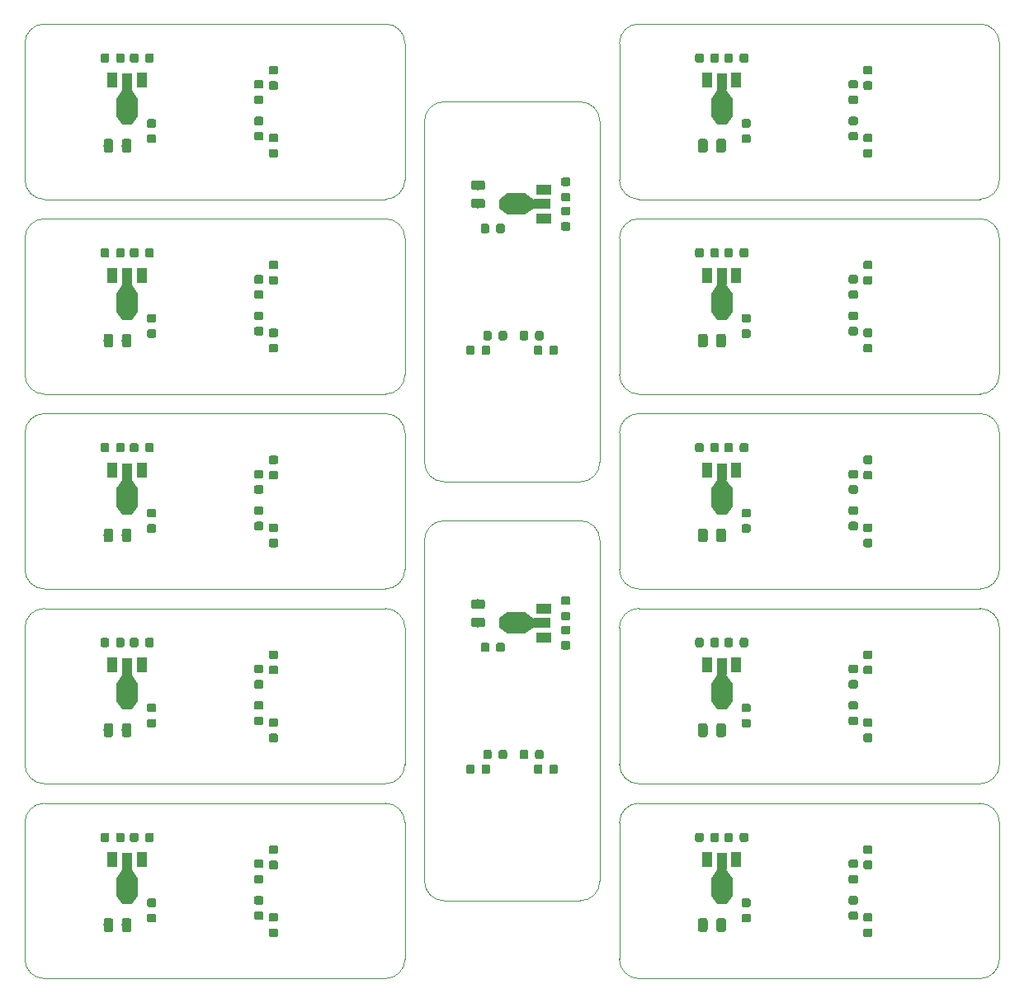
<source format=gtp>
%MOIN*%
%OFA0B0*%
%FSLAX46Y46*%
%IPPOS*%
%LPD*%
%ADD10C,0.0039370078740157488*%
%ADD11C,0.034448818897637797*%
%ADD12C,0.038385826771653545*%
%ADD13C,0.033464566929133861*%
%ADD14R,0.03937007874015748X0.059055118110236227*%
%ADD15R,0.03937007874015748X0.070866141732283464*%
%ADD16R,0.086614173228346469X0.072440944881889777*%
%ADD17C,0.03937007874015748*%
%ADD28C,0.0039370078740157488*%
%ADD29C,0.034448818897637797*%
%ADD30C,0.038385826771653545*%
%ADD31C,0.033464566929133861*%
%ADD32R,0.03937007874015748X0.059055118110236227*%
%ADD33R,0.03937007874015748X0.070866141732283464*%
%ADD34R,0.086614173228346469X0.072440944881889777*%
%ADD35C,0.03937007874015748*%
%ADD36C,0.0039370078740157488*%
%ADD37C,0.034448818897637797*%
%ADD38C,0.038385826771653545*%
%ADD39C,0.033464566929133861*%
%ADD40R,0.03937007874015748X0.059055118110236227*%
%ADD41R,0.03937007874015748X0.070866141732283464*%
%ADD42R,0.086614173228346469X0.072440944881889777*%
%ADD43C,0.03937007874015748*%
%ADD44C,0.0039370078740157488*%
%ADD45C,0.034448818897637797*%
%ADD46C,0.038385826771653545*%
%ADD47C,0.033464566929133861*%
%ADD48R,0.03937007874015748X0.059055118110236227*%
%ADD49R,0.03937007874015748X0.070866141732283464*%
%ADD50R,0.086614173228346469X0.072440944881889777*%
%ADD51C,0.03937007874015748*%
%ADD52C,0.0039370078740157488*%
%ADD53C,0.034448818897637797*%
%ADD54C,0.038385826771653545*%
%ADD55C,0.033464566929133861*%
%ADD56R,0.03937007874015748X0.059055118110236227*%
%ADD57R,0.03937007874015748X0.070866141732283464*%
%ADD58R,0.086614173228346469X0.072440944881889777*%
%ADD59C,0.03937007874015748*%
%ADD60C,0.0039370078740157488*%
%ADD61C,0.034448818897637797*%
%ADD62C,0.038385826771653545*%
%ADD63C,0.033464566929133861*%
%ADD64R,0.03937007874015748X0.059055118110236227*%
%ADD65R,0.03937007874015748X0.070866141732283464*%
%ADD66R,0.086614173228346469X0.072440944881889777*%
%ADD67C,0.03937007874015748*%
%ADD68C,0.0039370078740157488*%
%ADD69C,0.034448818897637797*%
%ADD70C,0.038385826771653545*%
%ADD71C,0.033464566929133861*%
%ADD72R,0.03937007874015748X0.059055118110236227*%
%ADD73R,0.03937007874015748X0.070866141732283464*%
%ADD74R,0.086614173228346469X0.072440944881889777*%
%ADD75C,0.03937007874015748*%
%ADD76C,0.0039370078740157488*%
%ADD77C,0.034448818897637797*%
%ADD78C,0.038385826771653545*%
%ADD79C,0.033464566929133861*%
%ADD80R,0.03937007874015748X0.059055118110236227*%
%ADD81R,0.03937007874015748X0.070866141732283464*%
%ADD82R,0.086614173228346469X0.072440944881889777*%
%ADD83C,0.03937007874015748*%
%ADD84C,0.0039370078740157488*%
%ADD85C,0.034448818897637797*%
%ADD86C,0.038385826771653545*%
%ADD87C,0.033464566929133861*%
%ADD88R,0.03937007874015748X0.059055118110236227*%
%ADD89R,0.03937007874015748X0.070866141732283464*%
%ADD90R,0.086614173228346469X0.072440944881889777*%
%ADD91C,0.03937007874015748*%
%ADD92C,0.0039370078740157488*%
%ADD93C,0.034448818897637797*%
%ADD94C,0.038385826771653545*%
%ADD95C,0.033464566929133861*%
%ADD96R,0.03937007874015748X0.059055118110236227*%
%ADD97R,0.03937007874015748X0.070866141732283464*%
%ADD98R,0.086614173228346469X0.072440944881889777*%
%ADD99C,0.03937007874015748*%
%ADD100C,0.0039370078740157488*%
%ADD101C,0.034448818897637797*%
%ADD102C,0.038385826771653545*%
%ADD103C,0.033464566929133861*%
%ADD104R,0.059055118110236227X0.03937007874015748*%
%ADD105R,0.070866141732283464X0.03937007874015748*%
%ADD106R,0.072440944881889777X0.086614173228346469*%
%ADD107C,0.03937007874015748*%
%ADD108C,0.0039370078740157488*%
%ADD109C,0.034448818897637797*%
%ADD110C,0.038385826771653545*%
%ADD111C,0.033464566929133861*%
%ADD112R,0.059055118110236227X0.03937007874015748*%
%ADD113R,0.070866141732283464X0.03937007874015748*%
%ADD114R,0.072440944881889777X0.086614173228346469*%
%ADD115C,0.03937007874015748*%
G01*
D10*
X0001456692Y0000708661D02*
G75*
G02X0001535433Y0000629921J-0000078740D01*
G01*
X0001535433Y0000078740D02*
G75*
G02X0001456692Y0000000000I-0000078740D01*
G01*
X0000078740Y0000000000D02*
G75*
G02X0000000000Y0000078740J0000078740D01*
G01*
X0000000000Y0000629921D02*
G75*
G02X0000078740Y0000708661I0000078740D01*
G01*
X0001535433Y0000078740D02*
X0001535433Y0000629921D01*
X0000078740Y0000000000D02*
X0001456692Y0000000000D01*
X0000000000Y0000629921D02*
X0000000000Y0000078740D01*
X0001456692Y0000708661D02*
X0000078740Y0000708661D01*
G36*
X0001014869Y0000264722D02*
X0001015705Y0000264598D01*
X0001016525Y0000264392D01*
X0001017321Y0000264108D01*
X0001018085Y0000263746D01*
X0001018810Y0000263312D01*
X0001019489Y0000262808D01*
X0001020115Y0000262241D01*
X0001020682Y0000261615D01*
X0001021186Y0000260936D01*
X0001021620Y0000260211D01*
X0001021982Y0000259447D01*
X0001022266Y0000258651D01*
X0001022472Y0000257831D01*
X0001022596Y0000256995D01*
X0001022637Y0000256151D01*
X0001022637Y0000238927D01*
X0001022596Y0000238082D01*
X0001022472Y0000237246D01*
X0001022266Y0000236427D01*
X0001021982Y0000235631D01*
X0001021620Y0000234867D01*
X0001021186Y0000234142D01*
X0001020682Y0000233463D01*
X0001020115Y0000232837D01*
X0001019489Y0000232269D01*
X0001018810Y0000231766D01*
X0001018085Y0000231331D01*
X0001017321Y0000230970D01*
X0001016525Y0000230685D01*
X0001015705Y0000230480D01*
X0001014869Y0000230356D01*
X0001014025Y0000230314D01*
X0000993848Y0000230314D01*
X0000993004Y0000230356D01*
X0000992168Y0000230480D01*
X0000991348Y0000230685D01*
X0000990552Y0000230970D01*
X0000989788Y0000231331D01*
X0000989063Y0000231766D01*
X0000988384Y0000232269D01*
X0000987758Y0000232837D01*
X0000987191Y0000233463D01*
X0000986687Y0000234142D01*
X0000986253Y0000234867D01*
X0000985891Y0000235631D01*
X0000985607Y0000236427D01*
X0000985401Y0000237246D01*
X0000985277Y0000238082D01*
X0000985236Y0000238927D01*
X0000985236Y0000256151D01*
X0000985277Y0000256995D01*
X0000985401Y0000257831D01*
X0000985607Y0000258651D01*
X0000985891Y0000259447D01*
X0000986253Y0000260211D01*
X0000986687Y0000260936D01*
X0000987191Y0000261615D01*
X0000987758Y0000262241D01*
X0000988384Y0000262808D01*
X0000989063Y0000263312D01*
X0000989788Y0000263746D01*
X0000990552Y0000264108D01*
X0000991348Y0000264392D01*
X0000992168Y0000264598D01*
X0000993004Y0000264722D01*
X0000993848Y0000264763D01*
X0001014025Y0000264763D01*
X0001014869Y0000264722D01*
X0001014869Y0000264722D01*
G37*
D11*
X0001003937Y0000247539D03*
D10*
G36*
X0001014869Y0000202714D02*
X0001015705Y0000202590D01*
X0001016525Y0000202385D01*
X0001017321Y0000202100D01*
X0001018085Y0000201738D01*
X0001018810Y0000201304D01*
X0001019489Y0000200800D01*
X0001020115Y0000200233D01*
X0001020682Y0000199607D01*
X0001021186Y0000198928D01*
X0001021620Y0000198203D01*
X0001021982Y0000197439D01*
X0001022266Y0000196643D01*
X0001022472Y0000195823D01*
X0001022596Y0000194987D01*
X0001022637Y0000194143D01*
X0001022637Y0000176919D01*
X0001022596Y0000176075D01*
X0001022472Y0000175239D01*
X0001022266Y0000174419D01*
X0001021982Y0000173623D01*
X0001021620Y0000172859D01*
X0001021186Y0000172134D01*
X0001020682Y0000171455D01*
X0001020115Y0000170829D01*
X0001019489Y0000170261D01*
X0001018810Y0000169758D01*
X0001018085Y0000169323D01*
X0001017321Y0000168962D01*
X0001016525Y0000168677D01*
X0001015705Y0000168472D01*
X0001014869Y0000168348D01*
X0001014025Y0000168307D01*
X0000993848Y0000168307D01*
X0000993004Y0000168348D01*
X0000992168Y0000168472D01*
X0000991348Y0000168677D01*
X0000990552Y0000168962D01*
X0000989788Y0000169323D01*
X0000989063Y0000169758D01*
X0000988384Y0000170261D01*
X0000987758Y0000170829D01*
X0000987191Y0000171455D01*
X0000986687Y0000172134D01*
X0000986253Y0000172859D01*
X0000985891Y0000173623D01*
X0000985607Y0000174419D01*
X0000985401Y0000175239D01*
X0000985277Y0000176075D01*
X0000985236Y0000176919D01*
X0000985236Y0000194143D01*
X0000985277Y0000194987D01*
X0000985401Y0000195823D01*
X0000985607Y0000196643D01*
X0000985891Y0000197439D01*
X0000986253Y0000198203D01*
X0000986687Y0000198928D01*
X0000987191Y0000199607D01*
X0000987758Y0000200233D01*
X0000988384Y0000200800D01*
X0000989063Y0000201304D01*
X0000989788Y0000201738D01*
X0000990552Y0000202100D01*
X0000991348Y0000202385D01*
X0000992168Y0000202590D01*
X0000993004Y0000202714D01*
X0000993848Y0000202755D01*
X0001014025Y0000202755D01*
X0001014869Y0000202714D01*
X0001014869Y0000202714D01*
G37*
D11*
X0001003937Y0000185531D03*
D10*
G36*
X0001014869Y0000476828D02*
X0001015705Y0000476704D01*
X0001016525Y0000476499D01*
X0001017321Y0000476214D01*
X0001018085Y0000475853D01*
X0001018810Y0000475418D01*
X0001019489Y0000474915D01*
X0001020115Y0000474347D01*
X0001020682Y0000473721D01*
X0001021186Y0000473042D01*
X0001021620Y0000472317D01*
X0001021982Y0000471553D01*
X0001022266Y0000470757D01*
X0001022472Y0000469937D01*
X0001022596Y0000469101D01*
X0001022637Y0000468257D01*
X0001022637Y0000451033D01*
X0001022596Y0000450189D01*
X0001022472Y0000449353D01*
X0001022266Y0000448533D01*
X0001021982Y0000447737D01*
X0001021620Y0000446973D01*
X0001021186Y0000446248D01*
X0001020682Y0000445569D01*
X0001020115Y0000444943D01*
X0001019489Y0000444376D01*
X0001018810Y0000443872D01*
X0001018085Y0000443438D01*
X0001017321Y0000443076D01*
X0001016525Y0000442792D01*
X0001015705Y0000442586D01*
X0001014869Y0000442462D01*
X0001014025Y0000442421D01*
X0000993848Y0000442421D01*
X0000993004Y0000442462D01*
X0000992168Y0000442586D01*
X0000991348Y0000442792D01*
X0000990552Y0000443076D01*
X0000989788Y0000443438D01*
X0000989063Y0000443872D01*
X0000988384Y0000444376D01*
X0000987758Y0000444943D01*
X0000987191Y0000445569D01*
X0000986687Y0000446248D01*
X0000986253Y0000446973D01*
X0000985891Y0000447737D01*
X0000985607Y0000448533D01*
X0000985401Y0000449353D01*
X0000985277Y0000450189D01*
X0000985236Y0000451033D01*
X0000985236Y0000468257D01*
X0000985277Y0000469101D01*
X0000985401Y0000469937D01*
X0000985607Y0000470757D01*
X0000985891Y0000471553D01*
X0000986253Y0000472317D01*
X0000986687Y0000473042D01*
X0000987191Y0000473721D01*
X0000987758Y0000474347D01*
X0000988384Y0000474915D01*
X0000989063Y0000475418D01*
X0000989788Y0000475853D01*
X0000990552Y0000476214D01*
X0000991348Y0000476499D01*
X0000992168Y0000476704D01*
X0000993004Y0000476828D01*
X0000993848Y0000476870D01*
X0001014025Y0000476870D01*
X0001014869Y0000476828D01*
X0001014869Y0000476828D01*
G37*
D11*
X0001003937Y0000459645D03*
D10*
G36*
X0001014869Y0000538836D02*
X0001015705Y0000538712D01*
X0001016525Y0000538507D01*
X0001017321Y0000538222D01*
X0001018085Y0000537860D01*
X0001018810Y0000537426D01*
X0001019489Y0000536922D01*
X0001020115Y0000536355D01*
X0001020682Y0000535729D01*
X0001021186Y0000535050D01*
X0001021620Y0000534325D01*
X0001021982Y0000533561D01*
X0001022266Y0000532765D01*
X0001022472Y0000531945D01*
X0001022596Y0000531109D01*
X0001022637Y0000530265D01*
X0001022637Y0000513041D01*
X0001022596Y0000512197D01*
X0001022472Y0000511361D01*
X0001022266Y0000510541D01*
X0001021982Y0000509745D01*
X0001021620Y0000508981D01*
X0001021186Y0000508256D01*
X0001020682Y0000507577D01*
X0001020115Y0000506951D01*
X0001019489Y0000506383D01*
X0001018810Y0000505880D01*
X0001018085Y0000505446D01*
X0001017321Y0000505084D01*
X0001016525Y0000504799D01*
X0001015705Y0000504594D01*
X0001014869Y0000504470D01*
X0001014025Y0000504429D01*
X0000993848Y0000504429D01*
X0000993004Y0000504470D01*
X0000992168Y0000504594D01*
X0000991348Y0000504799D01*
X0000990552Y0000505084D01*
X0000989788Y0000505446D01*
X0000989063Y0000505880D01*
X0000988384Y0000506383D01*
X0000987758Y0000506951D01*
X0000987191Y0000507577D01*
X0000986687Y0000508256D01*
X0000986253Y0000508981D01*
X0000985891Y0000509745D01*
X0000985607Y0000510541D01*
X0000985401Y0000511361D01*
X0000985277Y0000512197D01*
X0000985236Y0000513041D01*
X0000985236Y0000530265D01*
X0000985277Y0000531109D01*
X0000985401Y0000531945D01*
X0000985607Y0000532765D01*
X0000985891Y0000533561D01*
X0000986253Y0000534325D01*
X0000986687Y0000535050D01*
X0000987191Y0000535729D01*
X0000987758Y0000536355D01*
X0000988384Y0000536922D01*
X0000989063Y0000537426D01*
X0000989788Y0000537860D01*
X0000990552Y0000538222D01*
X0000991348Y0000538507D01*
X0000992168Y0000538712D01*
X0000993004Y0000538836D01*
X0000993848Y0000538877D01*
X0001014025Y0000538877D01*
X0001014869Y0000538836D01*
X0001014869Y0000538836D01*
G37*
D11*
X0001003937Y0000521653D03*
D10*
G36*
X0000347643Y0000244048D02*
X0000348574Y0000243910D01*
X0000349488Y0000243681D01*
X0000350375Y0000243363D01*
X0000351226Y0000242961D01*
X0000352034Y0000242477D01*
X0000352790Y0000241916D01*
X0000353488Y0000241283D01*
X0000354120Y0000240585D01*
X0000354681Y0000239829D01*
X0000355166Y0000239021D01*
X0000355568Y0000238170D01*
X0000355885Y0000237283D01*
X0000356114Y0000236370D01*
X0000356252Y0000235438D01*
X0000356299Y0000234497D01*
X0000356299Y0000198572D01*
X0000356252Y0000197632D01*
X0000356114Y0000196700D01*
X0000355885Y0000195787D01*
X0000355568Y0000194900D01*
X0000355166Y0000194049D01*
X0000354681Y0000193241D01*
X0000354120Y0000192484D01*
X0000353488Y0000191787D01*
X0000352790Y0000191154D01*
X0000352034Y0000190593D01*
X0000351226Y0000190109D01*
X0000350375Y0000189706D01*
X0000349488Y0000189389D01*
X0000348574Y0000189160D01*
X0000347643Y0000189022D01*
X0000346702Y0000188976D01*
X0000327509Y0000188976D01*
X0000326569Y0000189022D01*
X0000325637Y0000189160D01*
X0000324724Y0000189389D01*
X0000323837Y0000189706D01*
X0000322986Y0000190109D01*
X0000322178Y0000190593D01*
X0000321421Y0000191154D01*
X0000320724Y0000191787D01*
X0000320091Y0000192484D01*
X0000319530Y0000193241D01*
X0000319046Y0000194049D01*
X0000318643Y0000194900D01*
X0000318326Y0000195787D01*
X0000318097Y0000196700D01*
X0000317959Y0000197632D01*
X0000317913Y0000198572D01*
X0000317913Y0000234497D01*
X0000317959Y0000235438D01*
X0000318097Y0000236370D01*
X0000318326Y0000237283D01*
X0000318643Y0000238170D01*
X0000319046Y0000239021D01*
X0000319530Y0000239829D01*
X0000320091Y0000240585D01*
X0000320724Y0000241283D01*
X0000321421Y0000241916D01*
X0000322178Y0000242477D01*
X0000322986Y0000242961D01*
X0000323837Y0000243363D01*
X0000324724Y0000243681D01*
X0000325637Y0000243910D01*
X0000326569Y0000244048D01*
X0000327509Y0000244094D01*
X0000346702Y0000244094D01*
X0000347643Y0000244048D01*
X0000347643Y0000244048D01*
G37*
D12*
X0000337106Y0000216535D03*
D10*
G36*
X0000421462Y0000244048D02*
X0000422393Y0000243910D01*
X0000423307Y0000243681D01*
X0000424194Y0000243363D01*
X0000425045Y0000242961D01*
X0000425853Y0000242477D01*
X0000426609Y0000241916D01*
X0000427307Y0000241283D01*
X0000427939Y0000240585D01*
X0000428500Y0000239829D01*
X0000428984Y0000239021D01*
X0000429387Y0000238170D01*
X0000429704Y0000237283D01*
X0000429933Y0000236370D01*
X0000430071Y0000235438D01*
X0000430118Y0000234497D01*
X0000430118Y0000198572D01*
X0000430071Y0000197632D01*
X0000429933Y0000196700D01*
X0000429704Y0000195787D01*
X0000429387Y0000194900D01*
X0000428984Y0000194049D01*
X0000428500Y0000193241D01*
X0000427939Y0000192484D01*
X0000427307Y0000191787D01*
X0000426609Y0000191154D01*
X0000425853Y0000190593D01*
X0000425045Y0000190109D01*
X0000424194Y0000189706D01*
X0000423307Y0000189389D01*
X0000422393Y0000189160D01*
X0000421462Y0000189022D01*
X0000420521Y0000188976D01*
X0000401328Y0000188976D01*
X0000400388Y0000189022D01*
X0000399456Y0000189160D01*
X0000398542Y0000189389D01*
X0000397656Y0000189706D01*
X0000396804Y0000190109D01*
X0000395997Y0000190593D01*
X0000395240Y0000191154D01*
X0000394543Y0000191787D01*
X0000393910Y0000192484D01*
X0000393349Y0000193241D01*
X0000392865Y0000194049D01*
X0000392462Y0000194900D01*
X0000392145Y0000195787D01*
X0000391916Y0000196700D01*
X0000391778Y0000197632D01*
X0000391732Y0000198572D01*
X0000391732Y0000234497D01*
X0000391778Y0000235438D01*
X0000391916Y0000236370D01*
X0000392145Y0000237283D01*
X0000392462Y0000238170D01*
X0000392865Y0000239021D01*
X0000393349Y0000239829D01*
X0000393910Y0000240585D01*
X0000394543Y0000241283D01*
X0000395240Y0000241916D01*
X0000395997Y0000242477D01*
X0000396804Y0000242961D01*
X0000397656Y0000243363D01*
X0000398542Y0000243681D01*
X0000399456Y0000243910D01*
X0000400388Y0000244048D01*
X0000401328Y0000244094D01*
X0000420521Y0000244094D01*
X0000421462Y0000244048D01*
X0000421462Y0000244048D01*
G37*
D12*
X0000410925Y0000216535D03*
D10*
G36*
X0000955814Y0000481257D02*
X0000956650Y0000481133D01*
X0000957470Y0000480928D01*
X0000958266Y0000480643D01*
X0000959030Y0000480282D01*
X0000959755Y0000479847D01*
X0000960434Y0000479344D01*
X0000961060Y0000478776D01*
X0000961627Y0000478150D01*
X0000962131Y0000477471D01*
X0000962565Y0000476746D01*
X0000962927Y0000475982D01*
X0000963211Y0000475187D01*
X0000963417Y0000474367D01*
X0000963541Y0000473531D01*
X0000963582Y0000472686D01*
X0000963582Y0000455462D01*
X0000963541Y0000454618D01*
X0000963417Y0000453782D01*
X0000963211Y0000452962D01*
X0000962927Y0000452166D01*
X0000962565Y0000451402D01*
X0000962131Y0000450677D01*
X0000961627Y0000449999D01*
X0000961060Y0000449372D01*
X0000960434Y0000448805D01*
X0000959755Y0000448301D01*
X0000959030Y0000447867D01*
X0000958266Y0000447505D01*
X0000957470Y0000447221D01*
X0000956650Y0000447015D01*
X0000955814Y0000446891D01*
X0000954970Y0000446850D01*
X0000934793Y0000446850D01*
X0000933949Y0000446891D01*
X0000933113Y0000447015D01*
X0000932293Y0000447221D01*
X0000931497Y0000447505D01*
X0000930733Y0000447867D01*
X0000930008Y0000448301D01*
X0000929329Y0000448805D01*
X0000928703Y0000449372D01*
X0000928135Y0000449999D01*
X0000927632Y0000450677D01*
X0000927198Y0000451402D01*
X0000926836Y0000452166D01*
X0000926551Y0000452962D01*
X0000926346Y0000453782D01*
X0000926222Y0000454618D01*
X0000926181Y0000455462D01*
X0000926181Y0000472686D01*
X0000926222Y0000473531D01*
X0000926346Y0000474367D01*
X0000926551Y0000475187D01*
X0000926836Y0000475982D01*
X0000927198Y0000476746D01*
X0000927632Y0000477471D01*
X0000928135Y0000478150D01*
X0000928703Y0000478776D01*
X0000929329Y0000479344D01*
X0000930008Y0000479847D01*
X0000930733Y0000480282D01*
X0000931497Y0000480643D01*
X0000932293Y0000480928D01*
X0000933113Y0000481133D01*
X0000933949Y0000481257D01*
X0000934793Y0000481299D01*
X0000954970Y0000481299D01*
X0000955814Y0000481257D01*
X0000955814Y0000481257D01*
G37*
D11*
X0000944881Y0000464074D03*
D10*
G36*
X0000955814Y0000419249D02*
X0000956650Y0000419125D01*
X0000957470Y0000418920D01*
X0000958266Y0000418635D01*
X0000959030Y0000418274D01*
X0000959755Y0000417839D01*
X0000960434Y0000417336D01*
X0000961060Y0000416768D01*
X0000961627Y0000416142D01*
X0000962131Y0000415463D01*
X0000962565Y0000414738D01*
X0000962927Y0000413974D01*
X0000963211Y0000413179D01*
X0000963417Y0000412359D01*
X0000963541Y0000411523D01*
X0000963582Y0000410679D01*
X0000963582Y0000393454D01*
X0000963541Y0000392610D01*
X0000963417Y0000391774D01*
X0000963211Y0000390954D01*
X0000962927Y0000390158D01*
X0000962565Y0000389394D01*
X0000962131Y0000388670D01*
X0000961627Y0000387991D01*
X0000961060Y0000387364D01*
X0000960434Y0000386797D01*
X0000959755Y0000386293D01*
X0000959030Y0000385859D01*
X0000958266Y0000385498D01*
X0000957470Y0000385213D01*
X0000956650Y0000385007D01*
X0000955814Y0000384883D01*
X0000954970Y0000384842D01*
X0000934793Y0000384842D01*
X0000933949Y0000384883D01*
X0000933113Y0000385007D01*
X0000932293Y0000385213D01*
X0000931497Y0000385498D01*
X0000930733Y0000385859D01*
X0000930008Y0000386293D01*
X0000929329Y0000386797D01*
X0000928703Y0000387364D01*
X0000928135Y0000387991D01*
X0000927632Y0000388670D01*
X0000927198Y0000389394D01*
X0000926836Y0000390158D01*
X0000926551Y0000390954D01*
X0000926346Y0000391774D01*
X0000926222Y0000392610D01*
X0000926181Y0000393454D01*
X0000926181Y0000410679D01*
X0000926222Y0000411523D01*
X0000926346Y0000412359D01*
X0000926551Y0000413179D01*
X0000926836Y0000413974D01*
X0000927198Y0000414738D01*
X0000927632Y0000415463D01*
X0000928135Y0000416142D01*
X0000928703Y0000416768D01*
X0000929329Y0000417336D01*
X0000930008Y0000417839D01*
X0000930733Y0000418274D01*
X0000931497Y0000418635D01*
X0000932293Y0000418920D01*
X0000933113Y0000419125D01*
X0000933949Y0000419249D01*
X0000934793Y0000419291D01*
X0000954970Y0000419291D01*
X0000955814Y0000419249D01*
X0000955814Y0000419249D01*
G37*
D11*
X0000944881Y0000402066D03*
D10*
G36*
X0000522743Y0000261769D02*
X0000523579Y0000261645D01*
X0000524399Y0000261440D01*
X0000525195Y0000261155D01*
X0000525959Y0000260794D01*
X0000526684Y0000260359D01*
X0000527363Y0000259856D01*
X0000527989Y0000259288D01*
X0000528556Y0000258662D01*
X0000529060Y0000257983D01*
X0000529494Y0000257258D01*
X0000529856Y0000256494D01*
X0000530140Y0000255698D01*
X0000530346Y0000254878D01*
X0000530470Y0000254042D01*
X0000530511Y0000253198D01*
X0000530511Y0000235974D01*
X0000530470Y0000235130D01*
X0000530346Y0000234294D01*
X0000530140Y0000233474D01*
X0000529856Y0000232678D01*
X0000529494Y0000231914D01*
X0000529060Y0000231189D01*
X0000528556Y0000230510D01*
X0000527989Y0000229884D01*
X0000527363Y0000229317D01*
X0000526684Y0000228813D01*
X0000525959Y0000228379D01*
X0000525195Y0000228017D01*
X0000524399Y0000227733D01*
X0000523579Y0000227527D01*
X0000522743Y0000227403D01*
X0000521899Y0000227362D01*
X0000501722Y0000227362D01*
X0000500878Y0000227403D01*
X0000500042Y0000227527D01*
X0000499222Y0000227733D01*
X0000498426Y0000228017D01*
X0000497662Y0000228379D01*
X0000496937Y0000228813D01*
X0000496258Y0000229317D01*
X0000495632Y0000229884D01*
X0000495065Y0000230510D01*
X0000494561Y0000231189D01*
X0000494127Y0000231914D01*
X0000493765Y0000232678D01*
X0000493481Y0000233474D01*
X0000493275Y0000234294D01*
X0000493151Y0000235130D01*
X0000493110Y0000235974D01*
X0000493110Y0000253198D01*
X0000493151Y0000254042D01*
X0000493275Y0000254878D01*
X0000493481Y0000255698D01*
X0000493765Y0000256494D01*
X0000494127Y0000257258D01*
X0000494561Y0000257983D01*
X0000495065Y0000258662D01*
X0000495632Y0000259288D01*
X0000496258Y0000259856D01*
X0000496937Y0000260359D01*
X0000497662Y0000260794D01*
X0000498426Y0000261155D01*
X0000499222Y0000261440D01*
X0000500042Y0000261645D01*
X0000500878Y0000261769D01*
X0000501722Y0000261811D01*
X0000521899Y0000261811D01*
X0000522743Y0000261769D01*
X0000522743Y0000261769D01*
G37*
D11*
X0000511811Y0000244586D03*
D10*
G36*
X0000522743Y0000323777D02*
X0000523579Y0000323653D01*
X0000524399Y0000323448D01*
X0000525195Y0000323163D01*
X0000525959Y0000322801D01*
X0000526684Y0000322367D01*
X0000527363Y0000321864D01*
X0000527989Y0000321296D01*
X0000528556Y0000320670D01*
X0000529060Y0000319991D01*
X0000529494Y0000319266D01*
X0000529856Y0000318502D01*
X0000530140Y0000317706D01*
X0000530346Y0000316886D01*
X0000530470Y0000316050D01*
X0000530511Y0000315206D01*
X0000530511Y0000297982D01*
X0000530470Y0000297138D01*
X0000530346Y0000296302D01*
X0000530140Y0000295482D01*
X0000529856Y0000294686D01*
X0000529494Y0000293922D01*
X0000529060Y0000293197D01*
X0000528556Y0000292518D01*
X0000527989Y0000291892D01*
X0000527363Y0000291324D01*
X0000526684Y0000290821D01*
X0000525959Y0000290386D01*
X0000525195Y0000290025D01*
X0000524399Y0000289740D01*
X0000523579Y0000289535D01*
X0000522743Y0000289411D01*
X0000521899Y0000289370D01*
X0000501722Y0000289370D01*
X0000500878Y0000289411D01*
X0000500042Y0000289535D01*
X0000499222Y0000289740D01*
X0000498426Y0000290025D01*
X0000497662Y0000290386D01*
X0000496937Y0000290821D01*
X0000496258Y0000291324D01*
X0000495632Y0000291892D01*
X0000495065Y0000292518D01*
X0000494561Y0000293197D01*
X0000494127Y0000293922D01*
X0000493765Y0000294686D01*
X0000493481Y0000295482D01*
X0000493275Y0000296302D01*
X0000493151Y0000297138D01*
X0000493110Y0000297982D01*
X0000493110Y0000315206D01*
X0000493151Y0000316050D01*
X0000493275Y0000316886D01*
X0000493481Y0000317706D01*
X0000493765Y0000318502D01*
X0000494127Y0000319266D01*
X0000494561Y0000319991D01*
X0000495065Y0000320670D01*
X0000495632Y0000321296D01*
X0000496258Y0000321864D01*
X0000496937Y0000322367D01*
X0000497662Y0000322801D01*
X0000498426Y0000323163D01*
X0000499222Y0000323448D01*
X0000500042Y0000323653D01*
X0000500878Y0000323777D01*
X0000501722Y0000323818D01*
X0000521899Y0000323818D01*
X0000522743Y0000323777D01*
X0000522743Y0000323777D01*
G37*
D11*
X0000511811Y0000306594D03*
D13*
X0000413385Y0000317196D03*
D10*
G36*
X0000456692Y0000333929D02*
X0000433070Y0000300464D01*
X0000393700Y0000300464D01*
X0000370078Y0000333929D01*
X0000456692Y0000333929D01*
X0000456692Y0000333929D01*
G37*
D14*
X0000472440Y0000480464D03*
D15*
X0000413385Y0000474696D03*
D14*
X0000354330Y0000480464D03*
D16*
X0000413385Y0000369696D03*
D17*
X0000413385Y0000425196D03*
D10*
G36*
X0000370078Y0000405511D02*
X0000397637Y0000444881D01*
X0000429133Y0000444881D01*
X0000456692Y0000405511D01*
X0000370078Y0000405511D01*
X0000370078Y0000405511D01*
G37*
G36*
X0000450893Y0000589525D02*
X0000451729Y0000589401D01*
X0000452549Y0000589196D01*
X0000453344Y0000588911D01*
X0000454108Y0000588549D01*
X0000454833Y0000588115D01*
X0000455512Y0000587612D01*
X0000456138Y0000587044D01*
X0000456706Y0000586418D01*
X0000457210Y0000585739D01*
X0000457644Y0000585014D01*
X0000458005Y0000584250D01*
X0000458290Y0000583454D01*
X0000458495Y0000582634D01*
X0000458619Y0000581798D01*
X0000458661Y0000580954D01*
X0000458661Y0000560777D01*
X0000458619Y0000559933D01*
X0000458495Y0000559097D01*
X0000458290Y0000558277D01*
X0000458005Y0000557481D01*
X0000457644Y0000556717D01*
X0000457210Y0000555992D01*
X0000456706Y0000555313D01*
X0000456138Y0000554687D01*
X0000455512Y0000554120D01*
X0000454833Y0000553616D01*
X0000454108Y0000553182D01*
X0000453344Y0000552820D01*
X0000452549Y0000552536D01*
X0000451729Y0000552330D01*
X0000450893Y0000552206D01*
X0000450049Y0000552165D01*
X0000432824Y0000552165D01*
X0000431980Y0000552206D01*
X0000431144Y0000552330D01*
X0000430324Y0000552536D01*
X0000429529Y0000552820D01*
X0000428765Y0000553182D01*
X0000428040Y0000553616D01*
X0000427361Y0000554120D01*
X0000426735Y0000554687D01*
X0000426167Y0000555313D01*
X0000425663Y0000555992D01*
X0000425229Y0000556717D01*
X0000424868Y0000557481D01*
X0000424583Y0000558277D01*
X0000424378Y0000559097D01*
X0000424254Y0000559933D01*
X0000424212Y0000560777D01*
X0000424212Y0000580954D01*
X0000424254Y0000581798D01*
X0000424378Y0000582634D01*
X0000424583Y0000583454D01*
X0000424868Y0000584250D01*
X0000425229Y0000585014D01*
X0000425663Y0000585739D01*
X0000426167Y0000586418D01*
X0000426735Y0000587044D01*
X0000427361Y0000587612D01*
X0000428040Y0000588115D01*
X0000428765Y0000588549D01*
X0000429529Y0000588911D01*
X0000430324Y0000589196D01*
X0000431144Y0000589401D01*
X0000431980Y0000589525D01*
X0000432824Y0000589566D01*
X0000450049Y0000589566D01*
X0000450893Y0000589525D01*
X0000450893Y0000589525D01*
G37*
D11*
X0000441437Y0000570866D03*
D10*
G36*
X0000512901Y0000589525D02*
X0000513737Y0000589401D01*
X0000514557Y0000589196D01*
X0000515352Y0000588911D01*
X0000516116Y0000588549D01*
X0000516841Y0000588115D01*
X0000517520Y0000587612D01*
X0000518146Y0000587044D01*
X0000518714Y0000586418D01*
X0000519217Y0000585739D01*
X0000519652Y0000585014D01*
X0000520013Y0000584250D01*
X0000520298Y0000583454D01*
X0000520503Y0000582634D01*
X0000520627Y0000581798D01*
X0000520669Y0000580954D01*
X0000520669Y0000560777D01*
X0000520627Y0000559933D01*
X0000520503Y0000559097D01*
X0000520298Y0000558277D01*
X0000520013Y0000557481D01*
X0000519652Y0000556717D01*
X0000519217Y0000555992D01*
X0000518714Y0000555313D01*
X0000518146Y0000554687D01*
X0000517520Y0000554120D01*
X0000516841Y0000553616D01*
X0000516116Y0000553182D01*
X0000515352Y0000552820D01*
X0000514557Y0000552536D01*
X0000513737Y0000552330D01*
X0000512901Y0000552206D01*
X0000512057Y0000552165D01*
X0000494832Y0000552165D01*
X0000493988Y0000552206D01*
X0000493152Y0000552330D01*
X0000492332Y0000552536D01*
X0000491536Y0000552820D01*
X0000490772Y0000553182D01*
X0000490047Y0000553616D01*
X0000489369Y0000554120D01*
X0000488742Y0000554687D01*
X0000488175Y0000555313D01*
X0000487671Y0000555992D01*
X0000487237Y0000556717D01*
X0000486876Y0000557481D01*
X0000486591Y0000558277D01*
X0000486385Y0000559097D01*
X0000486261Y0000559933D01*
X0000486220Y0000560777D01*
X0000486220Y0000580954D01*
X0000486261Y0000581798D01*
X0000486385Y0000582634D01*
X0000486591Y0000583454D01*
X0000486876Y0000584250D01*
X0000487237Y0000585014D01*
X0000487671Y0000585739D01*
X0000488175Y0000586418D01*
X0000488742Y0000587044D01*
X0000489369Y0000587612D01*
X0000490047Y0000588115D01*
X0000490772Y0000588549D01*
X0000491536Y0000588911D01*
X0000492332Y0000589196D01*
X0000493152Y0000589401D01*
X0000493988Y0000589525D01*
X0000494832Y0000589566D01*
X0000512057Y0000589566D01*
X0000512901Y0000589525D01*
X0000512901Y0000589525D01*
G37*
D11*
X0000503444Y0000570866D03*
D10*
G36*
X0000332783Y0000589525D02*
X0000333619Y0000589401D01*
X0000334438Y0000589196D01*
X0000335234Y0000588911D01*
X0000335998Y0000588549D01*
X0000336723Y0000588115D01*
X0000337402Y0000587612D01*
X0000338028Y0000587044D01*
X0000338596Y0000586418D01*
X0000339099Y0000585739D01*
X0000339534Y0000585014D01*
X0000339895Y0000584250D01*
X0000340180Y0000583454D01*
X0000340385Y0000582634D01*
X0000340509Y0000581798D01*
X0000340551Y0000580954D01*
X0000340551Y0000560777D01*
X0000340509Y0000559933D01*
X0000340385Y0000559097D01*
X0000340180Y0000558277D01*
X0000339895Y0000557481D01*
X0000339534Y0000556717D01*
X0000339099Y0000555992D01*
X0000338596Y0000555313D01*
X0000338028Y0000554687D01*
X0000337402Y0000554120D01*
X0000336723Y0000553616D01*
X0000335998Y0000553182D01*
X0000335234Y0000552820D01*
X0000334438Y0000552536D01*
X0000333619Y0000552330D01*
X0000332783Y0000552206D01*
X0000331938Y0000552165D01*
X0000314714Y0000552165D01*
X0000313870Y0000552206D01*
X0000313034Y0000552330D01*
X0000312214Y0000552536D01*
X0000311418Y0000552820D01*
X0000310654Y0000553182D01*
X0000309929Y0000553616D01*
X0000309250Y0000554120D01*
X0000308624Y0000554687D01*
X0000308057Y0000555313D01*
X0000307553Y0000555992D01*
X0000307119Y0000556717D01*
X0000306757Y0000557481D01*
X0000306473Y0000558277D01*
X0000306267Y0000559097D01*
X0000306143Y0000559933D01*
X0000306102Y0000560777D01*
X0000306102Y0000580954D01*
X0000306143Y0000581798D01*
X0000306267Y0000582634D01*
X0000306473Y0000583454D01*
X0000306757Y0000584250D01*
X0000307119Y0000585014D01*
X0000307553Y0000585739D01*
X0000308057Y0000586418D01*
X0000308624Y0000587044D01*
X0000309250Y0000587612D01*
X0000309929Y0000588115D01*
X0000310654Y0000588549D01*
X0000311418Y0000588911D01*
X0000312214Y0000589196D01*
X0000313034Y0000589401D01*
X0000313870Y0000589525D01*
X0000314714Y0000589566D01*
X0000331938Y0000589566D01*
X0000332783Y0000589525D01*
X0000332783Y0000589525D01*
G37*
D11*
X0000323326Y0000570866D03*
D10*
G36*
X0000394790Y0000589525D02*
X0000395626Y0000589401D01*
X0000396446Y0000589196D01*
X0000397242Y0000588911D01*
X0000398006Y0000588549D01*
X0000398731Y0000588115D01*
X0000399410Y0000587612D01*
X0000400036Y0000587044D01*
X0000400604Y0000586418D01*
X0000401107Y0000585739D01*
X0000401542Y0000585014D01*
X0000401903Y0000584250D01*
X0000402188Y0000583454D01*
X0000402393Y0000582634D01*
X0000402517Y0000581798D01*
X0000402559Y0000580954D01*
X0000402559Y0000560777D01*
X0000402517Y0000559933D01*
X0000402393Y0000559097D01*
X0000402188Y0000558277D01*
X0000401903Y0000557481D01*
X0000401542Y0000556717D01*
X0000401107Y0000555992D01*
X0000400604Y0000555313D01*
X0000400036Y0000554687D01*
X0000399410Y0000554120D01*
X0000398731Y0000553616D01*
X0000398006Y0000553182D01*
X0000397242Y0000552820D01*
X0000396446Y0000552536D01*
X0000395626Y0000552330D01*
X0000394790Y0000552206D01*
X0000393946Y0000552165D01*
X0000376722Y0000552165D01*
X0000375878Y0000552206D01*
X0000375042Y0000552330D01*
X0000374222Y0000552536D01*
X0000373426Y0000552820D01*
X0000372662Y0000553182D01*
X0000371937Y0000553616D01*
X0000371258Y0000554120D01*
X0000370632Y0000554687D01*
X0000370065Y0000555313D01*
X0000369561Y0000555992D01*
X0000369127Y0000556717D01*
X0000368765Y0000557481D01*
X0000368481Y0000558277D01*
X0000368275Y0000559097D01*
X0000368151Y0000559933D01*
X0000368110Y0000560777D01*
X0000368110Y0000580954D01*
X0000368151Y0000581798D01*
X0000368275Y0000582634D01*
X0000368481Y0000583454D01*
X0000368765Y0000584250D01*
X0000369127Y0000585014D01*
X0000369561Y0000585739D01*
X0000370065Y0000586418D01*
X0000370632Y0000587044D01*
X0000371258Y0000587612D01*
X0000371937Y0000588115D01*
X0000372662Y0000588549D01*
X0000373426Y0000588911D01*
X0000374222Y0000589196D01*
X0000375042Y0000589401D01*
X0000375878Y0000589525D01*
X0000376722Y0000589566D01*
X0000393946Y0000589566D01*
X0000394790Y0000589525D01*
X0000394790Y0000589525D01*
G37*
D11*
X0000385334Y0000570866D03*
D10*
G36*
X0000955814Y0000333619D02*
X0000956650Y0000333495D01*
X0000957470Y0000333290D01*
X0000958266Y0000333005D01*
X0000959030Y0000332644D01*
X0000959755Y0000332210D01*
X0000960434Y0000331706D01*
X0000961060Y0000331138D01*
X0000961627Y0000330512D01*
X0000962131Y0000329833D01*
X0000962565Y0000329108D01*
X0000962927Y0000328344D01*
X0000963211Y0000327549D01*
X0000963417Y0000326729D01*
X0000963541Y0000325893D01*
X0000963582Y0000325049D01*
X0000963582Y0000307824D01*
X0000963541Y0000306980D01*
X0000963417Y0000306144D01*
X0000963211Y0000305324D01*
X0000962927Y0000304529D01*
X0000962565Y0000303765D01*
X0000962131Y0000303040D01*
X0000961627Y0000302361D01*
X0000961060Y0000301735D01*
X0000960434Y0000301167D01*
X0000959755Y0000300663D01*
X0000959030Y0000300229D01*
X0000958266Y0000299868D01*
X0000957470Y0000299583D01*
X0000956650Y0000299378D01*
X0000955814Y0000299254D01*
X0000954970Y0000299212D01*
X0000934793Y0000299212D01*
X0000933949Y0000299254D01*
X0000933113Y0000299378D01*
X0000932293Y0000299583D01*
X0000931497Y0000299868D01*
X0000930733Y0000300229D01*
X0000930008Y0000300663D01*
X0000929329Y0000301167D01*
X0000928703Y0000301735D01*
X0000928135Y0000302361D01*
X0000927632Y0000303040D01*
X0000927198Y0000303765D01*
X0000926836Y0000304529D01*
X0000926551Y0000305324D01*
X0000926346Y0000306144D01*
X0000926222Y0000306980D01*
X0000926181Y0000307824D01*
X0000926181Y0000325049D01*
X0000926222Y0000325893D01*
X0000926346Y0000326729D01*
X0000926551Y0000327549D01*
X0000926836Y0000328344D01*
X0000927198Y0000329108D01*
X0000927632Y0000329833D01*
X0000928135Y0000330512D01*
X0000928703Y0000331138D01*
X0000929329Y0000331706D01*
X0000930008Y0000332210D01*
X0000930733Y0000332644D01*
X0000931497Y0000333005D01*
X0000932293Y0000333290D01*
X0000933113Y0000333495D01*
X0000933949Y0000333619D01*
X0000934793Y0000333661D01*
X0000954970Y0000333661D01*
X0000955814Y0000333619D01*
X0000955814Y0000333619D01*
G37*
D11*
X0000944881Y0000316436D03*
D10*
G36*
X0000955814Y0000271612D02*
X0000956650Y0000271488D01*
X0000957470Y0000271282D01*
X0000958266Y0000270997D01*
X0000959030Y0000270636D01*
X0000959755Y0000270202D01*
X0000960434Y0000269698D01*
X0000961060Y0000269131D01*
X0000961627Y0000268504D01*
X0000962131Y0000267825D01*
X0000962565Y0000267101D01*
X0000962927Y0000266337D01*
X0000963211Y0000265541D01*
X0000963417Y0000264721D01*
X0000963541Y0000263885D01*
X0000963582Y0000263041D01*
X0000963582Y0000245816D01*
X0000963541Y0000244972D01*
X0000963417Y0000244136D01*
X0000963211Y0000243316D01*
X0000962927Y0000242521D01*
X0000962565Y0000241757D01*
X0000962131Y0000241032D01*
X0000961627Y0000240353D01*
X0000961060Y0000239727D01*
X0000960434Y0000239159D01*
X0000959755Y0000238656D01*
X0000959030Y0000238221D01*
X0000958266Y0000237860D01*
X0000957470Y0000237575D01*
X0000956650Y0000237370D01*
X0000955814Y0000237246D01*
X0000954970Y0000237204D01*
X0000934793Y0000237204D01*
X0000933949Y0000237246D01*
X0000933113Y0000237370D01*
X0000932293Y0000237575D01*
X0000931497Y0000237860D01*
X0000930733Y0000238221D01*
X0000930008Y0000238656D01*
X0000929329Y0000239159D01*
X0000928703Y0000239727D01*
X0000928135Y0000240353D01*
X0000927632Y0000241032D01*
X0000927198Y0000241757D01*
X0000926836Y0000242521D01*
X0000926551Y0000243316D01*
X0000926346Y0000244136D01*
X0000926222Y0000244972D01*
X0000926181Y0000245816D01*
X0000926181Y0000263041D01*
X0000926222Y0000263885D01*
X0000926346Y0000264721D01*
X0000926551Y0000265541D01*
X0000926836Y0000266337D01*
X0000927198Y0000267101D01*
X0000927632Y0000267825D01*
X0000928135Y0000268504D01*
X0000928703Y0000269131D01*
X0000929329Y0000269698D01*
X0000930008Y0000270202D01*
X0000930733Y0000270636D01*
X0000931497Y0000270997D01*
X0000932293Y0000271282D01*
X0000933113Y0000271488D01*
X0000933949Y0000271612D01*
X0000934793Y0000271653D01*
X0000954970Y0000271653D01*
X0000955814Y0000271612D01*
X0000955814Y0000271612D01*
G37*
D11*
X0000944881Y0000254429D03*
G04 next file*
G04 #@! TF.GenerationSoftware,KiCad,Pcbnew,(6.0.0-rc1-dev-1-g01c5bdfb8)*
G04 #@! TF.CreationDate,2019-01-03T14:47:18+01:00*
G04 #@! TF.ProjectId,nunchuk_breakout,6E756E6368756B5F627265616B6F7574,rev?*
G04 #@! TF.SameCoordinates,Original*
G04 #@! TF.FileFunction,Paste,Top*
G04 #@! TF.FilePolarity,Positive*
G04 Gerber Fmt 4.6, Leading zero omitted, Abs format (unit mm)*
G04 Created by KiCad (PCBNEW (6.0.0-rc1-dev-1-g01c5bdfb8)) date Thu Jan  3 14:47:18 2019*
G01*
G04 APERTURE LIST*
G04 APERTURE END LIST*
D28*
X0003858267Y0001496062D02*
G75*
G02X0003937007Y0001417322J-0000078740D01*
G01*
X0003937007Y0000866141D02*
G75*
G02X0003858267Y0000787401I-0000078740D01*
G01*
X0002480314Y0000787401D02*
G75*
G02X0002401574Y0000866141J0000078740D01*
G01*
X0002401574Y0001417322D02*
G75*
G02X0002480314Y0001496062I0000078740D01*
G01*
X0003937007Y0000866141D02*
X0003937007Y0001417322D01*
X0002480314Y0000787401D02*
X0003858267Y0000787401D01*
X0002401574Y0001417322D02*
X0002401574Y0000866141D01*
X0003858267Y0001496062D02*
X0002480314Y0001496062D01*
G04 #@! TO.C,C2*
G36*
X0003416444Y0001052123D02*
X0003417280Y0001051999D01*
X0003418100Y0001051794D01*
X0003418896Y0001051509D01*
X0003419660Y0001051148D01*
X0003420385Y0001050713D01*
X0003421063Y0001050210D01*
X0003421690Y0001049642D01*
X0003422257Y0001049016D01*
X0003422761Y0001048337D01*
X0003423195Y0001047612D01*
X0003423557Y0001046848D01*
X0003423841Y0001046053D01*
X0003424047Y0001045233D01*
X0003424171Y0001044397D01*
X0003424212Y0001043553D01*
X0003424212Y0001026328D01*
X0003424171Y0001025484D01*
X0003424047Y0001024648D01*
X0003423841Y0001023828D01*
X0003423557Y0001023032D01*
X0003423195Y0001022268D01*
X0003422761Y0001021544D01*
X0003422257Y0001020865D01*
X0003421690Y0001020238D01*
X0003421063Y0001019671D01*
X0003420385Y0001019167D01*
X0003419660Y0001018733D01*
X0003418896Y0001018372D01*
X0003418100Y0001018087D01*
X0003417280Y0001017881D01*
X0003416444Y0001017757D01*
X0003415600Y0001017716D01*
X0003395423Y0001017716D01*
X0003394579Y0001017757D01*
X0003393743Y0001017881D01*
X0003392923Y0001018087D01*
X0003392127Y0001018372D01*
X0003391363Y0001018733D01*
X0003390638Y0001019167D01*
X0003389959Y0001019671D01*
X0003389333Y0001020238D01*
X0003388765Y0001020865D01*
X0003388262Y0001021544D01*
X0003387827Y0001022268D01*
X0003387466Y0001023032D01*
X0003387181Y0001023828D01*
X0003386976Y0001024648D01*
X0003386852Y0001025484D01*
X0003386811Y0001026328D01*
X0003386811Y0001043553D01*
X0003386852Y0001044397D01*
X0003386976Y0001045233D01*
X0003387181Y0001046053D01*
X0003387466Y0001046848D01*
X0003387827Y0001047612D01*
X0003388262Y0001048337D01*
X0003388765Y0001049016D01*
X0003389333Y0001049642D01*
X0003389959Y0001050210D01*
X0003390638Y0001050713D01*
X0003391363Y0001051148D01*
X0003392127Y0001051509D01*
X0003392923Y0001051794D01*
X0003393743Y0001051999D01*
X0003394579Y0001052123D01*
X0003395423Y0001052165D01*
X0003415600Y0001052165D01*
X0003416444Y0001052123D01*
X0003416444Y0001052123D01*
G37*
D29*
X0003405511Y0001034940D03*
D28*
G36*
X0003416444Y0000990115D02*
X0003417280Y0000989991D01*
X0003418100Y0000989786D01*
X0003418896Y0000989501D01*
X0003419660Y0000989140D01*
X0003420385Y0000988706D01*
X0003421063Y0000988202D01*
X0003421690Y0000987634D01*
X0003422257Y0000987008D01*
X0003422761Y0000986329D01*
X0003423195Y0000985605D01*
X0003423557Y0000984840D01*
X0003423841Y0000984045D01*
X0003424047Y0000983225D01*
X0003424171Y0000982389D01*
X0003424212Y0000981545D01*
X0003424212Y0000964320D01*
X0003424171Y0000963476D01*
X0003424047Y0000962640D01*
X0003423841Y0000961820D01*
X0003423557Y0000961025D01*
X0003423195Y0000960261D01*
X0003422761Y0000959536D01*
X0003422257Y0000958857D01*
X0003421690Y0000958231D01*
X0003421063Y0000957663D01*
X0003420385Y0000957160D01*
X0003419660Y0000956725D01*
X0003418896Y0000956364D01*
X0003418100Y0000956079D01*
X0003417280Y0000955874D01*
X0003416444Y0000955750D01*
X0003415600Y0000955708D01*
X0003395423Y0000955708D01*
X0003394579Y0000955750D01*
X0003393743Y0000955874D01*
X0003392923Y0000956079D01*
X0003392127Y0000956364D01*
X0003391363Y0000956725D01*
X0003390638Y0000957160D01*
X0003389959Y0000957663D01*
X0003389333Y0000958231D01*
X0003388765Y0000958857D01*
X0003388262Y0000959536D01*
X0003387827Y0000960261D01*
X0003387466Y0000961025D01*
X0003387181Y0000961820D01*
X0003386976Y0000962640D01*
X0003386852Y0000963476D01*
X0003386811Y0000964320D01*
X0003386811Y0000981545D01*
X0003386852Y0000982389D01*
X0003386976Y0000983225D01*
X0003387181Y0000984045D01*
X0003387466Y0000984840D01*
X0003387827Y0000985605D01*
X0003388262Y0000986329D01*
X0003388765Y0000987008D01*
X0003389333Y0000987634D01*
X0003389959Y0000988202D01*
X0003390638Y0000988706D01*
X0003391363Y0000989140D01*
X0003392127Y0000989501D01*
X0003392923Y0000989786D01*
X0003393743Y0000989991D01*
X0003394579Y0000990115D01*
X0003395423Y0000990157D01*
X0003415600Y0000990157D01*
X0003416444Y0000990115D01*
X0003416444Y0000990115D01*
G37*
D29*
X0003405511Y0000972932D03*
G04 #@! TD*
D28*
G04 #@! TO.C,C1*
G36*
X0003416444Y0001264230D02*
X0003417280Y0001264106D01*
X0003418100Y0001263900D01*
X0003418896Y0001263616D01*
X0003419660Y0001263254D01*
X0003420385Y0001262820D01*
X0003421063Y0001262316D01*
X0003421690Y0001261749D01*
X0003422257Y0001261122D01*
X0003422761Y0001260444D01*
X0003423195Y0001259719D01*
X0003423557Y0001258955D01*
X0003423841Y0001258159D01*
X0003424047Y0001257339D01*
X0003424171Y0001256503D01*
X0003424212Y0001255659D01*
X0003424212Y0001238435D01*
X0003424171Y0001237590D01*
X0003424047Y0001236754D01*
X0003423841Y0001235934D01*
X0003423557Y0001235139D01*
X0003423195Y0001234375D01*
X0003422761Y0001233650D01*
X0003422257Y0001232971D01*
X0003421690Y0001232345D01*
X0003421063Y0001231777D01*
X0003420385Y0001231274D01*
X0003419660Y0001230839D01*
X0003418896Y0001230478D01*
X0003418100Y0001230193D01*
X0003417280Y0001229988D01*
X0003416444Y0001229864D01*
X0003415600Y0001229822D01*
X0003395423Y0001229822D01*
X0003394579Y0001229864D01*
X0003393743Y0001229988D01*
X0003392923Y0001230193D01*
X0003392127Y0001230478D01*
X0003391363Y0001230839D01*
X0003390638Y0001231274D01*
X0003389959Y0001231777D01*
X0003389333Y0001232345D01*
X0003388765Y0001232971D01*
X0003388262Y0001233650D01*
X0003387827Y0001234375D01*
X0003387466Y0001235139D01*
X0003387181Y0001235934D01*
X0003386976Y0001236754D01*
X0003386852Y0001237590D01*
X0003386811Y0001238435D01*
X0003386811Y0001255659D01*
X0003386852Y0001256503D01*
X0003386976Y0001257339D01*
X0003387181Y0001258159D01*
X0003387466Y0001258955D01*
X0003387827Y0001259719D01*
X0003388262Y0001260444D01*
X0003388765Y0001261122D01*
X0003389333Y0001261749D01*
X0003389959Y0001262316D01*
X0003390638Y0001262820D01*
X0003391363Y0001263254D01*
X0003392127Y0001263616D01*
X0003392923Y0001263900D01*
X0003393743Y0001264106D01*
X0003394579Y0001264230D01*
X0003395423Y0001264271D01*
X0003415600Y0001264271D01*
X0003416444Y0001264230D01*
X0003416444Y0001264230D01*
G37*
D29*
X0003405511Y0001247047D03*
D28*
G36*
X0003416444Y0001326238D02*
X0003417280Y0001326114D01*
X0003418100Y0001325908D01*
X0003418896Y0001325623D01*
X0003419660Y0001325262D01*
X0003420385Y0001324828D01*
X0003421063Y0001324324D01*
X0003421690Y0001323757D01*
X0003422257Y0001323130D01*
X0003422761Y0001322451D01*
X0003423195Y0001321727D01*
X0003423557Y0001320962D01*
X0003423841Y0001320167D01*
X0003424047Y0001319347D01*
X0003424171Y0001318511D01*
X0003424212Y0001317667D01*
X0003424212Y0001300442D01*
X0003424171Y0001299598D01*
X0003424047Y0001298762D01*
X0003423841Y0001297942D01*
X0003423557Y0001297147D01*
X0003423195Y0001296383D01*
X0003422761Y0001295658D01*
X0003422257Y0001294979D01*
X0003421690Y0001294353D01*
X0003421063Y0001293785D01*
X0003420385Y0001293282D01*
X0003419660Y0001292847D01*
X0003418896Y0001292486D01*
X0003418100Y0001292201D01*
X0003417280Y0001291996D01*
X0003416444Y0001291872D01*
X0003415600Y0001291830D01*
X0003395423Y0001291830D01*
X0003394579Y0001291872D01*
X0003393743Y0001291996D01*
X0003392923Y0001292201D01*
X0003392127Y0001292486D01*
X0003391363Y0001292847D01*
X0003390638Y0001293282D01*
X0003389959Y0001293785D01*
X0003389333Y0001294353D01*
X0003388765Y0001294979D01*
X0003388262Y0001295658D01*
X0003387827Y0001296383D01*
X0003387466Y0001297147D01*
X0003387181Y0001297942D01*
X0003386976Y0001298762D01*
X0003386852Y0001299598D01*
X0003386811Y0001300442D01*
X0003386811Y0001317667D01*
X0003386852Y0001318511D01*
X0003386976Y0001319347D01*
X0003387181Y0001320167D01*
X0003387466Y0001320962D01*
X0003387827Y0001321727D01*
X0003388262Y0001322451D01*
X0003388765Y0001323130D01*
X0003389333Y0001323757D01*
X0003389959Y0001324324D01*
X0003390638Y0001324828D01*
X0003391363Y0001325262D01*
X0003392127Y0001325623D01*
X0003392923Y0001325908D01*
X0003393743Y0001326114D01*
X0003394579Y0001326238D01*
X0003395423Y0001326279D01*
X0003415600Y0001326279D01*
X0003416444Y0001326238D01*
X0003416444Y0001326238D01*
G37*
D29*
X0003405511Y0001309055D03*
G04 #@! TD*
D28*
G04 #@! TO.C,D1*
G36*
X0002749218Y0001031449D02*
X0002750149Y0001031311D01*
X0002751063Y0001031082D01*
X0002751949Y0001030765D01*
X0002752801Y0001030362D01*
X0002753609Y0001029878D01*
X0002754365Y0001029317D01*
X0002755063Y0001028685D01*
X0002755695Y0001027987D01*
X0002756256Y0001027231D01*
X0002756740Y0001026423D01*
X0002757143Y0001025572D01*
X0002757460Y0001024685D01*
X0002757689Y0001023771D01*
X0002757827Y0001022840D01*
X0002757874Y0001021899D01*
X0002757874Y0000985974D01*
X0002757827Y0000985033D01*
X0002757689Y0000984102D01*
X0002757460Y0000983188D01*
X0002757143Y0000982301D01*
X0002756740Y0000981450D01*
X0002756256Y0000980642D01*
X0002755695Y0000979886D01*
X0002755063Y0000979188D01*
X0002754365Y0000978556D01*
X0002753609Y0000977995D01*
X0002752801Y0000977511D01*
X0002751949Y0000977108D01*
X0002751063Y0000976791D01*
X0002750149Y0000976562D01*
X0002749218Y0000976424D01*
X0002748277Y0000976377D01*
X0002729084Y0000976377D01*
X0002728144Y0000976424D01*
X0002727212Y0000976562D01*
X0002726298Y0000976791D01*
X0002725412Y0000977108D01*
X0002724560Y0000977511D01*
X0002723753Y0000977995D01*
X0002722996Y0000978556D01*
X0002722298Y0000979188D01*
X0002721666Y0000979886D01*
X0002721105Y0000980642D01*
X0002720621Y0000981450D01*
X0002720218Y0000982301D01*
X0002719901Y0000983188D01*
X0002719672Y0000984102D01*
X0002719534Y0000985033D01*
X0002719488Y0000985974D01*
X0002719488Y0001021899D01*
X0002719534Y0001022840D01*
X0002719672Y0001023771D01*
X0002719901Y0001024685D01*
X0002720218Y0001025572D01*
X0002720621Y0001026423D01*
X0002721105Y0001027231D01*
X0002721666Y0001027987D01*
X0002722298Y0001028685D01*
X0002722996Y0001029317D01*
X0002723753Y0001029878D01*
X0002724560Y0001030362D01*
X0002725412Y0001030765D01*
X0002726298Y0001031082D01*
X0002727212Y0001031311D01*
X0002728144Y0001031449D01*
X0002729084Y0001031496D01*
X0002748277Y0001031496D01*
X0002749218Y0001031449D01*
X0002749218Y0001031449D01*
G37*
D30*
X0002738681Y0001003937D03*
D28*
G36*
X0002823037Y0001031449D02*
X0002823968Y0001031311D01*
X0002824882Y0001031082D01*
X0002825768Y0001030765D01*
X0002826620Y0001030362D01*
X0002827427Y0001029878D01*
X0002828184Y0001029317D01*
X0002828882Y0001028685D01*
X0002829514Y0001027987D01*
X0002830075Y0001027231D01*
X0002830559Y0001026423D01*
X0002830962Y0001025572D01*
X0002831279Y0001024685D01*
X0002831508Y0001023771D01*
X0002831646Y0001022840D01*
X0002831692Y0001021899D01*
X0002831692Y0000985974D01*
X0002831646Y0000985033D01*
X0002831508Y0000984102D01*
X0002831279Y0000983188D01*
X0002830962Y0000982301D01*
X0002830559Y0000981450D01*
X0002830075Y0000980642D01*
X0002829514Y0000979886D01*
X0002828882Y0000979188D01*
X0002828184Y0000978556D01*
X0002827427Y0000977995D01*
X0002826620Y0000977511D01*
X0002825768Y0000977108D01*
X0002824882Y0000976791D01*
X0002823968Y0000976562D01*
X0002823037Y0000976424D01*
X0002822096Y0000976377D01*
X0002802903Y0000976377D01*
X0002801962Y0000976424D01*
X0002801031Y0000976562D01*
X0002800117Y0000976791D01*
X0002799231Y0000977108D01*
X0002798379Y0000977511D01*
X0002797572Y0000977995D01*
X0002796815Y0000978556D01*
X0002796117Y0000979188D01*
X0002795485Y0000979886D01*
X0002794924Y0000980642D01*
X0002794440Y0000981450D01*
X0002794037Y0000982301D01*
X0002793720Y0000983188D01*
X0002793491Y0000984102D01*
X0002793353Y0000985033D01*
X0002793307Y0000985974D01*
X0002793307Y0001021899D01*
X0002793353Y0001022840D01*
X0002793491Y0001023771D01*
X0002793720Y0001024685D01*
X0002794037Y0001025572D01*
X0002794440Y0001026423D01*
X0002794924Y0001027231D01*
X0002795485Y0001027987D01*
X0002796117Y0001028685D01*
X0002796815Y0001029317D01*
X0002797572Y0001029878D01*
X0002798379Y0001030362D01*
X0002799231Y0001030765D01*
X0002800117Y0001031082D01*
X0002801031Y0001031311D01*
X0002801962Y0001031449D01*
X0002802903Y0001031496D01*
X0002822096Y0001031496D01*
X0002823037Y0001031449D01*
X0002823037Y0001031449D01*
G37*
D30*
X0002812500Y0001003937D03*
G04 #@! TD*
D28*
G04 #@! TO.C,R2*
G36*
X0003357389Y0001268659D02*
X0003358225Y0001268535D01*
X0003359045Y0001268329D01*
X0003359841Y0001268045D01*
X0003360605Y0001267683D01*
X0003361329Y0001267249D01*
X0003362008Y0001266745D01*
X0003362635Y0001266178D01*
X0003363202Y0001265552D01*
X0003363706Y0001264873D01*
X0003364140Y0001264148D01*
X0003364501Y0001263384D01*
X0003364786Y0001262588D01*
X0003364992Y0001261768D01*
X0003365116Y0001260932D01*
X0003365157Y0001260088D01*
X0003365157Y0001242864D01*
X0003365116Y0001242020D01*
X0003364992Y0001241183D01*
X0003364786Y0001240364D01*
X0003364501Y0001239568D01*
X0003364140Y0001238804D01*
X0003363706Y0001238079D01*
X0003363202Y0001237400D01*
X0003362635Y0001236774D01*
X0003362008Y0001236206D01*
X0003361329Y0001235703D01*
X0003360605Y0001235268D01*
X0003359841Y0001234907D01*
X0003359045Y0001234622D01*
X0003358225Y0001234417D01*
X0003357389Y0001234293D01*
X0003356545Y0001234251D01*
X0003336368Y0001234251D01*
X0003335523Y0001234293D01*
X0003334687Y0001234417D01*
X0003333868Y0001234622D01*
X0003333072Y0001234907D01*
X0003332308Y0001235268D01*
X0003331583Y0001235703D01*
X0003330904Y0001236206D01*
X0003330278Y0001236774D01*
X0003329710Y0001237400D01*
X0003329207Y0001238079D01*
X0003328772Y0001238804D01*
X0003328411Y0001239568D01*
X0003328126Y0001240364D01*
X0003327921Y0001241183D01*
X0003327797Y0001242020D01*
X0003327755Y0001242864D01*
X0003327755Y0001260088D01*
X0003327797Y0001260932D01*
X0003327921Y0001261768D01*
X0003328126Y0001262588D01*
X0003328411Y0001263384D01*
X0003328772Y0001264148D01*
X0003329207Y0001264873D01*
X0003329710Y0001265552D01*
X0003330278Y0001266178D01*
X0003330904Y0001266745D01*
X0003331583Y0001267249D01*
X0003332308Y0001267683D01*
X0003333072Y0001268045D01*
X0003333868Y0001268329D01*
X0003334687Y0001268535D01*
X0003335523Y0001268659D01*
X0003336368Y0001268700D01*
X0003356545Y0001268700D01*
X0003357389Y0001268659D01*
X0003357389Y0001268659D01*
G37*
D29*
X0003346456Y0001251476D03*
D28*
G36*
X0003357389Y0001206651D02*
X0003358225Y0001206527D01*
X0003359045Y0001206322D01*
X0003359841Y0001206037D01*
X0003360605Y0001205675D01*
X0003361329Y0001205241D01*
X0003362008Y0001204738D01*
X0003362635Y0001204170D01*
X0003363202Y0001203544D01*
X0003363706Y0001202865D01*
X0003364140Y0001202140D01*
X0003364501Y0001201376D01*
X0003364786Y0001200580D01*
X0003364992Y0001199760D01*
X0003365116Y0001198924D01*
X0003365157Y0001198080D01*
X0003365157Y0001180856D01*
X0003365116Y0001180012D01*
X0003364992Y0001179176D01*
X0003364786Y0001178356D01*
X0003364501Y0001177560D01*
X0003364140Y0001176796D01*
X0003363706Y0001176071D01*
X0003363202Y0001175392D01*
X0003362635Y0001174766D01*
X0003362008Y0001174198D01*
X0003361329Y0001173695D01*
X0003360605Y0001173261D01*
X0003359841Y0001172899D01*
X0003359045Y0001172614D01*
X0003358225Y0001172409D01*
X0003357389Y0001172285D01*
X0003356545Y0001172244D01*
X0003336368Y0001172244D01*
X0003335523Y0001172285D01*
X0003334687Y0001172409D01*
X0003333868Y0001172614D01*
X0003333072Y0001172899D01*
X0003332308Y0001173261D01*
X0003331583Y0001173695D01*
X0003330904Y0001174198D01*
X0003330278Y0001174766D01*
X0003329710Y0001175392D01*
X0003329207Y0001176071D01*
X0003328772Y0001176796D01*
X0003328411Y0001177560D01*
X0003328126Y0001178356D01*
X0003327921Y0001179176D01*
X0003327797Y0001180012D01*
X0003327755Y0001180856D01*
X0003327755Y0001198080D01*
X0003327797Y0001198924D01*
X0003327921Y0001199760D01*
X0003328126Y0001200580D01*
X0003328411Y0001201376D01*
X0003328772Y0001202140D01*
X0003329207Y0001202865D01*
X0003329710Y0001203544D01*
X0003330278Y0001204170D01*
X0003330904Y0001204738D01*
X0003331583Y0001205241D01*
X0003332308Y0001205675D01*
X0003333072Y0001206037D01*
X0003333868Y0001206322D01*
X0003334687Y0001206527D01*
X0003335523Y0001206651D01*
X0003336368Y0001206692D01*
X0003356545Y0001206692D01*
X0003357389Y0001206651D01*
X0003357389Y0001206651D01*
G37*
D29*
X0003346456Y0001189468D03*
G04 #@! TD*
D28*
G04 #@! TO.C,R1*
G36*
X0002924318Y0001049171D02*
X0002925154Y0001049047D01*
X0002925974Y0001048841D01*
X0002926770Y0001048557D01*
X0002927534Y0001048195D01*
X0002928259Y0001047761D01*
X0002928937Y0001047257D01*
X0002929564Y0001046690D01*
X0002930131Y0001046063D01*
X0002930635Y0001045385D01*
X0002931069Y0001044660D01*
X0002931431Y0001043896D01*
X0002931715Y0001043100D01*
X0002931921Y0001042280D01*
X0002932045Y0001041444D01*
X0002932086Y0001040600D01*
X0002932086Y0001023375D01*
X0002932045Y0001022531D01*
X0002931921Y0001021695D01*
X0002931715Y0001020875D01*
X0002931431Y0001020080D01*
X0002931069Y0001019316D01*
X0002930635Y0001018591D01*
X0002930131Y0001017912D01*
X0002929564Y0001017286D01*
X0002928937Y0001016718D01*
X0002928259Y0001016215D01*
X0002927534Y0001015780D01*
X0002926770Y0001015419D01*
X0002925974Y0001015134D01*
X0002925154Y0001014929D01*
X0002924318Y0001014805D01*
X0002923474Y0001014763D01*
X0002903297Y0001014763D01*
X0002902453Y0001014805D01*
X0002901617Y0001014929D01*
X0002900797Y0001015134D01*
X0002900001Y0001015419D01*
X0002899237Y0001015780D01*
X0002898512Y0001016215D01*
X0002897833Y0001016718D01*
X0002897207Y0001017286D01*
X0002896639Y0001017912D01*
X0002896136Y0001018591D01*
X0002895701Y0001019316D01*
X0002895340Y0001020080D01*
X0002895055Y0001020875D01*
X0002894850Y0001021695D01*
X0002894726Y0001022531D01*
X0002894685Y0001023375D01*
X0002894685Y0001040600D01*
X0002894726Y0001041444D01*
X0002894850Y0001042280D01*
X0002895055Y0001043100D01*
X0002895340Y0001043896D01*
X0002895701Y0001044660D01*
X0002896136Y0001045385D01*
X0002896639Y0001046063D01*
X0002897207Y0001046690D01*
X0002897833Y0001047257D01*
X0002898512Y0001047761D01*
X0002899237Y0001048195D01*
X0002900001Y0001048557D01*
X0002900797Y0001048841D01*
X0002901617Y0001049047D01*
X0002902453Y0001049171D01*
X0002903297Y0001049212D01*
X0002923474Y0001049212D01*
X0002924318Y0001049171D01*
X0002924318Y0001049171D01*
G37*
D29*
X0002913385Y0001031988D03*
D28*
G36*
X0002924318Y0001111178D02*
X0002925154Y0001111055D01*
X0002925974Y0001110849D01*
X0002926770Y0001110564D01*
X0002927534Y0001110203D01*
X0002928259Y0001109769D01*
X0002928937Y0001109265D01*
X0002929564Y0001108697D01*
X0002930131Y0001108071D01*
X0002930635Y0001107392D01*
X0002931069Y0001106668D01*
X0002931431Y0001105904D01*
X0002931715Y0001105108D01*
X0002931921Y0001104288D01*
X0002932045Y0001103452D01*
X0002932086Y0001102608D01*
X0002932086Y0001085383D01*
X0002932045Y0001084539D01*
X0002931921Y0001083703D01*
X0002931715Y0001082883D01*
X0002931431Y0001082088D01*
X0002931069Y0001081324D01*
X0002930635Y0001080599D01*
X0002930131Y0001079920D01*
X0002929564Y0001079294D01*
X0002928937Y0001078726D01*
X0002928259Y0001078223D01*
X0002927534Y0001077788D01*
X0002926770Y0001077427D01*
X0002925974Y0001077142D01*
X0002925154Y0001076937D01*
X0002924318Y0001076813D01*
X0002923474Y0001076771D01*
X0002903297Y0001076771D01*
X0002902453Y0001076813D01*
X0002901617Y0001076937D01*
X0002900797Y0001077142D01*
X0002900001Y0001077427D01*
X0002899237Y0001077788D01*
X0002898512Y0001078223D01*
X0002897833Y0001078726D01*
X0002897207Y0001079294D01*
X0002896639Y0001079920D01*
X0002896136Y0001080599D01*
X0002895701Y0001081324D01*
X0002895340Y0001082088D01*
X0002895055Y0001082883D01*
X0002894850Y0001083703D01*
X0002894726Y0001084539D01*
X0002894685Y0001085383D01*
X0002894685Y0001102608D01*
X0002894726Y0001103452D01*
X0002894850Y0001104288D01*
X0002895055Y0001105108D01*
X0002895340Y0001105904D01*
X0002895701Y0001106668D01*
X0002896136Y0001107392D01*
X0002896639Y0001108071D01*
X0002897207Y0001108697D01*
X0002897833Y0001109265D01*
X0002898512Y0001109769D01*
X0002899237Y0001110203D01*
X0002900001Y0001110564D01*
X0002900797Y0001110849D01*
X0002901617Y0001111055D01*
X0002902453Y0001111178D01*
X0002903297Y0001111220D01*
X0002923474Y0001111220D01*
X0002924318Y0001111178D01*
X0002924318Y0001111178D01*
G37*
D29*
X0002913385Y0001093996D03*
G04 #@! TD*
D31*
G04 #@! TO.C,U1*
X0002814960Y0001104598D03*
D28*
G36*
X0002858267Y0001121330D02*
X0002834645Y0001087866D01*
X0002795275Y0001087866D01*
X0002771653Y0001121330D01*
X0002858267Y0001121330D01*
X0002858267Y0001121330D01*
G37*
D32*
X0002874015Y0001267866D03*
D33*
X0002814960Y0001262098D03*
D32*
X0002755905Y0001267866D03*
D34*
X0002814960Y0001157098D03*
D35*
X0002814960Y0001212598D03*
D28*
G36*
X0002771653Y0001192913D02*
X0002799212Y0001232283D01*
X0002830708Y0001232283D01*
X0002858267Y0001192913D01*
X0002771653Y0001192913D01*
X0002771653Y0001192913D01*
G37*
G04 #@! TD*
G04 #@! TO.C,C4*
G36*
X0002852468Y0001376927D02*
X0002853304Y0001376803D01*
X0002854124Y0001376597D01*
X0002854919Y0001376312D01*
X0002855683Y0001375951D01*
X0002856408Y0001375517D01*
X0002857087Y0001375013D01*
X0002857713Y0001374446D01*
X0002858281Y0001373819D01*
X0002858784Y0001373140D01*
X0002859219Y0001372416D01*
X0002859580Y0001371652D01*
X0002859865Y0001370856D01*
X0002860070Y0001370036D01*
X0002860194Y0001369200D01*
X0002860236Y0001368356D01*
X0002860236Y0001348179D01*
X0002860194Y0001347334D01*
X0002860070Y0001346498D01*
X0002859865Y0001345679D01*
X0002859580Y0001344883D01*
X0002859219Y0001344119D01*
X0002858784Y0001343394D01*
X0002858281Y0001342715D01*
X0002857713Y0001342089D01*
X0002857087Y0001341521D01*
X0002856408Y0001341018D01*
X0002855683Y0001340583D01*
X0002854919Y0001340222D01*
X0002854124Y0001339937D01*
X0002853304Y0001339732D01*
X0002852468Y0001339608D01*
X0002851624Y0001339566D01*
X0002834399Y0001339566D01*
X0002833555Y0001339608D01*
X0002832719Y0001339732D01*
X0002831899Y0001339937D01*
X0002831103Y0001340222D01*
X0002830339Y0001340583D01*
X0002829614Y0001341018D01*
X0002828936Y0001341521D01*
X0002828309Y0001342089D01*
X0002827742Y0001342715D01*
X0002827238Y0001343394D01*
X0002826804Y0001344119D01*
X0002826442Y0001344883D01*
X0002826158Y0001345679D01*
X0002825952Y0001346498D01*
X0002825828Y0001347334D01*
X0002825787Y0001348179D01*
X0002825787Y0001368356D01*
X0002825828Y0001369200D01*
X0002825952Y0001370036D01*
X0002826158Y0001370856D01*
X0002826442Y0001371652D01*
X0002826804Y0001372416D01*
X0002827238Y0001373140D01*
X0002827742Y0001373819D01*
X0002828309Y0001374446D01*
X0002828936Y0001375013D01*
X0002829614Y0001375517D01*
X0002830339Y0001375951D01*
X0002831103Y0001376312D01*
X0002831899Y0001376597D01*
X0002832719Y0001376803D01*
X0002833555Y0001376927D01*
X0002834399Y0001376968D01*
X0002851624Y0001376968D01*
X0002852468Y0001376927D01*
X0002852468Y0001376927D01*
G37*
D29*
X0002843011Y0001358267D03*
D28*
G36*
X0002914476Y0001376927D02*
X0002915312Y0001376803D01*
X0002916131Y0001376597D01*
X0002916927Y0001376312D01*
X0002917691Y0001375951D01*
X0002918416Y0001375517D01*
X0002919095Y0001375013D01*
X0002919721Y0001374446D01*
X0002920289Y0001373819D01*
X0002920792Y0001373140D01*
X0002921227Y0001372416D01*
X0002921588Y0001371652D01*
X0002921873Y0001370856D01*
X0002922078Y0001370036D01*
X0002922202Y0001369200D01*
X0002922244Y0001368356D01*
X0002922244Y0001348179D01*
X0002922202Y0001347334D01*
X0002922078Y0001346498D01*
X0002921873Y0001345679D01*
X0002921588Y0001344883D01*
X0002921227Y0001344119D01*
X0002920792Y0001343394D01*
X0002920289Y0001342715D01*
X0002919721Y0001342089D01*
X0002919095Y0001341521D01*
X0002918416Y0001341018D01*
X0002917691Y0001340583D01*
X0002916927Y0001340222D01*
X0002916131Y0001339937D01*
X0002915312Y0001339732D01*
X0002914476Y0001339608D01*
X0002913631Y0001339566D01*
X0002896407Y0001339566D01*
X0002895563Y0001339608D01*
X0002894727Y0001339732D01*
X0002893907Y0001339937D01*
X0002893111Y0001340222D01*
X0002892347Y0001340583D01*
X0002891622Y0001341018D01*
X0002890943Y0001341521D01*
X0002890317Y0001342089D01*
X0002889750Y0001342715D01*
X0002889246Y0001343394D01*
X0002888812Y0001344119D01*
X0002888450Y0001344883D01*
X0002888166Y0001345679D01*
X0002887960Y0001346498D01*
X0002887836Y0001347334D01*
X0002887795Y0001348179D01*
X0002887795Y0001368356D01*
X0002887836Y0001369200D01*
X0002887960Y0001370036D01*
X0002888166Y0001370856D01*
X0002888450Y0001371652D01*
X0002888812Y0001372416D01*
X0002889246Y0001373140D01*
X0002889750Y0001373819D01*
X0002890317Y0001374446D01*
X0002890943Y0001375013D01*
X0002891622Y0001375517D01*
X0002892347Y0001375951D01*
X0002893111Y0001376312D01*
X0002893907Y0001376597D01*
X0002894727Y0001376803D01*
X0002895563Y0001376927D01*
X0002896407Y0001376968D01*
X0002913631Y0001376968D01*
X0002914476Y0001376927D01*
X0002914476Y0001376927D01*
G37*
D29*
X0002905019Y0001358267D03*
G04 #@! TD*
D28*
G04 #@! TO.C,C3*
G36*
X0002734357Y0001376927D02*
X0002735193Y0001376803D01*
X0002736013Y0001376597D01*
X0002736809Y0001376312D01*
X0002737573Y0001375951D01*
X0002738298Y0001375517D01*
X0002738977Y0001375013D01*
X0002739603Y0001374446D01*
X0002740171Y0001373819D01*
X0002740674Y0001373140D01*
X0002741109Y0001372416D01*
X0002741470Y0001371652D01*
X0002741755Y0001370856D01*
X0002741960Y0001370036D01*
X0002742084Y0001369200D01*
X0002742125Y0001368356D01*
X0002742125Y0001348179D01*
X0002742084Y0001347334D01*
X0002741960Y0001346498D01*
X0002741755Y0001345679D01*
X0002741470Y0001344883D01*
X0002741109Y0001344119D01*
X0002740674Y0001343394D01*
X0002740171Y0001342715D01*
X0002739603Y0001342089D01*
X0002738977Y0001341521D01*
X0002738298Y0001341018D01*
X0002737573Y0001340583D01*
X0002736809Y0001340222D01*
X0002736013Y0001339937D01*
X0002735193Y0001339732D01*
X0002734357Y0001339608D01*
X0002733513Y0001339566D01*
X0002716289Y0001339566D01*
X0002715445Y0001339608D01*
X0002714609Y0001339732D01*
X0002713789Y0001339937D01*
X0002712993Y0001340222D01*
X0002712229Y0001340583D01*
X0002711504Y0001341018D01*
X0002710825Y0001341521D01*
X0002710199Y0001342089D01*
X0002709632Y0001342715D01*
X0002709128Y0001343394D01*
X0002708694Y0001344119D01*
X0002708332Y0001344883D01*
X0002708047Y0001345679D01*
X0002707842Y0001346498D01*
X0002707718Y0001347334D01*
X0002707677Y0001348179D01*
X0002707677Y0001368356D01*
X0002707718Y0001369200D01*
X0002707842Y0001370036D01*
X0002708047Y0001370856D01*
X0002708332Y0001371652D01*
X0002708694Y0001372416D01*
X0002709128Y0001373140D01*
X0002709632Y0001373819D01*
X0002710199Y0001374446D01*
X0002710825Y0001375013D01*
X0002711504Y0001375517D01*
X0002712229Y0001375951D01*
X0002712993Y0001376312D01*
X0002713789Y0001376597D01*
X0002714609Y0001376803D01*
X0002715445Y0001376927D01*
X0002716289Y0001376968D01*
X0002733513Y0001376968D01*
X0002734357Y0001376927D01*
X0002734357Y0001376927D01*
G37*
D29*
X0002724901Y0001358267D03*
D28*
G36*
X0002796365Y0001376927D02*
X0002797201Y0001376803D01*
X0002798021Y0001376597D01*
X0002798817Y0001376312D01*
X0002799581Y0001375951D01*
X0002800306Y0001375517D01*
X0002800985Y0001375013D01*
X0002801611Y0001374446D01*
X0002802178Y0001373819D01*
X0002802682Y0001373140D01*
X0002803116Y0001372416D01*
X0002803478Y0001371652D01*
X0002803763Y0001370856D01*
X0002803968Y0001370036D01*
X0002804092Y0001369200D01*
X0002804133Y0001368356D01*
X0002804133Y0001348179D01*
X0002804092Y0001347334D01*
X0002803968Y0001346498D01*
X0002803763Y0001345679D01*
X0002803478Y0001344883D01*
X0002803116Y0001344119D01*
X0002802682Y0001343394D01*
X0002802178Y0001342715D01*
X0002801611Y0001342089D01*
X0002800985Y0001341521D01*
X0002800306Y0001341018D01*
X0002799581Y0001340583D01*
X0002798817Y0001340222D01*
X0002798021Y0001339937D01*
X0002797201Y0001339732D01*
X0002796365Y0001339608D01*
X0002795521Y0001339566D01*
X0002778297Y0001339566D01*
X0002777453Y0001339608D01*
X0002776617Y0001339732D01*
X0002775797Y0001339937D01*
X0002775001Y0001340222D01*
X0002774237Y0001340583D01*
X0002773512Y0001341018D01*
X0002772833Y0001341521D01*
X0002772207Y0001342089D01*
X0002771639Y0001342715D01*
X0002771136Y0001343394D01*
X0002770701Y0001344119D01*
X0002770340Y0001344883D01*
X0002770055Y0001345679D01*
X0002769850Y0001346498D01*
X0002769726Y0001347334D01*
X0002769685Y0001348179D01*
X0002769685Y0001368356D01*
X0002769726Y0001369200D01*
X0002769850Y0001370036D01*
X0002770055Y0001370856D01*
X0002770340Y0001371652D01*
X0002770701Y0001372416D01*
X0002771136Y0001373140D01*
X0002771639Y0001373819D01*
X0002772207Y0001374446D01*
X0002772833Y0001375013D01*
X0002773512Y0001375517D01*
X0002774237Y0001375951D01*
X0002775001Y0001376312D01*
X0002775797Y0001376597D01*
X0002776617Y0001376803D01*
X0002777453Y0001376927D01*
X0002778297Y0001376968D01*
X0002795521Y0001376968D01*
X0002796365Y0001376927D01*
X0002796365Y0001376927D01*
G37*
D29*
X0002786909Y0001358267D03*
G04 #@! TD*
D28*
G04 #@! TO.C,R3*
G36*
X0003357389Y0001121021D02*
X0003358225Y0001120897D01*
X0003359045Y0001120692D01*
X0003359841Y0001120407D01*
X0003360605Y0001120046D01*
X0003361329Y0001119611D01*
X0003362008Y0001119108D01*
X0003362635Y0001118540D01*
X0003363202Y0001117914D01*
X0003363706Y0001117235D01*
X0003364140Y0001116510D01*
X0003364501Y0001115746D01*
X0003364786Y0001114950D01*
X0003364992Y0001114130D01*
X0003365116Y0001113294D01*
X0003365157Y0001112450D01*
X0003365157Y0001095226D01*
X0003365116Y0001094382D01*
X0003364992Y0001093546D01*
X0003364786Y0001092726D01*
X0003364501Y0001091930D01*
X0003364140Y0001091166D01*
X0003363706Y0001090441D01*
X0003363202Y0001089762D01*
X0003362635Y0001089136D01*
X0003362008Y0001088569D01*
X0003361329Y0001088065D01*
X0003360605Y0001087631D01*
X0003359841Y0001087269D01*
X0003359045Y0001086985D01*
X0003358225Y0001086779D01*
X0003357389Y0001086655D01*
X0003356545Y0001086614D01*
X0003336368Y0001086614D01*
X0003335523Y0001086655D01*
X0003334687Y0001086779D01*
X0003333868Y0001086985D01*
X0003333072Y0001087269D01*
X0003332308Y0001087631D01*
X0003331583Y0001088065D01*
X0003330904Y0001088569D01*
X0003330278Y0001089136D01*
X0003329710Y0001089762D01*
X0003329207Y0001090441D01*
X0003328772Y0001091166D01*
X0003328411Y0001091930D01*
X0003328126Y0001092726D01*
X0003327921Y0001093546D01*
X0003327797Y0001094382D01*
X0003327755Y0001095226D01*
X0003327755Y0001112450D01*
X0003327797Y0001113294D01*
X0003327921Y0001114130D01*
X0003328126Y0001114950D01*
X0003328411Y0001115746D01*
X0003328772Y0001116510D01*
X0003329207Y0001117235D01*
X0003329710Y0001117914D01*
X0003330278Y0001118540D01*
X0003330904Y0001119108D01*
X0003331583Y0001119611D01*
X0003332308Y0001120046D01*
X0003333072Y0001120407D01*
X0003333868Y0001120692D01*
X0003334687Y0001120897D01*
X0003335523Y0001121021D01*
X0003336368Y0001121062D01*
X0003356545Y0001121062D01*
X0003357389Y0001121021D01*
X0003357389Y0001121021D01*
G37*
D29*
X0003346456Y0001103838D03*
D28*
G36*
X0003357389Y0001059013D02*
X0003358225Y0001058889D01*
X0003359045Y0001058684D01*
X0003359841Y0001058399D01*
X0003360605Y0001058038D01*
X0003361329Y0001057603D01*
X0003362008Y0001057100D01*
X0003362635Y0001056532D01*
X0003363202Y0001055906D01*
X0003363706Y0001055227D01*
X0003364140Y0001054502D01*
X0003364501Y0001053738D01*
X0003364786Y0001052942D01*
X0003364992Y0001052123D01*
X0003365116Y0001051287D01*
X0003365157Y0001050442D01*
X0003365157Y0001033218D01*
X0003365116Y0001032374D01*
X0003364992Y0001031538D01*
X0003364786Y0001030718D01*
X0003364501Y0001029922D01*
X0003364140Y0001029158D01*
X0003363706Y0001028433D01*
X0003363202Y0001027754D01*
X0003362635Y0001027128D01*
X0003362008Y0001026561D01*
X0003361329Y0001026057D01*
X0003360605Y0001025623D01*
X0003359841Y0001025261D01*
X0003359045Y0001024977D01*
X0003358225Y0001024771D01*
X0003357389Y0001024647D01*
X0003356545Y0001024606D01*
X0003336368Y0001024606D01*
X0003335523Y0001024647D01*
X0003334687Y0001024771D01*
X0003333868Y0001024977D01*
X0003333072Y0001025261D01*
X0003332308Y0001025623D01*
X0003331583Y0001026057D01*
X0003330904Y0001026561D01*
X0003330278Y0001027128D01*
X0003329710Y0001027754D01*
X0003329207Y0001028433D01*
X0003328772Y0001029158D01*
X0003328411Y0001029922D01*
X0003328126Y0001030718D01*
X0003327921Y0001031538D01*
X0003327797Y0001032374D01*
X0003327755Y0001033218D01*
X0003327755Y0001050442D01*
X0003327797Y0001051287D01*
X0003327921Y0001052123D01*
X0003328126Y0001052942D01*
X0003328411Y0001053738D01*
X0003328772Y0001054502D01*
X0003329207Y0001055227D01*
X0003329710Y0001055906D01*
X0003330278Y0001056532D01*
X0003330904Y0001057100D01*
X0003331583Y0001057603D01*
X0003332308Y0001058038D01*
X0003333072Y0001058399D01*
X0003333868Y0001058684D01*
X0003334687Y0001058889D01*
X0003335523Y0001059013D01*
X0003336368Y0001059055D01*
X0003356545Y0001059055D01*
X0003357389Y0001059013D01*
X0003357389Y0001059013D01*
G37*
D29*
X0003346456Y0001041830D03*
G04 #@! TD*
G04 next file*
G04 #@! TF.GenerationSoftware,KiCad,Pcbnew,(6.0.0-rc1-dev-1-g01c5bdfb8)*
G04 #@! TF.CreationDate,2019-01-03T14:47:18+01:00*
G04 #@! TF.ProjectId,nunchuk_breakout,6E756E6368756B5F627265616B6F7574,rev?*
G04 #@! TF.SameCoordinates,Original*
G04 #@! TF.FileFunction,Paste,Top*
G04 #@! TF.FilePolarity,Positive*
G04 Gerber Fmt 4.6, Leading zero omitted, Abs format (unit mm)*
G04 Created by KiCad (PCBNEW (6.0.0-rc1-dev-1-g01c5bdfb8)) date Thu Jan  3 14:47:18 2019*
G01*
G04 APERTURE LIST*
G04 APERTURE END LIST*
D36*
X0003858267Y0002283464D02*
G75*
G02X0003937007Y0002204724J-0000078740D01*
G01*
X0003937007Y0001653543D02*
G75*
G02X0003858267Y0001574803I-0000078740D01*
G01*
X0002480314Y0001574803D02*
G75*
G02X0002401574Y0001653543J0000078740D01*
G01*
X0002401574Y0002204724D02*
G75*
G02X0002480314Y0002283464I0000078740D01*
G01*
X0003937007Y0001653543D02*
X0003937007Y0002204724D01*
X0002480314Y0001574803D02*
X0003858267Y0001574803D01*
X0002401574Y0002204724D02*
X0002401574Y0001653543D01*
X0003858267Y0002283464D02*
X0002480314Y0002283464D01*
G04 #@! TO.C,C2*
G36*
X0003416444Y0001839525D02*
X0003417280Y0001839401D01*
X0003418100Y0001839196D01*
X0003418896Y0001838911D01*
X0003419660Y0001838549D01*
X0003420385Y0001838115D01*
X0003421063Y0001837611D01*
X0003421690Y0001837044D01*
X0003422257Y0001836418D01*
X0003422761Y0001835739D01*
X0003423195Y0001835014D01*
X0003423557Y0001834250D01*
X0003423841Y0001833454D01*
X0003424047Y0001832634D01*
X0003424171Y0001831798D01*
X0003424212Y0001830954D01*
X0003424212Y0001813730D01*
X0003424171Y0001812886D01*
X0003424047Y0001812050D01*
X0003423841Y0001811230D01*
X0003423557Y0001810434D01*
X0003423195Y0001809670D01*
X0003422761Y0001808945D01*
X0003422257Y0001808266D01*
X0003421690Y0001807640D01*
X0003421063Y0001807072D01*
X0003420385Y0001806569D01*
X0003419660Y0001806134D01*
X0003418896Y0001805773D01*
X0003418100Y0001805488D01*
X0003417280Y0001805283D01*
X0003416444Y0001805159D01*
X0003415600Y0001805118D01*
X0003395423Y0001805118D01*
X0003394579Y0001805159D01*
X0003393743Y0001805283D01*
X0003392923Y0001805488D01*
X0003392127Y0001805773D01*
X0003391363Y0001806134D01*
X0003390638Y0001806569D01*
X0003389959Y0001807072D01*
X0003389333Y0001807640D01*
X0003388765Y0001808266D01*
X0003388262Y0001808945D01*
X0003387827Y0001809670D01*
X0003387466Y0001810434D01*
X0003387181Y0001811230D01*
X0003386976Y0001812050D01*
X0003386852Y0001812886D01*
X0003386811Y0001813730D01*
X0003386811Y0001830954D01*
X0003386852Y0001831798D01*
X0003386976Y0001832634D01*
X0003387181Y0001833454D01*
X0003387466Y0001834250D01*
X0003387827Y0001835014D01*
X0003388262Y0001835739D01*
X0003388765Y0001836418D01*
X0003389333Y0001837044D01*
X0003389959Y0001837611D01*
X0003390638Y0001838115D01*
X0003391363Y0001838549D01*
X0003392127Y0001838911D01*
X0003392923Y0001839196D01*
X0003393743Y0001839401D01*
X0003394579Y0001839525D01*
X0003395423Y0001839566D01*
X0003415600Y0001839566D01*
X0003416444Y0001839525D01*
X0003416444Y0001839525D01*
G37*
D37*
X0003405511Y0001822342D03*
D36*
G36*
X0003416444Y0001777517D02*
X0003417280Y0001777393D01*
X0003418100Y0001777188D01*
X0003418896Y0001776903D01*
X0003419660Y0001776542D01*
X0003420385Y0001776107D01*
X0003421063Y0001775604D01*
X0003421690Y0001775036D01*
X0003422257Y0001774410D01*
X0003422761Y0001773731D01*
X0003423195Y0001773006D01*
X0003423557Y0001772242D01*
X0003423841Y0001771446D01*
X0003424047Y0001770626D01*
X0003424171Y0001769790D01*
X0003424212Y0001768946D01*
X0003424212Y0001751722D01*
X0003424171Y0001750878D01*
X0003424047Y0001750042D01*
X0003423841Y0001749222D01*
X0003423557Y0001748426D01*
X0003423195Y0001747662D01*
X0003422761Y0001746937D01*
X0003422257Y0001746258D01*
X0003421690Y0001745632D01*
X0003421063Y0001745065D01*
X0003420385Y0001744561D01*
X0003419660Y0001744127D01*
X0003418896Y0001743765D01*
X0003418100Y0001743481D01*
X0003417280Y0001743275D01*
X0003416444Y0001743151D01*
X0003415600Y0001743110D01*
X0003395423Y0001743110D01*
X0003394579Y0001743151D01*
X0003393743Y0001743275D01*
X0003392923Y0001743481D01*
X0003392127Y0001743765D01*
X0003391363Y0001744127D01*
X0003390638Y0001744561D01*
X0003389959Y0001745065D01*
X0003389333Y0001745632D01*
X0003388765Y0001746258D01*
X0003388262Y0001746937D01*
X0003387827Y0001747662D01*
X0003387466Y0001748426D01*
X0003387181Y0001749222D01*
X0003386976Y0001750042D01*
X0003386852Y0001750878D01*
X0003386811Y0001751722D01*
X0003386811Y0001768946D01*
X0003386852Y0001769790D01*
X0003386976Y0001770626D01*
X0003387181Y0001771446D01*
X0003387466Y0001772242D01*
X0003387827Y0001773006D01*
X0003388262Y0001773731D01*
X0003388765Y0001774410D01*
X0003389333Y0001775036D01*
X0003389959Y0001775604D01*
X0003390638Y0001776107D01*
X0003391363Y0001776542D01*
X0003392127Y0001776903D01*
X0003392923Y0001777188D01*
X0003393743Y0001777393D01*
X0003394579Y0001777517D01*
X0003395423Y0001777558D01*
X0003415600Y0001777558D01*
X0003416444Y0001777517D01*
X0003416444Y0001777517D01*
G37*
D37*
X0003405511Y0001760334D03*
G04 #@! TD*
D36*
G04 #@! TO.C,C1*
G36*
X0003416444Y0002051631D02*
X0003417280Y0002051507D01*
X0003418100Y0002051302D01*
X0003418896Y0002051017D01*
X0003419660Y0002050656D01*
X0003420385Y0002050221D01*
X0003421063Y0002049718D01*
X0003421690Y0002049150D01*
X0003422257Y0002048524D01*
X0003422761Y0002047845D01*
X0003423195Y0002047120D01*
X0003423557Y0002046356D01*
X0003423841Y0002045560D01*
X0003424047Y0002044741D01*
X0003424171Y0002043905D01*
X0003424212Y0002043060D01*
X0003424212Y0002025836D01*
X0003424171Y0002024992D01*
X0003424047Y0002024156D01*
X0003423841Y0002023336D01*
X0003423557Y0002022540D01*
X0003423195Y0002021776D01*
X0003422761Y0002021051D01*
X0003422257Y0002020373D01*
X0003421690Y0002019746D01*
X0003421063Y0002019179D01*
X0003420385Y0002018675D01*
X0003419660Y0002018241D01*
X0003418896Y0002017879D01*
X0003418100Y0002017595D01*
X0003417280Y0002017389D01*
X0003416444Y0002017265D01*
X0003415600Y0002017224D01*
X0003395423Y0002017224D01*
X0003394579Y0002017265D01*
X0003393743Y0002017389D01*
X0003392923Y0002017595D01*
X0003392127Y0002017879D01*
X0003391363Y0002018241D01*
X0003390638Y0002018675D01*
X0003389959Y0002019179D01*
X0003389333Y0002019746D01*
X0003388765Y0002020373D01*
X0003388262Y0002021051D01*
X0003387827Y0002021776D01*
X0003387466Y0002022540D01*
X0003387181Y0002023336D01*
X0003386976Y0002024156D01*
X0003386852Y0002024992D01*
X0003386811Y0002025836D01*
X0003386811Y0002043060D01*
X0003386852Y0002043905D01*
X0003386976Y0002044741D01*
X0003387181Y0002045560D01*
X0003387466Y0002046356D01*
X0003387827Y0002047120D01*
X0003388262Y0002047845D01*
X0003388765Y0002048524D01*
X0003389333Y0002049150D01*
X0003389959Y0002049718D01*
X0003390638Y0002050221D01*
X0003391363Y0002050656D01*
X0003392127Y0002051017D01*
X0003392923Y0002051302D01*
X0003393743Y0002051507D01*
X0003394579Y0002051631D01*
X0003395423Y0002051673D01*
X0003415600Y0002051673D01*
X0003416444Y0002051631D01*
X0003416444Y0002051631D01*
G37*
D37*
X0003405511Y0002034448D03*
D36*
G36*
X0003416444Y0002113639D02*
X0003417280Y0002113515D01*
X0003418100Y0002113310D01*
X0003418896Y0002113025D01*
X0003419660Y0002112664D01*
X0003420385Y0002112229D01*
X0003421063Y0002111726D01*
X0003421690Y0002111158D01*
X0003422257Y0002110532D01*
X0003422761Y0002109853D01*
X0003423195Y0002109128D01*
X0003423557Y0002108364D01*
X0003423841Y0002107568D01*
X0003424047Y0002106749D01*
X0003424171Y0002105912D01*
X0003424212Y0002105068D01*
X0003424212Y0002087844D01*
X0003424171Y0002087000D01*
X0003424047Y0002086164D01*
X0003423841Y0002085344D01*
X0003423557Y0002084548D01*
X0003423195Y0002083784D01*
X0003422761Y0002083059D01*
X0003422257Y0002082380D01*
X0003421690Y0002081754D01*
X0003421063Y0002081187D01*
X0003420385Y0002080683D01*
X0003419660Y0002080249D01*
X0003418896Y0002079887D01*
X0003418100Y0002079603D01*
X0003417280Y0002079397D01*
X0003416444Y0002079273D01*
X0003415600Y0002079232D01*
X0003395423Y0002079232D01*
X0003394579Y0002079273D01*
X0003393743Y0002079397D01*
X0003392923Y0002079603D01*
X0003392127Y0002079887D01*
X0003391363Y0002080249D01*
X0003390638Y0002080683D01*
X0003389959Y0002081187D01*
X0003389333Y0002081754D01*
X0003388765Y0002082380D01*
X0003388262Y0002083059D01*
X0003387827Y0002083784D01*
X0003387466Y0002084548D01*
X0003387181Y0002085344D01*
X0003386976Y0002086164D01*
X0003386852Y0002087000D01*
X0003386811Y0002087844D01*
X0003386811Y0002105068D01*
X0003386852Y0002105912D01*
X0003386976Y0002106749D01*
X0003387181Y0002107568D01*
X0003387466Y0002108364D01*
X0003387827Y0002109128D01*
X0003388262Y0002109853D01*
X0003388765Y0002110532D01*
X0003389333Y0002111158D01*
X0003389959Y0002111726D01*
X0003390638Y0002112229D01*
X0003391363Y0002112664D01*
X0003392127Y0002113025D01*
X0003392923Y0002113310D01*
X0003393743Y0002113515D01*
X0003394579Y0002113639D01*
X0003395423Y0002113681D01*
X0003415600Y0002113681D01*
X0003416444Y0002113639D01*
X0003416444Y0002113639D01*
G37*
D37*
X0003405511Y0002096456D03*
G04 #@! TD*
D36*
G04 #@! TO.C,D1*
G36*
X0002749218Y0001818851D02*
X0002750149Y0001818713D01*
X0002751063Y0001818484D01*
X0002751949Y0001818167D01*
X0002752801Y0001817764D01*
X0002753609Y0001817280D01*
X0002754365Y0001816719D01*
X0002755063Y0001816086D01*
X0002755695Y0001815389D01*
X0002756256Y0001814632D01*
X0002756740Y0001813824D01*
X0002757143Y0001812973D01*
X0002757460Y0001812086D01*
X0002757689Y0001811173D01*
X0002757827Y0001810241D01*
X0002757874Y0001809301D01*
X0002757874Y0001773375D01*
X0002757827Y0001772435D01*
X0002757689Y0001771503D01*
X0002757460Y0001770590D01*
X0002757143Y0001769703D01*
X0002756740Y0001768852D01*
X0002756256Y0001768044D01*
X0002755695Y0001767288D01*
X0002755063Y0001766590D01*
X0002754365Y0001765957D01*
X0002753609Y0001765396D01*
X0002752801Y0001764912D01*
X0002751949Y0001764510D01*
X0002751063Y0001764192D01*
X0002750149Y0001763963D01*
X0002749218Y0001763825D01*
X0002748277Y0001763779D01*
X0002729084Y0001763779D01*
X0002728144Y0001763825D01*
X0002727212Y0001763963D01*
X0002726298Y0001764192D01*
X0002725412Y0001764510D01*
X0002724560Y0001764912D01*
X0002723753Y0001765396D01*
X0002722996Y0001765957D01*
X0002722298Y0001766590D01*
X0002721666Y0001767288D01*
X0002721105Y0001768044D01*
X0002720621Y0001768852D01*
X0002720218Y0001769703D01*
X0002719901Y0001770590D01*
X0002719672Y0001771503D01*
X0002719534Y0001772435D01*
X0002719488Y0001773375D01*
X0002719488Y0001809301D01*
X0002719534Y0001810241D01*
X0002719672Y0001811173D01*
X0002719901Y0001812086D01*
X0002720218Y0001812973D01*
X0002720621Y0001813824D01*
X0002721105Y0001814632D01*
X0002721666Y0001815389D01*
X0002722298Y0001816086D01*
X0002722996Y0001816719D01*
X0002723753Y0001817280D01*
X0002724560Y0001817764D01*
X0002725412Y0001818167D01*
X0002726298Y0001818484D01*
X0002727212Y0001818713D01*
X0002728144Y0001818851D01*
X0002729084Y0001818897D01*
X0002748277Y0001818897D01*
X0002749218Y0001818851D01*
X0002749218Y0001818851D01*
G37*
D38*
X0002738681Y0001791338D03*
D36*
G36*
X0002823037Y0001818851D02*
X0002823968Y0001818713D01*
X0002824882Y0001818484D01*
X0002825768Y0001818167D01*
X0002826620Y0001817764D01*
X0002827427Y0001817280D01*
X0002828184Y0001816719D01*
X0002828882Y0001816086D01*
X0002829514Y0001815389D01*
X0002830075Y0001814632D01*
X0002830559Y0001813824D01*
X0002830962Y0001812973D01*
X0002831279Y0001812086D01*
X0002831508Y0001811173D01*
X0002831646Y0001810241D01*
X0002831692Y0001809301D01*
X0002831692Y0001773375D01*
X0002831646Y0001772435D01*
X0002831508Y0001771503D01*
X0002831279Y0001770590D01*
X0002830962Y0001769703D01*
X0002830559Y0001768852D01*
X0002830075Y0001768044D01*
X0002829514Y0001767288D01*
X0002828882Y0001766590D01*
X0002828184Y0001765957D01*
X0002827427Y0001765396D01*
X0002826620Y0001764912D01*
X0002825768Y0001764510D01*
X0002824882Y0001764192D01*
X0002823968Y0001763963D01*
X0002823037Y0001763825D01*
X0002822096Y0001763779D01*
X0002802903Y0001763779D01*
X0002801962Y0001763825D01*
X0002801031Y0001763963D01*
X0002800117Y0001764192D01*
X0002799231Y0001764510D01*
X0002798379Y0001764912D01*
X0002797572Y0001765396D01*
X0002796815Y0001765957D01*
X0002796117Y0001766590D01*
X0002795485Y0001767288D01*
X0002794924Y0001768044D01*
X0002794440Y0001768852D01*
X0002794037Y0001769703D01*
X0002793720Y0001770590D01*
X0002793491Y0001771503D01*
X0002793353Y0001772435D01*
X0002793307Y0001773375D01*
X0002793307Y0001809301D01*
X0002793353Y0001810241D01*
X0002793491Y0001811173D01*
X0002793720Y0001812086D01*
X0002794037Y0001812973D01*
X0002794440Y0001813824D01*
X0002794924Y0001814632D01*
X0002795485Y0001815389D01*
X0002796117Y0001816086D01*
X0002796815Y0001816719D01*
X0002797572Y0001817280D01*
X0002798379Y0001817764D01*
X0002799231Y0001818167D01*
X0002800117Y0001818484D01*
X0002801031Y0001818713D01*
X0002801962Y0001818851D01*
X0002802903Y0001818897D01*
X0002822096Y0001818897D01*
X0002823037Y0001818851D01*
X0002823037Y0001818851D01*
G37*
D38*
X0002812500Y0001791338D03*
G04 #@! TD*
D36*
G04 #@! TO.C,R2*
G36*
X0003357389Y0002056060D02*
X0003358225Y0002055936D01*
X0003359045Y0002055731D01*
X0003359841Y0002055446D01*
X0003360605Y0002055085D01*
X0003361329Y0002054650D01*
X0003362008Y0002054147D01*
X0003362635Y0002053579D01*
X0003363202Y0002052953D01*
X0003363706Y0002052274D01*
X0003364140Y0002051549D01*
X0003364501Y0002050785D01*
X0003364786Y0002049990D01*
X0003364992Y0002049170D01*
X0003365116Y0002048334D01*
X0003365157Y0002047490D01*
X0003365157Y0002030265D01*
X0003365116Y0002029421D01*
X0003364992Y0002028585D01*
X0003364786Y0002027765D01*
X0003364501Y0002026970D01*
X0003364140Y0002026205D01*
X0003363706Y0002025481D01*
X0003363202Y0002024802D01*
X0003362635Y0002024175D01*
X0003362008Y0002023608D01*
X0003361329Y0002023104D01*
X0003360605Y0002022670D01*
X0003359841Y0002022309D01*
X0003359045Y0002022024D01*
X0003358225Y0002021819D01*
X0003357389Y0002021694D01*
X0003356545Y0002021653D01*
X0003336368Y0002021653D01*
X0003335523Y0002021694D01*
X0003334687Y0002021819D01*
X0003333868Y0002022024D01*
X0003333072Y0002022309D01*
X0003332308Y0002022670D01*
X0003331583Y0002023104D01*
X0003330904Y0002023608D01*
X0003330278Y0002024175D01*
X0003329710Y0002024802D01*
X0003329207Y0002025481D01*
X0003328772Y0002026205D01*
X0003328411Y0002026970D01*
X0003328126Y0002027765D01*
X0003327921Y0002028585D01*
X0003327797Y0002029421D01*
X0003327755Y0002030265D01*
X0003327755Y0002047490D01*
X0003327797Y0002048334D01*
X0003327921Y0002049170D01*
X0003328126Y0002049990D01*
X0003328411Y0002050785D01*
X0003328772Y0002051549D01*
X0003329207Y0002052274D01*
X0003329710Y0002052953D01*
X0003330278Y0002053579D01*
X0003330904Y0002054147D01*
X0003331583Y0002054650D01*
X0003332308Y0002055085D01*
X0003333072Y0002055446D01*
X0003333868Y0002055731D01*
X0003334687Y0002055936D01*
X0003335523Y0002056060D01*
X0003336368Y0002056102D01*
X0003356545Y0002056102D01*
X0003357389Y0002056060D01*
X0003357389Y0002056060D01*
G37*
D37*
X0003346456Y0002038877D03*
D36*
G36*
X0003357389Y0001994053D02*
X0003358225Y0001993929D01*
X0003359045Y0001993723D01*
X0003359841Y0001993438D01*
X0003360605Y0001993077D01*
X0003361329Y0001992643D01*
X0003362008Y0001992139D01*
X0003362635Y0001991572D01*
X0003363202Y0001990945D01*
X0003363706Y0001990266D01*
X0003364140Y0001989542D01*
X0003364501Y0001988778D01*
X0003364786Y0001987982D01*
X0003364992Y0001987162D01*
X0003365116Y0001986326D01*
X0003365157Y0001985482D01*
X0003365157Y0001968257D01*
X0003365116Y0001967413D01*
X0003364992Y0001966577D01*
X0003364786Y0001965757D01*
X0003364501Y0001964962D01*
X0003364140Y0001964198D01*
X0003363706Y0001963473D01*
X0003363202Y0001962794D01*
X0003362635Y0001962168D01*
X0003362008Y0001961600D01*
X0003361329Y0001961097D01*
X0003360605Y0001960662D01*
X0003359841Y0001960301D01*
X0003359045Y0001960016D01*
X0003358225Y0001959811D01*
X0003357389Y0001959687D01*
X0003356545Y0001959645D01*
X0003336368Y0001959645D01*
X0003335523Y0001959687D01*
X0003334687Y0001959811D01*
X0003333868Y0001960016D01*
X0003333072Y0001960301D01*
X0003332308Y0001960662D01*
X0003331583Y0001961097D01*
X0003330904Y0001961600D01*
X0003330278Y0001962168D01*
X0003329710Y0001962794D01*
X0003329207Y0001963473D01*
X0003328772Y0001964198D01*
X0003328411Y0001964962D01*
X0003328126Y0001965757D01*
X0003327921Y0001966577D01*
X0003327797Y0001967413D01*
X0003327755Y0001968257D01*
X0003327755Y0001985482D01*
X0003327797Y0001986326D01*
X0003327921Y0001987162D01*
X0003328126Y0001987982D01*
X0003328411Y0001988778D01*
X0003328772Y0001989542D01*
X0003329207Y0001990266D01*
X0003329710Y0001990945D01*
X0003330278Y0001991572D01*
X0003330904Y0001992139D01*
X0003331583Y0001992643D01*
X0003332308Y0001993077D01*
X0003333072Y0001993438D01*
X0003333868Y0001993723D01*
X0003334687Y0001993929D01*
X0003335523Y0001994053D01*
X0003336368Y0001994094D01*
X0003356545Y0001994094D01*
X0003357389Y0001994053D01*
X0003357389Y0001994053D01*
G37*
D37*
X0003346456Y0001976870D03*
G04 #@! TD*
D36*
G04 #@! TO.C,R1*
G36*
X0002924318Y0001836572D02*
X0002925154Y0001836448D01*
X0002925974Y0001836243D01*
X0002926770Y0001835958D01*
X0002927534Y0001835597D01*
X0002928259Y0001835162D01*
X0002928937Y0001834659D01*
X0002929564Y0001834091D01*
X0002930131Y0001833465D01*
X0002930635Y0001832786D01*
X0002931069Y0001832061D01*
X0002931431Y0001831297D01*
X0002931715Y0001830501D01*
X0002931921Y0001829682D01*
X0002932045Y0001828846D01*
X0002932086Y0001828001D01*
X0002932086Y0001810777D01*
X0002932045Y0001809933D01*
X0002931921Y0001809097D01*
X0002931715Y0001808277D01*
X0002931431Y0001807481D01*
X0002931069Y0001806717D01*
X0002930635Y0001805992D01*
X0002930131Y0001805313D01*
X0002929564Y0001804687D01*
X0002928937Y0001804120D01*
X0002928259Y0001803616D01*
X0002927534Y0001803182D01*
X0002926770Y0001802820D01*
X0002925974Y0001802536D01*
X0002925154Y0001802330D01*
X0002924318Y0001802206D01*
X0002923474Y0001802165D01*
X0002903297Y0001802165D01*
X0002902453Y0001802206D01*
X0002901617Y0001802330D01*
X0002900797Y0001802536D01*
X0002900001Y0001802820D01*
X0002899237Y0001803182D01*
X0002898512Y0001803616D01*
X0002897833Y0001804120D01*
X0002897207Y0001804687D01*
X0002896639Y0001805313D01*
X0002896136Y0001805992D01*
X0002895701Y0001806717D01*
X0002895340Y0001807481D01*
X0002895055Y0001808277D01*
X0002894850Y0001809097D01*
X0002894726Y0001809933D01*
X0002894685Y0001810777D01*
X0002894685Y0001828001D01*
X0002894726Y0001828846D01*
X0002894850Y0001829682D01*
X0002895055Y0001830501D01*
X0002895340Y0001831297D01*
X0002895701Y0001832061D01*
X0002896136Y0001832786D01*
X0002896639Y0001833465D01*
X0002897207Y0001834091D01*
X0002897833Y0001834659D01*
X0002898512Y0001835162D01*
X0002899237Y0001835597D01*
X0002900001Y0001835958D01*
X0002900797Y0001836243D01*
X0002901617Y0001836448D01*
X0002902453Y0001836572D01*
X0002903297Y0001836614D01*
X0002923474Y0001836614D01*
X0002924318Y0001836572D01*
X0002924318Y0001836572D01*
G37*
D37*
X0002913385Y0001819389D03*
D36*
G36*
X0002924318Y0001898580D02*
X0002925154Y0001898456D01*
X0002925974Y0001898251D01*
X0002926770Y0001897966D01*
X0002927534Y0001897605D01*
X0002928259Y0001897170D01*
X0002928937Y0001896667D01*
X0002929564Y0001896099D01*
X0002930131Y0001895473D01*
X0002930635Y0001894794D01*
X0002931069Y0001894069D01*
X0002931431Y0001893305D01*
X0002931715Y0001892509D01*
X0002931921Y0001891689D01*
X0002932045Y0001890853D01*
X0002932086Y0001890009D01*
X0002932086Y0001872785D01*
X0002932045Y0001871941D01*
X0002931921Y0001871105D01*
X0002931715Y0001870285D01*
X0002931431Y0001869489D01*
X0002931069Y0001868725D01*
X0002930635Y0001868000D01*
X0002930131Y0001867321D01*
X0002929564Y0001866695D01*
X0002928937Y0001866128D01*
X0002928259Y0001865624D01*
X0002927534Y0001865190D01*
X0002926770Y0001864828D01*
X0002925974Y0001864544D01*
X0002925154Y0001864338D01*
X0002924318Y0001864214D01*
X0002923474Y0001864173D01*
X0002903297Y0001864173D01*
X0002902453Y0001864214D01*
X0002901617Y0001864338D01*
X0002900797Y0001864544D01*
X0002900001Y0001864828D01*
X0002899237Y0001865190D01*
X0002898512Y0001865624D01*
X0002897833Y0001866128D01*
X0002897207Y0001866695D01*
X0002896639Y0001867321D01*
X0002896136Y0001868000D01*
X0002895701Y0001868725D01*
X0002895340Y0001869489D01*
X0002895055Y0001870285D01*
X0002894850Y0001871105D01*
X0002894726Y0001871941D01*
X0002894685Y0001872785D01*
X0002894685Y0001890009D01*
X0002894726Y0001890853D01*
X0002894850Y0001891689D01*
X0002895055Y0001892509D01*
X0002895340Y0001893305D01*
X0002895701Y0001894069D01*
X0002896136Y0001894794D01*
X0002896639Y0001895473D01*
X0002897207Y0001896099D01*
X0002897833Y0001896667D01*
X0002898512Y0001897170D01*
X0002899237Y0001897605D01*
X0002900001Y0001897966D01*
X0002900797Y0001898251D01*
X0002901617Y0001898456D01*
X0002902453Y0001898580D01*
X0002903297Y0001898622D01*
X0002923474Y0001898622D01*
X0002924318Y0001898580D01*
X0002924318Y0001898580D01*
G37*
D37*
X0002913385Y0001881397D03*
G04 #@! TD*
D39*
G04 #@! TO.C,U1*
X0002814960Y0001891999D03*
D36*
G36*
X0002858267Y0001908732D02*
X0002834645Y0001875267D01*
X0002795275Y0001875267D01*
X0002771653Y0001908732D01*
X0002858267Y0001908732D01*
X0002858267Y0001908732D01*
G37*
D40*
X0002874015Y0002055267D03*
D41*
X0002814960Y0002049500D03*
D40*
X0002755905Y0002055267D03*
D42*
X0002814960Y0001944500D03*
D43*
X0002814960Y0002000000D03*
D36*
G36*
X0002771653Y0001980314D02*
X0002799212Y0002019685D01*
X0002830708Y0002019685D01*
X0002858267Y0001980314D01*
X0002771653Y0001980314D01*
X0002771653Y0001980314D01*
G37*
G04 #@! TD*
G04 #@! TO.C,C4*
G36*
X0002852468Y0002164328D02*
X0002853304Y0002164204D01*
X0002854124Y0002163999D01*
X0002854919Y0002163714D01*
X0002855683Y0002163353D01*
X0002856408Y0002162918D01*
X0002857087Y0002162415D01*
X0002857713Y0002161847D01*
X0002858281Y0002161221D01*
X0002858784Y0002160542D01*
X0002859219Y0002159817D01*
X0002859580Y0002159053D01*
X0002859865Y0002158257D01*
X0002860070Y0002157437D01*
X0002860194Y0002156602D01*
X0002860236Y0002155757D01*
X0002860236Y0002135580D01*
X0002860194Y0002134736D01*
X0002860070Y0002133900D01*
X0002859865Y0002133080D01*
X0002859580Y0002132284D01*
X0002859219Y0002131520D01*
X0002858784Y0002130796D01*
X0002858281Y0002130117D01*
X0002857713Y0002129490D01*
X0002857087Y0002128923D01*
X0002856408Y0002128419D01*
X0002855683Y0002127985D01*
X0002854919Y0002127624D01*
X0002854124Y0002127339D01*
X0002853304Y0002127133D01*
X0002852468Y0002127009D01*
X0002851624Y0002126968D01*
X0002834399Y0002126968D01*
X0002833555Y0002127009D01*
X0002832719Y0002127133D01*
X0002831899Y0002127339D01*
X0002831103Y0002127624D01*
X0002830339Y0002127985D01*
X0002829614Y0002128419D01*
X0002828936Y0002128923D01*
X0002828309Y0002129490D01*
X0002827742Y0002130117D01*
X0002827238Y0002130796D01*
X0002826804Y0002131520D01*
X0002826442Y0002132284D01*
X0002826158Y0002133080D01*
X0002825952Y0002133900D01*
X0002825828Y0002134736D01*
X0002825787Y0002135580D01*
X0002825787Y0002155757D01*
X0002825828Y0002156602D01*
X0002825952Y0002157437D01*
X0002826158Y0002158257D01*
X0002826442Y0002159053D01*
X0002826804Y0002159817D01*
X0002827238Y0002160542D01*
X0002827742Y0002161221D01*
X0002828309Y0002161847D01*
X0002828936Y0002162415D01*
X0002829614Y0002162918D01*
X0002830339Y0002163353D01*
X0002831103Y0002163714D01*
X0002831899Y0002163999D01*
X0002832719Y0002164204D01*
X0002833555Y0002164328D01*
X0002834399Y0002164370D01*
X0002851624Y0002164370D01*
X0002852468Y0002164328D01*
X0002852468Y0002164328D01*
G37*
D37*
X0002843011Y0002145669D03*
D36*
G36*
X0002914476Y0002164328D02*
X0002915312Y0002164204D01*
X0002916131Y0002163999D01*
X0002916927Y0002163714D01*
X0002917691Y0002163353D01*
X0002918416Y0002162918D01*
X0002919095Y0002162415D01*
X0002919721Y0002161847D01*
X0002920289Y0002161221D01*
X0002920792Y0002160542D01*
X0002921227Y0002159817D01*
X0002921588Y0002159053D01*
X0002921873Y0002158257D01*
X0002922078Y0002157437D01*
X0002922202Y0002156602D01*
X0002922244Y0002155757D01*
X0002922244Y0002135580D01*
X0002922202Y0002134736D01*
X0002922078Y0002133900D01*
X0002921873Y0002133080D01*
X0002921588Y0002132284D01*
X0002921227Y0002131520D01*
X0002920792Y0002130796D01*
X0002920289Y0002130117D01*
X0002919721Y0002129490D01*
X0002919095Y0002128923D01*
X0002918416Y0002128419D01*
X0002917691Y0002127985D01*
X0002916927Y0002127624D01*
X0002916131Y0002127339D01*
X0002915312Y0002127133D01*
X0002914476Y0002127009D01*
X0002913631Y0002126968D01*
X0002896407Y0002126968D01*
X0002895563Y0002127009D01*
X0002894727Y0002127133D01*
X0002893907Y0002127339D01*
X0002893111Y0002127624D01*
X0002892347Y0002127985D01*
X0002891622Y0002128419D01*
X0002890943Y0002128923D01*
X0002890317Y0002129490D01*
X0002889750Y0002130117D01*
X0002889246Y0002130796D01*
X0002888812Y0002131520D01*
X0002888450Y0002132284D01*
X0002888166Y0002133080D01*
X0002887960Y0002133900D01*
X0002887836Y0002134736D01*
X0002887795Y0002135580D01*
X0002887795Y0002155757D01*
X0002887836Y0002156602D01*
X0002887960Y0002157437D01*
X0002888166Y0002158257D01*
X0002888450Y0002159053D01*
X0002888812Y0002159817D01*
X0002889246Y0002160542D01*
X0002889750Y0002161221D01*
X0002890317Y0002161847D01*
X0002890943Y0002162415D01*
X0002891622Y0002162918D01*
X0002892347Y0002163353D01*
X0002893111Y0002163714D01*
X0002893907Y0002163999D01*
X0002894727Y0002164204D01*
X0002895563Y0002164328D01*
X0002896407Y0002164370D01*
X0002913631Y0002164370D01*
X0002914476Y0002164328D01*
X0002914476Y0002164328D01*
G37*
D37*
X0002905019Y0002145669D03*
G04 #@! TD*
D36*
G04 #@! TO.C,C3*
G36*
X0002734357Y0002164328D02*
X0002735193Y0002164204D01*
X0002736013Y0002163999D01*
X0002736809Y0002163714D01*
X0002737573Y0002163353D01*
X0002738298Y0002162918D01*
X0002738977Y0002162415D01*
X0002739603Y0002161847D01*
X0002740171Y0002161221D01*
X0002740674Y0002160542D01*
X0002741109Y0002159817D01*
X0002741470Y0002159053D01*
X0002741755Y0002158257D01*
X0002741960Y0002157437D01*
X0002742084Y0002156602D01*
X0002742125Y0002155757D01*
X0002742125Y0002135580D01*
X0002742084Y0002134736D01*
X0002741960Y0002133900D01*
X0002741755Y0002133080D01*
X0002741470Y0002132284D01*
X0002741109Y0002131520D01*
X0002740674Y0002130796D01*
X0002740171Y0002130117D01*
X0002739603Y0002129490D01*
X0002738977Y0002128923D01*
X0002738298Y0002128419D01*
X0002737573Y0002127985D01*
X0002736809Y0002127624D01*
X0002736013Y0002127339D01*
X0002735193Y0002127133D01*
X0002734357Y0002127009D01*
X0002733513Y0002126968D01*
X0002716289Y0002126968D01*
X0002715445Y0002127009D01*
X0002714609Y0002127133D01*
X0002713789Y0002127339D01*
X0002712993Y0002127624D01*
X0002712229Y0002127985D01*
X0002711504Y0002128419D01*
X0002710825Y0002128923D01*
X0002710199Y0002129490D01*
X0002709632Y0002130117D01*
X0002709128Y0002130796D01*
X0002708694Y0002131520D01*
X0002708332Y0002132284D01*
X0002708047Y0002133080D01*
X0002707842Y0002133900D01*
X0002707718Y0002134736D01*
X0002707677Y0002135580D01*
X0002707677Y0002155757D01*
X0002707718Y0002156602D01*
X0002707842Y0002157437D01*
X0002708047Y0002158257D01*
X0002708332Y0002159053D01*
X0002708694Y0002159817D01*
X0002709128Y0002160542D01*
X0002709632Y0002161221D01*
X0002710199Y0002161847D01*
X0002710825Y0002162415D01*
X0002711504Y0002162918D01*
X0002712229Y0002163353D01*
X0002712993Y0002163714D01*
X0002713789Y0002163999D01*
X0002714609Y0002164204D01*
X0002715445Y0002164328D01*
X0002716289Y0002164370D01*
X0002733513Y0002164370D01*
X0002734357Y0002164328D01*
X0002734357Y0002164328D01*
G37*
D37*
X0002724901Y0002145669D03*
D36*
G36*
X0002796365Y0002164328D02*
X0002797201Y0002164204D01*
X0002798021Y0002163999D01*
X0002798817Y0002163714D01*
X0002799581Y0002163353D01*
X0002800306Y0002162918D01*
X0002800985Y0002162415D01*
X0002801611Y0002161847D01*
X0002802178Y0002161221D01*
X0002802682Y0002160542D01*
X0002803116Y0002159817D01*
X0002803478Y0002159053D01*
X0002803763Y0002158257D01*
X0002803968Y0002157437D01*
X0002804092Y0002156602D01*
X0002804133Y0002155757D01*
X0002804133Y0002135580D01*
X0002804092Y0002134736D01*
X0002803968Y0002133900D01*
X0002803763Y0002133080D01*
X0002803478Y0002132284D01*
X0002803116Y0002131520D01*
X0002802682Y0002130796D01*
X0002802178Y0002130117D01*
X0002801611Y0002129490D01*
X0002800985Y0002128923D01*
X0002800306Y0002128419D01*
X0002799581Y0002127985D01*
X0002798817Y0002127624D01*
X0002798021Y0002127339D01*
X0002797201Y0002127133D01*
X0002796365Y0002127009D01*
X0002795521Y0002126968D01*
X0002778297Y0002126968D01*
X0002777453Y0002127009D01*
X0002776617Y0002127133D01*
X0002775797Y0002127339D01*
X0002775001Y0002127624D01*
X0002774237Y0002127985D01*
X0002773512Y0002128419D01*
X0002772833Y0002128923D01*
X0002772207Y0002129490D01*
X0002771639Y0002130117D01*
X0002771136Y0002130796D01*
X0002770701Y0002131520D01*
X0002770340Y0002132284D01*
X0002770055Y0002133080D01*
X0002769850Y0002133900D01*
X0002769726Y0002134736D01*
X0002769685Y0002135580D01*
X0002769685Y0002155757D01*
X0002769726Y0002156602D01*
X0002769850Y0002157437D01*
X0002770055Y0002158257D01*
X0002770340Y0002159053D01*
X0002770701Y0002159817D01*
X0002771136Y0002160542D01*
X0002771639Y0002161221D01*
X0002772207Y0002161847D01*
X0002772833Y0002162415D01*
X0002773512Y0002162918D01*
X0002774237Y0002163353D01*
X0002775001Y0002163714D01*
X0002775797Y0002163999D01*
X0002776617Y0002164204D01*
X0002777453Y0002164328D01*
X0002778297Y0002164370D01*
X0002795521Y0002164370D01*
X0002796365Y0002164328D01*
X0002796365Y0002164328D01*
G37*
D37*
X0002786909Y0002145669D03*
G04 #@! TD*
D36*
G04 #@! TO.C,R3*
G36*
X0003357389Y0001908423D02*
X0003358225Y0001908299D01*
X0003359045Y0001908093D01*
X0003359841Y0001907809D01*
X0003360605Y0001907447D01*
X0003361329Y0001907013D01*
X0003362008Y0001906509D01*
X0003362635Y0001905942D01*
X0003363202Y0001905315D01*
X0003363706Y0001904637D01*
X0003364140Y0001903912D01*
X0003364501Y0001903148D01*
X0003364786Y0001902352D01*
X0003364992Y0001901532D01*
X0003365116Y0001900696D01*
X0003365157Y0001899852D01*
X0003365157Y0001882627D01*
X0003365116Y0001881783D01*
X0003364992Y0001880947D01*
X0003364786Y0001880127D01*
X0003364501Y0001879332D01*
X0003364140Y0001878568D01*
X0003363706Y0001877843D01*
X0003363202Y0001877164D01*
X0003362635Y0001876538D01*
X0003362008Y0001875970D01*
X0003361329Y0001875467D01*
X0003360605Y0001875032D01*
X0003359841Y0001874671D01*
X0003359045Y0001874386D01*
X0003358225Y0001874181D01*
X0003357389Y0001874057D01*
X0003356545Y0001874015D01*
X0003336368Y0001874015D01*
X0003335523Y0001874057D01*
X0003334687Y0001874181D01*
X0003333868Y0001874386D01*
X0003333072Y0001874671D01*
X0003332308Y0001875032D01*
X0003331583Y0001875467D01*
X0003330904Y0001875970D01*
X0003330278Y0001876538D01*
X0003329710Y0001877164D01*
X0003329207Y0001877843D01*
X0003328772Y0001878568D01*
X0003328411Y0001879332D01*
X0003328126Y0001880127D01*
X0003327921Y0001880947D01*
X0003327797Y0001881783D01*
X0003327755Y0001882627D01*
X0003327755Y0001899852D01*
X0003327797Y0001900696D01*
X0003327921Y0001901532D01*
X0003328126Y0001902352D01*
X0003328411Y0001903148D01*
X0003328772Y0001903912D01*
X0003329207Y0001904637D01*
X0003329710Y0001905315D01*
X0003330278Y0001905942D01*
X0003330904Y0001906509D01*
X0003331583Y0001907013D01*
X0003332308Y0001907447D01*
X0003333072Y0001907809D01*
X0003333868Y0001908093D01*
X0003334687Y0001908299D01*
X0003335523Y0001908423D01*
X0003336368Y0001908464D01*
X0003356545Y0001908464D01*
X0003357389Y0001908423D01*
X0003357389Y0001908423D01*
G37*
D37*
X0003346456Y0001891240D03*
D36*
G36*
X0003357389Y0001846415D02*
X0003358225Y0001846291D01*
X0003359045Y0001846085D01*
X0003359841Y0001845801D01*
X0003360605Y0001845439D01*
X0003361329Y0001845005D01*
X0003362008Y0001844501D01*
X0003362635Y0001843934D01*
X0003363202Y0001843308D01*
X0003363706Y0001842629D01*
X0003364140Y0001841904D01*
X0003364501Y0001841140D01*
X0003364786Y0001840344D01*
X0003364992Y0001839524D01*
X0003365116Y0001838688D01*
X0003365157Y0001837844D01*
X0003365157Y0001820620D01*
X0003365116Y0001819775D01*
X0003364992Y0001818939D01*
X0003364786Y0001818120D01*
X0003364501Y0001817324D01*
X0003364140Y0001816560D01*
X0003363706Y0001815835D01*
X0003363202Y0001815156D01*
X0003362635Y0001814530D01*
X0003362008Y0001813962D01*
X0003361329Y0001813459D01*
X0003360605Y0001813024D01*
X0003359841Y0001812663D01*
X0003359045Y0001812378D01*
X0003358225Y0001812173D01*
X0003357389Y0001812049D01*
X0003356545Y0001812007D01*
X0003336368Y0001812007D01*
X0003335523Y0001812049D01*
X0003334687Y0001812173D01*
X0003333868Y0001812378D01*
X0003333072Y0001812663D01*
X0003332308Y0001813024D01*
X0003331583Y0001813459D01*
X0003330904Y0001813962D01*
X0003330278Y0001814530D01*
X0003329710Y0001815156D01*
X0003329207Y0001815835D01*
X0003328772Y0001816560D01*
X0003328411Y0001817324D01*
X0003328126Y0001818120D01*
X0003327921Y0001818939D01*
X0003327797Y0001819775D01*
X0003327755Y0001820620D01*
X0003327755Y0001837844D01*
X0003327797Y0001838688D01*
X0003327921Y0001839524D01*
X0003328126Y0001840344D01*
X0003328411Y0001841140D01*
X0003328772Y0001841904D01*
X0003329207Y0001842629D01*
X0003329710Y0001843308D01*
X0003330278Y0001843934D01*
X0003330904Y0001844501D01*
X0003331583Y0001845005D01*
X0003332308Y0001845439D01*
X0003333072Y0001845801D01*
X0003333868Y0001846085D01*
X0003334687Y0001846291D01*
X0003335523Y0001846415D01*
X0003336368Y0001846456D01*
X0003356545Y0001846456D01*
X0003357389Y0001846415D01*
X0003357389Y0001846415D01*
G37*
D37*
X0003346456Y0001829232D03*
G04 #@! TD*
G04 next file*
G04 #@! TF.GenerationSoftware,KiCad,Pcbnew,(6.0.0-rc1-dev-1-g01c5bdfb8)*
G04 #@! TF.CreationDate,2019-01-03T14:47:18+01:00*
G04 #@! TF.ProjectId,nunchuk_breakout,6E756E6368756B5F627265616B6F7574,rev?*
G04 #@! TF.SameCoordinates,Original*
G04 #@! TF.FileFunction,Paste,Top*
G04 #@! TF.FilePolarity,Positive*
G04 Gerber Fmt 4.6, Leading zero omitted, Abs format (unit mm)*
G04 Created by KiCad (PCBNEW (6.0.0-rc1-dev-1-g01c5bdfb8)) date Thu Jan  3 14:47:18 2019*
G01*
G04 APERTURE LIST*
G04 APERTURE END LIST*
D44*
X0001456692Y0001496062D02*
G75*
G02X0001535433Y0001417322J-0000078740D01*
G01*
X0001535433Y0000866141D02*
G75*
G02X0001456692Y0000787401I-0000078740D01*
G01*
X0000078740Y0000787401D02*
G75*
G02X0000000000Y0000866141J0000078740D01*
G01*
X0000000000Y0001417322D02*
G75*
G02X0000078740Y0001496062I0000078740D01*
G01*
X0001535433Y0000866141D02*
X0001535433Y0001417322D01*
X0000078740Y0000787401D02*
X0001456692Y0000787401D01*
X0000000000Y0001417322D02*
X0000000000Y0000866141D01*
X0001456692Y0001496062D02*
X0000078740Y0001496062D01*
G04 #@! TO.C,C2*
G36*
X0001014869Y0001052123D02*
X0001015705Y0001051999D01*
X0001016525Y0001051794D01*
X0001017321Y0001051509D01*
X0001018085Y0001051148D01*
X0001018810Y0001050713D01*
X0001019489Y0001050210D01*
X0001020115Y0001049642D01*
X0001020682Y0001049016D01*
X0001021186Y0001048337D01*
X0001021620Y0001047612D01*
X0001021982Y0001046848D01*
X0001022266Y0001046053D01*
X0001022472Y0001045233D01*
X0001022596Y0001044397D01*
X0001022637Y0001043553D01*
X0001022637Y0001026328D01*
X0001022596Y0001025484D01*
X0001022472Y0001024648D01*
X0001022266Y0001023828D01*
X0001021982Y0001023032D01*
X0001021620Y0001022268D01*
X0001021186Y0001021544D01*
X0001020682Y0001020865D01*
X0001020115Y0001020238D01*
X0001019489Y0001019671D01*
X0001018810Y0001019167D01*
X0001018085Y0001018733D01*
X0001017321Y0001018372D01*
X0001016525Y0001018087D01*
X0001015705Y0001017881D01*
X0001014869Y0001017757D01*
X0001014025Y0001017716D01*
X0000993848Y0001017716D01*
X0000993004Y0001017757D01*
X0000992168Y0001017881D01*
X0000991348Y0001018087D01*
X0000990552Y0001018372D01*
X0000989788Y0001018733D01*
X0000989063Y0001019167D01*
X0000988384Y0001019671D01*
X0000987758Y0001020238D01*
X0000987191Y0001020865D01*
X0000986687Y0001021544D01*
X0000986253Y0001022268D01*
X0000985891Y0001023032D01*
X0000985607Y0001023828D01*
X0000985401Y0001024648D01*
X0000985277Y0001025484D01*
X0000985236Y0001026328D01*
X0000985236Y0001043553D01*
X0000985277Y0001044397D01*
X0000985401Y0001045233D01*
X0000985607Y0001046053D01*
X0000985891Y0001046848D01*
X0000986253Y0001047612D01*
X0000986687Y0001048337D01*
X0000987191Y0001049016D01*
X0000987758Y0001049642D01*
X0000988384Y0001050210D01*
X0000989063Y0001050713D01*
X0000989788Y0001051148D01*
X0000990552Y0001051509D01*
X0000991348Y0001051794D01*
X0000992168Y0001051999D01*
X0000993004Y0001052123D01*
X0000993848Y0001052165D01*
X0001014025Y0001052165D01*
X0001014869Y0001052123D01*
X0001014869Y0001052123D01*
G37*
D45*
X0001003937Y0001034940D03*
D44*
G36*
X0001014869Y0000990115D02*
X0001015705Y0000989991D01*
X0001016525Y0000989786D01*
X0001017321Y0000989501D01*
X0001018085Y0000989140D01*
X0001018810Y0000988706D01*
X0001019489Y0000988202D01*
X0001020115Y0000987634D01*
X0001020682Y0000987008D01*
X0001021186Y0000986329D01*
X0001021620Y0000985605D01*
X0001021982Y0000984840D01*
X0001022266Y0000984045D01*
X0001022472Y0000983225D01*
X0001022596Y0000982389D01*
X0001022637Y0000981545D01*
X0001022637Y0000964320D01*
X0001022596Y0000963476D01*
X0001022472Y0000962640D01*
X0001022266Y0000961820D01*
X0001021982Y0000961025D01*
X0001021620Y0000960261D01*
X0001021186Y0000959536D01*
X0001020682Y0000958857D01*
X0001020115Y0000958231D01*
X0001019489Y0000957663D01*
X0001018810Y0000957160D01*
X0001018085Y0000956725D01*
X0001017321Y0000956364D01*
X0001016525Y0000956079D01*
X0001015705Y0000955874D01*
X0001014869Y0000955750D01*
X0001014025Y0000955708D01*
X0000993848Y0000955708D01*
X0000993004Y0000955750D01*
X0000992168Y0000955874D01*
X0000991348Y0000956079D01*
X0000990552Y0000956364D01*
X0000989788Y0000956725D01*
X0000989063Y0000957160D01*
X0000988384Y0000957663D01*
X0000987758Y0000958231D01*
X0000987191Y0000958857D01*
X0000986687Y0000959536D01*
X0000986253Y0000960261D01*
X0000985891Y0000961025D01*
X0000985607Y0000961820D01*
X0000985401Y0000962640D01*
X0000985277Y0000963476D01*
X0000985236Y0000964320D01*
X0000985236Y0000981545D01*
X0000985277Y0000982389D01*
X0000985401Y0000983225D01*
X0000985607Y0000984045D01*
X0000985891Y0000984840D01*
X0000986253Y0000985605D01*
X0000986687Y0000986329D01*
X0000987191Y0000987008D01*
X0000987758Y0000987634D01*
X0000988384Y0000988202D01*
X0000989063Y0000988706D01*
X0000989788Y0000989140D01*
X0000990552Y0000989501D01*
X0000991348Y0000989786D01*
X0000992168Y0000989991D01*
X0000993004Y0000990115D01*
X0000993848Y0000990157D01*
X0001014025Y0000990157D01*
X0001014869Y0000990115D01*
X0001014869Y0000990115D01*
G37*
D45*
X0001003937Y0000972932D03*
G04 #@! TD*
D44*
G04 #@! TO.C,C1*
G36*
X0001014869Y0001264230D02*
X0001015705Y0001264106D01*
X0001016525Y0001263900D01*
X0001017321Y0001263616D01*
X0001018085Y0001263254D01*
X0001018810Y0001262820D01*
X0001019489Y0001262316D01*
X0001020115Y0001261749D01*
X0001020682Y0001261122D01*
X0001021186Y0001260444D01*
X0001021620Y0001259719D01*
X0001021982Y0001258955D01*
X0001022266Y0001258159D01*
X0001022472Y0001257339D01*
X0001022596Y0001256503D01*
X0001022637Y0001255659D01*
X0001022637Y0001238435D01*
X0001022596Y0001237590D01*
X0001022472Y0001236754D01*
X0001022266Y0001235934D01*
X0001021982Y0001235139D01*
X0001021620Y0001234375D01*
X0001021186Y0001233650D01*
X0001020682Y0001232971D01*
X0001020115Y0001232345D01*
X0001019489Y0001231777D01*
X0001018810Y0001231274D01*
X0001018085Y0001230839D01*
X0001017321Y0001230478D01*
X0001016525Y0001230193D01*
X0001015705Y0001229988D01*
X0001014869Y0001229864D01*
X0001014025Y0001229822D01*
X0000993848Y0001229822D01*
X0000993004Y0001229864D01*
X0000992168Y0001229988D01*
X0000991348Y0001230193D01*
X0000990552Y0001230478D01*
X0000989788Y0001230839D01*
X0000989063Y0001231274D01*
X0000988384Y0001231777D01*
X0000987758Y0001232345D01*
X0000987191Y0001232971D01*
X0000986687Y0001233650D01*
X0000986253Y0001234375D01*
X0000985891Y0001235139D01*
X0000985607Y0001235934D01*
X0000985401Y0001236754D01*
X0000985277Y0001237590D01*
X0000985236Y0001238435D01*
X0000985236Y0001255659D01*
X0000985277Y0001256503D01*
X0000985401Y0001257339D01*
X0000985607Y0001258159D01*
X0000985891Y0001258955D01*
X0000986253Y0001259719D01*
X0000986687Y0001260444D01*
X0000987191Y0001261122D01*
X0000987758Y0001261749D01*
X0000988384Y0001262316D01*
X0000989063Y0001262820D01*
X0000989788Y0001263254D01*
X0000990552Y0001263616D01*
X0000991348Y0001263900D01*
X0000992168Y0001264106D01*
X0000993004Y0001264230D01*
X0000993848Y0001264271D01*
X0001014025Y0001264271D01*
X0001014869Y0001264230D01*
X0001014869Y0001264230D01*
G37*
D45*
X0001003937Y0001247047D03*
D44*
G36*
X0001014869Y0001326238D02*
X0001015705Y0001326114D01*
X0001016525Y0001325908D01*
X0001017321Y0001325623D01*
X0001018085Y0001325262D01*
X0001018810Y0001324828D01*
X0001019489Y0001324324D01*
X0001020115Y0001323757D01*
X0001020682Y0001323130D01*
X0001021186Y0001322451D01*
X0001021620Y0001321727D01*
X0001021982Y0001320962D01*
X0001022266Y0001320167D01*
X0001022472Y0001319347D01*
X0001022596Y0001318511D01*
X0001022637Y0001317667D01*
X0001022637Y0001300442D01*
X0001022596Y0001299598D01*
X0001022472Y0001298762D01*
X0001022266Y0001297942D01*
X0001021982Y0001297147D01*
X0001021620Y0001296383D01*
X0001021186Y0001295658D01*
X0001020682Y0001294979D01*
X0001020115Y0001294353D01*
X0001019489Y0001293785D01*
X0001018810Y0001293282D01*
X0001018085Y0001292847D01*
X0001017321Y0001292486D01*
X0001016525Y0001292201D01*
X0001015705Y0001291996D01*
X0001014869Y0001291872D01*
X0001014025Y0001291830D01*
X0000993848Y0001291830D01*
X0000993004Y0001291872D01*
X0000992168Y0001291996D01*
X0000991348Y0001292201D01*
X0000990552Y0001292486D01*
X0000989788Y0001292847D01*
X0000989063Y0001293282D01*
X0000988384Y0001293785D01*
X0000987758Y0001294353D01*
X0000987191Y0001294979D01*
X0000986687Y0001295658D01*
X0000986253Y0001296383D01*
X0000985891Y0001297147D01*
X0000985607Y0001297942D01*
X0000985401Y0001298762D01*
X0000985277Y0001299598D01*
X0000985236Y0001300442D01*
X0000985236Y0001317667D01*
X0000985277Y0001318511D01*
X0000985401Y0001319347D01*
X0000985607Y0001320167D01*
X0000985891Y0001320962D01*
X0000986253Y0001321727D01*
X0000986687Y0001322451D01*
X0000987191Y0001323130D01*
X0000987758Y0001323757D01*
X0000988384Y0001324324D01*
X0000989063Y0001324828D01*
X0000989788Y0001325262D01*
X0000990552Y0001325623D01*
X0000991348Y0001325908D01*
X0000992168Y0001326114D01*
X0000993004Y0001326238D01*
X0000993848Y0001326279D01*
X0001014025Y0001326279D01*
X0001014869Y0001326238D01*
X0001014869Y0001326238D01*
G37*
D45*
X0001003937Y0001309055D03*
G04 #@! TD*
D44*
G04 #@! TO.C,D1*
G36*
X0000347643Y0001031449D02*
X0000348574Y0001031311D01*
X0000349488Y0001031082D01*
X0000350375Y0001030765D01*
X0000351226Y0001030362D01*
X0000352034Y0001029878D01*
X0000352790Y0001029317D01*
X0000353488Y0001028685D01*
X0000354120Y0001027987D01*
X0000354681Y0001027231D01*
X0000355166Y0001026423D01*
X0000355568Y0001025572D01*
X0000355885Y0001024685D01*
X0000356114Y0001023771D01*
X0000356252Y0001022840D01*
X0000356299Y0001021899D01*
X0000356299Y0000985974D01*
X0000356252Y0000985033D01*
X0000356114Y0000984102D01*
X0000355885Y0000983188D01*
X0000355568Y0000982301D01*
X0000355166Y0000981450D01*
X0000354681Y0000980642D01*
X0000354120Y0000979886D01*
X0000353488Y0000979188D01*
X0000352790Y0000978556D01*
X0000352034Y0000977995D01*
X0000351226Y0000977511D01*
X0000350375Y0000977108D01*
X0000349488Y0000976791D01*
X0000348574Y0000976562D01*
X0000347643Y0000976424D01*
X0000346702Y0000976377D01*
X0000327509Y0000976377D01*
X0000326569Y0000976424D01*
X0000325637Y0000976562D01*
X0000324724Y0000976791D01*
X0000323837Y0000977108D01*
X0000322986Y0000977511D01*
X0000322178Y0000977995D01*
X0000321421Y0000978556D01*
X0000320724Y0000979188D01*
X0000320091Y0000979886D01*
X0000319530Y0000980642D01*
X0000319046Y0000981450D01*
X0000318643Y0000982301D01*
X0000318326Y0000983188D01*
X0000318097Y0000984102D01*
X0000317959Y0000985033D01*
X0000317913Y0000985974D01*
X0000317913Y0001021899D01*
X0000317959Y0001022840D01*
X0000318097Y0001023771D01*
X0000318326Y0001024685D01*
X0000318643Y0001025572D01*
X0000319046Y0001026423D01*
X0000319530Y0001027231D01*
X0000320091Y0001027987D01*
X0000320724Y0001028685D01*
X0000321421Y0001029317D01*
X0000322178Y0001029878D01*
X0000322986Y0001030362D01*
X0000323837Y0001030765D01*
X0000324724Y0001031082D01*
X0000325637Y0001031311D01*
X0000326569Y0001031449D01*
X0000327509Y0001031496D01*
X0000346702Y0001031496D01*
X0000347643Y0001031449D01*
X0000347643Y0001031449D01*
G37*
D46*
X0000337106Y0001003937D03*
D44*
G36*
X0000421462Y0001031449D02*
X0000422393Y0001031311D01*
X0000423307Y0001031082D01*
X0000424194Y0001030765D01*
X0000425045Y0001030362D01*
X0000425853Y0001029878D01*
X0000426609Y0001029317D01*
X0000427307Y0001028685D01*
X0000427939Y0001027987D01*
X0000428500Y0001027231D01*
X0000428984Y0001026423D01*
X0000429387Y0001025572D01*
X0000429704Y0001024685D01*
X0000429933Y0001023771D01*
X0000430071Y0001022840D01*
X0000430118Y0001021899D01*
X0000430118Y0000985974D01*
X0000430071Y0000985033D01*
X0000429933Y0000984102D01*
X0000429704Y0000983188D01*
X0000429387Y0000982301D01*
X0000428984Y0000981450D01*
X0000428500Y0000980642D01*
X0000427939Y0000979886D01*
X0000427307Y0000979188D01*
X0000426609Y0000978556D01*
X0000425853Y0000977995D01*
X0000425045Y0000977511D01*
X0000424194Y0000977108D01*
X0000423307Y0000976791D01*
X0000422393Y0000976562D01*
X0000421462Y0000976424D01*
X0000420521Y0000976377D01*
X0000401328Y0000976377D01*
X0000400388Y0000976424D01*
X0000399456Y0000976562D01*
X0000398542Y0000976791D01*
X0000397656Y0000977108D01*
X0000396804Y0000977511D01*
X0000395997Y0000977995D01*
X0000395240Y0000978556D01*
X0000394543Y0000979188D01*
X0000393910Y0000979886D01*
X0000393349Y0000980642D01*
X0000392865Y0000981450D01*
X0000392462Y0000982301D01*
X0000392145Y0000983188D01*
X0000391916Y0000984102D01*
X0000391778Y0000985033D01*
X0000391732Y0000985974D01*
X0000391732Y0001021899D01*
X0000391778Y0001022840D01*
X0000391916Y0001023771D01*
X0000392145Y0001024685D01*
X0000392462Y0001025572D01*
X0000392865Y0001026423D01*
X0000393349Y0001027231D01*
X0000393910Y0001027987D01*
X0000394543Y0001028685D01*
X0000395240Y0001029317D01*
X0000395997Y0001029878D01*
X0000396804Y0001030362D01*
X0000397656Y0001030765D01*
X0000398542Y0001031082D01*
X0000399456Y0001031311D01*
X0000400388Y0001031449D01*
X0000401328Y0001031496D01*
X0000420521Y0001031496D01*
X0000421462Y0001031449D01*
X0000421462Y0001031449D01*
G37*
D46*
X0000410925Y0001003937D03*
G04 #@! TD*
D44*
G04 #@! TO.C,R2*
G36*
X0000955814Y0001268659D02*
X0000956650Y0001268535D01*
X0000957470Y0001268329D01*
X0000958266Y0001268045D01*
X0000959030Y0001267683D01*
X0000959755Y0001267249D01*
X0000960434Y0001266745D01*
X0000961060Y0001266178D01*
X0000961627Y0001265552D01*
X0000962131Y0001264873D01*
X0000962565Y0001264148D01*
X0000962927Y0001263384D01*
X0000963211Y0001262588D01*
X0000963417Y0001261768D01*
X0000963541Y0001260932D01*
X0000963582Y0001260088D01*
X0000963582Y0001242864D01*
X0000963541Y0001242020D01*
X0000963417Y0001241183D01*
X0000963211Y0001240364D01*
X0000962927Y0001239568D01*
X0000962565Y0001238804D01*
X0000962131Y0001238079D01*
X0000961627Y0001237400D01*
X0000961060Y0001236774D01*
X0000960434Y0001236206D01*
X0000959755Y0001235703D01*
X0000959030Y0001235268D01*
X0000958266Y0001234907D01*
X0000957470Y0001234622D01*
X0000956650Y0001234417D01*
X0000955814Y0001234293D01*
X0000954970Y0001234251D01*
X0000934793Y0001234251D01*
X0000933949Y0001234293D01*
X0000933113Y0001234417D01*
X0000932293Y0001234622D01*
X0000931497Y0001234907D01*
X0000930733Y0001235268D01*
X0000930008Y0001235703D01*
X0000929329Y0001236206D01*
X0000928703Y0001236774D01*
X0000928135Y0001237400D01*
X0000927632Y0001238079D01*
X0000927198Y0001238804D01*
X0000926836Y0001239568D01*
X0000926551Y0001240364D01*
X0000926346Y0001241183D01*
X0000926222Y0001242020D01*
X0000926181Y0001242864D01*
X0000926181Y0001260088D01*
X0000926222Y0001260932D01*
X0000926346Y0001261768D01*
X0000926551Y0001262588D01*
X0000926836Y0001263384D01*
X0000927198Y0001264148D01*
X0000927632Y0001264873D01*
X0000928135Y0001265552D01*
X0000928703Y0001266178D01*
X0000929329Y0001266745D01*
X0000930008Y0001267249D01*
X0000930733Y0001267683D01*
X0000931497Y0001268045D01*
X0000932293Y0001268329D01*
X0000933113Y0001268535D01*
X0000933949Y0001268659D01*
X0000934793Y0001268700D01*
X0000954970Y0001268700D01*
X0000955814Y0001268659D01*
X0000955814Y0001268659D01*
G37*
D45*
X0000944881Y0001251476D03*
D44*
G36*
X0000955814Y0001206651D02*
X0000956650Y0001206527D01*
X0000957470Y0001206322D01*
X0000958266Y0001206037D01*
X0000959030Y0001205675D01*
X0000959755Y0001205241D01*
X0000960434Y0001204738D01*
X0000961060Y0001204170D01*
X0000961627Y0001203544D01*
X0000962131Y0001202865D01*
X0000962565Y0001202140D01*
X0000962927Y0001201376D01*
X0000963211Y0001200580D01*
X0000963417Y0001199760D01*
X0000963541Y0001198924D01*
X0000963582Y0001198080D01*
X0000963582Y0001180856D01*
X0000963541Y0001180012D01*
X0000963417Y0001179176D01*
X0000963211Y0001178356D01*
X0000962927Y0001177560D01*
X0000962565Y0001176796D01*
X0000962131Y0001176071D01*
X0000961627Y0001175392D01*
X0000961060Y0001174766D01*
X0000960434Y0001174198D01*
X0000959755Y0001173695D01*
X0000959030Y0001173261D01*
X0000958266Y0001172899D01*
X0000957470Y0001172614D01*
X0000956650Y0001172409D01*
X0000955814Y0001172285D01*
X0000954970Y0001172244D01*
X0000934793Y0001172244D01*
X0000933949Y0001172285D01*
X0000933113Y0001172409D01*
X0000932293Y0001172614D01*
X0000931497Y0001172899D01*
X0000930733Y0001173261D01*
X0000930008Y0001173695D01*
X0000929329Y0001174198D01*
X0000928703Y0001174766D01*
X0000928135Y0001175392D01*
X0000927632Y0001176071D01*
X0000927198Y0001176796D01*
X0000926836Y0001177560D01*
X0000926551Y0001178356D01*
X0000926346Y0001179176D01*
X0000926222Y0001180012D01*
X0000926181Y0001180856D01*
X0000926181Y0001198080D01*
X0000926222Y0001198924D01*
X0000926346Y0001199760D01*
X0000926551Y0001200580D01*
X0000926836Y0001201376D01*
X0000927198Y0001202140D01*
X0000927632Y0001202865D01*
X0000928135Y0001203544D01*
X0000928703Y0001204170D01*
X0000929329Y0001204738D01*
X0000930008Y0001205241D01*
X0000930733Y0001205675D01*
X0000931497Y0001206037D01*
X0000932293Y0001206322D01*
X0000933113Y0001206527D01*
X0000933949Y0001206651D01*
X0000934793Y0001206692D01*
X0000954970Y0001206692D01*
X0000955814Y0001206651D01*
X0000955814Y0001206651D01*
G37*
D45*
X0000944881Y0001189468D03*
G04 #@! TD*
D44*
G04 #@! TO.C,R1*
G36*
X0000522743Y0001049171D02*
X0000523579Y0001049047D01*
X0000524399Y0001048841D01*
X0000525195Y0001048557D01*
X0000525959Y0001048195D01*
X0000526684Y0001047761D01*
X0000527363Y0001047257D01*
X0000527989Y0001046690D01*
X0000528556Y0001046063D01*
X0000529060Y0001045385D01*
X0000529494Y0001044660D01*
X0000529856Y0001043896D01*
X0000530140Y0001043100D01*
X0000530346Y0001042280D01*
X0000530470Y0001041444D01*
X0000530511Y0001040600D01*
X0000530511Y0001023375D01*
X0000530470Y0001022531D01*
X0000530346Y0001021695D01*
X0000530140Y0001020875D01*
X0000529856Y0001020080D01*
X0000529494Y0001019316D01*
X0000529060Y0001018591D01*
X0000528556Y0001017912D01*
X0000527989Y0001017286D01*
X0000527363Y0001016718D01*
X0000526684Y0001016215D01*
X0000525959Y0001015780D01*
X0000525195Y0001015419D01*
X0000524399Y0001015134D01*
X0000523579Y0001014929D01*
X0000522743Y0001014805D01*
X0000521899Y0001014763D01*
X0000501722Y0001014763D01*
X0000500878Y0001014805D01*
X0000500042Y0001014929D01*
X0000499222Y0001015134D01*
X0000498426Y0001015419D01*
X0000497662Y0001015780D01*
X0000496937Y0001016215D01*
X0000496258Y0001016718D01*
X0000495632Y0001017286D01*
X0000495065Y0001017912D01*
X0000494561Y0001018591D01*
X0000494127Y0001019316D01*
X0000493765Y0001020080D01*
X0000493481Y0001020875D01*
X0000493275Y0001021695D01*
X0000493151Y0001022531D01*
X0000493110Y0001023375D01*
X0000493110Y0001040600D01*
X0000493151Y0001041444D01*
X0000493275Y0001042280D01*
X0000493481Y0001043100D01*
X0000493765Y0001043896D01*
X0000494127Y0001044660D01*
X0000494561Y0001045385D01*
X0000495065Y0001046063D01*
X0000495632Y0001046690D01*
X0000496258Y0001047257D01*
X0000496937Y0001047761D01*
X0000497662Y0001048195D01*
X0000498426Y0001048557D01*
X0000499222Y0001048841D01*
X0000500042Y0001049047D01*
X0000500878Y0001049171D01*
X0000501722Y0001049212D01*
X0000521899Y0001049212D01*
X0000522743Y0001049171D01*
X0000522743Y0001049171D01*
G37*
D45*
X0000511811Y0001031988D03*
D44*
G36*
X0000522743Y0001111178D02*
X0000523579Y0001111055D01*
X0000524399Y0001110849D01*
X0000525195Y0001110564D01*
X0000525959Y0001110203D01*
X0000526684Y0001109769D01*
X0000527363Y0001109265D01*
X0000527989Y0001108697D01*
X0000528556Y0001108071D01*
X0000529060Y0001107392D01*
X0000529494Y0001106668D01*
X0000529856Y0001105904D01*
X0000530140Y0001105108D01*
X0000530346Y0001104288D01*
X0000530470Y0001103452D01*
X0000530511Y0001102608D01*
X0000530511Y0001085383D01*
X0000530470Y0001084539D01*
X0000530346Y0001083703D01*
X0000530140Y0001082883D01*
X0000529856Y0001082088D01*
X0000529494Y0001081324D01*
X0000529060Y0001080599D01*
X0000528556Y0001079920D01*
X0000527989Y0001079294D01*
X0000527363Y0001078726D01*
X0000526684Y0001078223D01*
X0000525959Y0001077788D01*
X0000525195Y0001077427D01*
X0000524399Y0001077142D01*
X0000523579Y0001076937D01*
X0000522743Y0001076813D01*
X0000521899Y0001076771D01*
X0000501722Y0001076771D01*
X0000500878Y0001076813D01*
X0000500042Y0001076937D01*
X0000499222Y0001077142D01*
X0000498426Y0001077427D01*
X0000497662Y0001077788D01*
X0000496937Y0001078223D01*
X0000496258Y0001078726D01*
X0000495632Y0001079294D01*
X0000495065Y0001079920D01*
X0000494561Y0001080599D01*
X0000494127Y0001081324D01*
X0000493765Y0001082088D01*
X0000493481Y0001082883D01*
X0000493275Y0001083703D01*
X0000493151Y0001084539D01*
X0000493110Y0001085383D01*
X0000493110Y0001102608D01*
X0000493151Y0001103452D01*
X0000493275Y0001104288D01*
X0000493481Y0001105108D01*
X0000493765Y0001105904D01*
X0000494127Y0001106668D01*
X0000494561Y0001107392D01*
X0000495065Y0001108071D01*
X0000495632Y0001108697D01*
X0000496258Y0001109265D01*
X0000496937Y0001109769D01*
X0000497662Y0001110203D01*
X0000498426Y0001110564D01*
X0000499222Y0001110849D01*
X0000500042Y0001111055D01*
X0000500878Y0001111178D01*
X0000501722Y0001111220D01*
X0000521899Y0001111220D01*
X0000522743Y0001111178D01*
X0000522743Y0001111178D01*
G37*
D45*
X0000511811Y0001093996D03*
G04 #@! TD*
D47*
G04 #@! TO.C,U1*
X0000413385Y0001104598D03*
D44*
G36*
X0000456692Y0001121330D02*
X0000433070Y0001087866D01*
X0000393700Y0001087866D01*
X0000370078Y0001121330D01*
X0000456692Y0001121330D01*
X0000456692Y0001121330D01*
G37*
D48*
X0000472440Y0001267866D03*
D49*
X0000413385Y0001262098D03*
D48*
X0000354330Y0001267866D03*
D50*
X0000413385Y0001157098D03*
D51*
X0000413385Y0001212598D03*
D44*
G36*
X0000370078Y0001192913D02*
X0000397637Y0001232283D01*
X0000429133Y0001232283D01*
X0000456692Y0001192913D01*
X0000370078Y0001192913D01*
X0000370078Y0001192913D01*
G37*
G04 #@! TD*
G04 #@! TO.C,C4*
G36*
X0000450893Y0001376927D02*
X0000451729Y0001376803D01*
X0000452549Y0001376597D01*
X0000453344Y0001376312D01*
X0000454108Y0001375951D01*
X0000454833Y0001375517D01*
X0000455512Y0001375013D01*
X0000456138Y0001374446D01*
X0000456706Y0001373819D01*
X0000457210Y0001373140D01*
X0000457644Y0001372416D01*
X0000458005Y0001371652D01*
X0000458290Y0001370856D01*
X0000458495Y0001370036D01*
X0000458619Y0001369200D01*
X0000458661Y0001368356D01*
X0000458661Y0001348179D01*
X0000458619Y0001347334D01*
X0000458495Y0001346498D01*
X0000458290Y0001345679D01*
X0000458005Y0001344883D01*
X0000457644Y0001344119D01*
X0000457210Y0001343394D01*
X0000456706Y0001342715D01*
X0000456138Y0001342089D01*
X0000455512Y0001341521D01*
X0000454833Y0001341018D01*
X0000454108Y0001340583D01*
X0000453344Y0001340222D01*
X0000452549Y0001339937D01*
X0000451729Y0001339732D01*
X0000450893Y0001339608D01*
X0000450049Y0001339566D01*
X0000432824Y0001339566D01*
X0000431980Y0001339608D01*
X0000431144Y0001339732D01*
X0000430324Y0001339937D01*
X0000429529Y0001340222D01*
X0000428765Y0001340583D01*
X0000428040Y0001341018D01*
X0000427361Y0001341521D01*
X0000426735Y0001342089D01*
X0000426167Y0001342715D01*
X0000425663Y0001343394D01*
X0000425229Y0001344119D01*
X0000424868Y0001344883D01*
X0000424583Y0001345679D01*
X0000424378Y0001346498D01*
X0000424254Y0001347334D01*
X0000424212Y0001348179D01*
X0000424212Y0001368356D01*
X0000424254Y0001369200D01*
X0000424378Y0001370036D01*
X0000424583Y0001370856D01*
X0000424868Y0001371652D01*
X0000425229Y0001372416D01*
X0000425663Y0001373140D01*
X0000426167Y0001373819D01*
X0000426735Y0001374446D01*
X0000427361Y0001375013D01*
X0000428040Y0001375517D01*
X0000428765Y0001375951D01*
X0000429529Y0001376312D01*
X0000430324Y0001376597D01*
X0000431144Y0001376803D01*
X0000431980Y0001376927D01*
X0000432824Y0001376968D01*
X0000450049Y0001376968D01*
X0000450893Y0001376927D01*
X0000450893Y0001376927D01*
G37*
D45*
X0000441437Y0001358267D03*
D44*
G36*
X0000512901Y0001376927D02*
X0000513737Y0001376803D01*
X0000514557Y0001376597D01*
X0000515352Y0001376312D01*
X0000516116Y0001375951D01*
X0000516841Y0001375517D01*
X0000517520Y0001375013D01*
X0000518146Y0001374446D01*
X0000518714Y0001373819D01*
X0000519217Y0001373140D01*
X0000519652Y0001372416D01*
X0000520013Y0001371652D01*
X0000520298Y0001370856D01*
X0000520503Y0001370036D01*
X0000520627Y0001369200D01*
X0000520669Y0001368356D01*
X0000520669Y0001348179D01*
X0000520627Y0001347334D01*
X0000520503Y0001346498D01*
X0000520298Y0001345679D01*
X0000520013Y0001344883D01*
X0000519652Y0001344119D01*
X0000519217Y0001343394D01*
X0000518714Y0001342715D01*
X0000518146Y0001342089D01*
X0000517520Y0001341521D01*
X0000516841Y0001341018D01*
X0000516116Y0001340583D01*
X0000515352Y0001340222D01*
X0000514557Y0001339937D01*
X0000513737Y0001339732D01*
X0000512901Y0001339608D01*
X0000512057Y0001339566D01*
X0000494832Y0001339566D01*
X0000493988Y0001339608D01*
X0000493152Y0001339732D01*
X0000492332Y0001339937D01*
X0000491536Y0001340222D01*
X0000490772Y0001340583D01*
X0000490047Y0001341018D01*
X0000489369Y0001341521D01*
X0000488742Y0001342089D01*
X0000488175Y0001342715D01*
X0000487671Y0001343394D01*
X0000487237Y0001344119D01*
X0000486876Y0001344883D01*
X0000486591Y0001345679D01*
X0000486385Y0001346498D01*
X0000486261Y0001347334D01*
X0000486220Y0001348179D01*
X0000486220Y0001368356D01*
X0000486261Y0001369200D01*
X0000486385Y0001370036D01*
X0000486591Y0001370856D01*
X0000486876Y0001371652D01*
X0000487237Y0001372416D01*
X0000487671Y0001373140D01*
X0000488175Y0001373819D01*
X0000488742Y0001374446D01*
X0000489369Y0001375013D01*
X0000490047Y0001375517D01*
X0000490772Y0001375951D01*
X0000491536Y0001376312D01*
X0000492332Y0001376597D01*
X0000493152Y0001376803D01*
X0000493988Y0001376927D01*
X0000494832Y0001376968D01*
X0000512057Y0001376968D01*
X0000512901Y0001376927D01*
X0000512901Y0001376927D01*
G37*
D45*
X0000503444Y0001358267D03*
G04 #@! TD*
D44*
G04 #@! TO.C,C3*
G36*
X0000332783Y0001376927D02*
X0000333619Y0001376803D01*
X0000334438Y0001376597D01*
X0000335234Y0001376312D01*
X0000335998Y0001375951D01*
X0000336723Y0001375517D01*
X0000337402Y0001375013D01*
X0000338028Y0001374446D01*
X0000338596Y0001373819D01*
X0000339099Y0001373140D01*
X0000339534Y0001372416D01*
X0000339895Y0001371652D01*
X0000340180Y0001370856D01*
X0000340385Y0001370036D01*
X0000340509Y0001369200D01*
X0000340551Y0001368356D01*
X0000340551Y0001348179D01*
X0000340509Y0001347334D01*
X0000340385Y0001346498D01*
X0000340180Y0001345679D01*
X0000339895Y0001344883D01*
X0000339534Y0001344119D01*
X0000339099Y0001343394D01*
X0000338596Y0001342715D01*
X0000338028Y0001342089D01*
X0000337402Y0001341521D01*
X0000336723Y0001341018D01*
X0000335998Y0001340583D01*
X0000335234Y0001340222D01*
X0000334438Y0001339937D01*
X0000333619Y0001339732D01*
X0000332783Y0001339608D01*
X0000331938Y0001339566D01*
X0000314714Y0001339566D01*
X0000313870Y0001339608D01*
X0000313034Y0001339732D01*
X0000312214Y0001339937D01*
X0000311418Y0001340222D01*
X0000310654Y0001340583D01*
X0000309929Y0001341018D01*
X0000309250Y0001341521D01*
X0000308624Y0001342089D01*
X0000308057Y0001342715D01*
X0000307553Y0001343394D01*
X0000307119Y0001344119D01*
X0000306757Y0001344883D01*
X0000306473Y0001345679D01*
X0000306267Y0001346498D01*
X0000306143Y0001347334D01*
X0000306102Y0001348179D01*
X0000306102Y0001368356D01*
X0000306143Y0001369200D01*
X0000306267Y0001370036D01*
X0000306473Y0001370856D01*
X0000306757Y0001371652D01*
X0000307119Y0001372416D01*
X0000307553Y0001373140D01*
X0000308057Y0001373819D01*
X0000308624Y0001374446D01*
X0000309250Y0001375013D01*
X0000309929Y0001375517D01*
X0000310654Y0001375951D01*
X0000311418Y0001376312D01*
X0000312214Y0001376597D01*
X0000313034Y0001376803D01*
X0000313870Y0001376927D01*
X0000314714Y0001376968D01*
X0000331938Y0001376968D01*
X0000332783Y0001376927D01*
X0000332783Y0001376927D01*
G37*
D45*
X0000323326Y0001358267D03*
D44*
G36*
X0000394790Y0001376927D02*
X0000395626Y0001376803D01*
X0000396446Y0001376597D01*
X0000397242Y0001376312D01*
X0000398006Y0001375951D01*
X0000398731Y0001375517D01*
X0000399410Y0001375013D01*
X0000400036Y0001374446D01*
X0000400604Y0001373819D01*
X0000401107Y0001373140D01*
X0000401542Y0001372416D01*
X0000401903Y0001371652D01*
X0000402188Y0001370856D01*
X0000402393Y0001370036D01*
X0000402517Y0001369200D01*
X0000402559Y0001368356D01*
X0000402559Y0001348179D01*
X0000402517Y0001347334D01*
X0000402393Y0001346498D01*
X0000402188Y0001345679D01*
X0000401903Y0001344883D01*
X0000401542Y0001344119D01*
X0000401107Y0001343394D01*
X0000400604Y0001342715D01*
X0000400036Y0001342089D01*
X0000399410Y0001341521D01*
X0000398731Y0001341018D01*
X0000398006Y0001340583D01*
X0000397242Y0001340222D01*
X0000396446Y0001339937D01*
X0000395626Y0001339732D01*
X0000394790Y0001339608D01*
X0000393946Y0001339566D01*
X0000376722Y0001339566D01*
X0000375878Y0001339608D01*
X0000375042Y0001339732D01*
X0000374222Y0001339937D01*
X0000373426Y0001340222D01*
X0000372662Y0001340583D01*
X0000371937Y0001341018D01*
X0000371258Y0001341521D01*
X0000370632Y0001342089D01*
X0000370065Y0001342715D01*
X0000369561Y0001343394D01*
X0000369127Y0001344119D01*
X0000368765Y0001344883D01*
X0000368481Y0001345679D01*
X0000368275Y0001346498D01*
X0000368151Y0001347334D01*
X0000368110Y0001348179D01*
X0000368110Y0001368356D01*
X0000368151Y0001369200D01*
X0000368275Y0001370036D01*
X0000368481Y0001370856D01*
X0000368765Y0001371652D01*
X0000369127Y0001372416D01*
X0000369561Y0001373140D01*
X0000370065Y0001373819D01*
X0000370632Y0001374446D01*
X0000371258Y0001375013D01*
X0000371937Y0001375517D01*
X0000372662Y0001375951D01*
X0000373426Y0001376312D01*
X0000374222Y0001376597D01*
X0000375042Y0001376803D01*
X0000375878Y0001376927D01*
X0000376722Y0001376968D01*
X0000393946Y0001376968D01*
X0000394790Y0001376927D01*
X0000394790Y0001376927D01*
G37*
D45*
X0000385334Y0001358267D03*
G04 #@! TD*
D44*
G04 #@! TO.C,R3*
G36*
X0000955814Y0001121021D02*
X0000956650Y0001120897D01*
X0000957470Y0001120692D01*
X0000958266Y0001120407D01*
X0000959030Y0001120046D01*
X0000959755Y0001119611D01*
X0000960434Y0001119108D01*
X0000961060Y0001118540D01*
X0000961627Y0001117914D01*
X0000962131Y0001117235D01*
X0000962565Y0001116510D01*
X0000962927Y0001115746D01*
X0000963211Y0001114950D01*
X0000963417Y0001114130D01*
X0000963541Y0001113294D01*
X0000963582Y0001112450D01*
X0000963582Y0001095226D01*
X0000963541Y0001094382D01*
X0000963417Y0001093546D01*
X0000963211Y0001092726D01*
X0000962927Y0001091930D01*
X0000962565Y0001091166D01*
X0000962131Y0001090441D01*
X0000961627Y0001089762D01*
X0000961060Y0001089136D01*
X0000960434Y0001088569D01*
X0000959755Y0001088065D01*
X0000959030Y0001087631D01*
X0000958266Y0001087269D01*
X0000957470Y0001086985D01*
X0000956650Y0001086779D01*
X0000955814Y0001086655D01*
X0000954970Y0001086614D01*
X0000934793Y0001086614D01*
X0000933949Y0001086655D01*
X0000933113Y0001086779D01*
X0000932293Y0001086985D01*
X0000931497Y0001087269D01*
X0000930733Y0001087631D01*
X0000930008Y0001088065D01*
X0000929329Y0001088569D01*
X0000928703Y0001089136D01*
X0000928135Y0001089762D01*
X0000927632Y0001090441D01*
X0000927198Y0001091166D01*
X0000926836Y0001091930D01*
X0000926551Y0001092726D01*
X0000926346Y0001093546D01*
X0000926222Y0001094382D01*
X0000926181Y0001095226D01*
X0000926181Y0001112450D01*
X0000926222Y0001113294D01*
X0000926346Y0001114130D01*
X0000926551Y0001114950D01*
X0000926836Y0001115746D01*
X0000927198Y0001116510D01*
X0000927632Y0001117235D01*
X0000928135Y0001117914D01*
X0000928703Y0001118540D01*
X0000929329Y0001119108D01*
X0000930008Y0001119611D01*
X0000930733Y0001120046D01*
X0000931497Y0001120407D01*
X0000932293Y0001120692D01*
X0000933113Y0001120897D01*
X0000933949Y0001121021D01*
X0000934793Y0001121062D01*
X0000954970Y0001121062D01*
X0000955814Y0001121021D01*
X0000955814Y0001121021D01*
G37*
D45*
X0000944881Y0001103838D03*
D44*
G36*
X0000955814Y0001059013D02*
X0000956650Y0001058889D01*
X0000957470Y0001058684D01*
X0000958266Y0001058399D01*
X0000959030Y0001058038D01*
X0000959755Y0001057603D01*
X0000960434Y0001057100D01*
X0000961060Y0001056532D01*
X0000961627Y0001055906D01*
X0000962131Y0001055227D01*
X0000962565Y0001054502D01*
X0000962927Y0001053738D01*
X0000963211Y0001052942D01*
X0000963417Y0001052123D01*
X0000963541Y0001051287D01*
X0000963582Y0001050442D01*
X0000963582Y0001033218D01*
X0000963541Y0001032374D01*
X0000963417Y0001031538D01*
X0000963211Y0001030718D01*
X0000962927Y0001029922D01*
X0000962565Y0001029158D01*
X0000962131Y0001028433D01*
X0000961627Y0001027754D01*
X0000961060Y0001027128D01*
X0000960434Y0001026561D01*
X0000959755Y0001026057D01*
X0000959030Y0001025623D01*
X0000958266Y0001025261D01*
X0000957470Y0001024977D01*
X0000956650Y0001024771D01*
X0000955814Y0001024647D01*
X0000954970Y0001024606D01*
X0000934793Y0001024606D01*
X0000933949Y0001024647D01*
X0000933113Y0001024771D01*
X0000932293Y0001024977D01*
X0000931497Y0001025261D01*
X0000930733Y0001025623D01*
X0000930008Y0001026057D01*
X0000929329Y0001026561D01*
X0000928703Y0001027128D01*
X0000928135Y0001027754D01*
X0000927632Y0001028433D01*
X0000927198Y0001029158D01*
X0000926836Y0001029922D01*
X0000926551Y0001030718D01*
X0000926346Y0001031538D01*
X0000926222Y0001032374D01*
X0000926181Y0001033218D01*
X0000926181Y0001050442D01*
X0000926222Y0001051287D01*
X0000926346Y0001052123D01*
X0000926551Y0001052942D01*
X0000926836Y0001053738D01*
X0000927198Y0001054502D01*
X0000927632Y0001055227D01*
X0000928135Y0001055906D01*
X0000928703Y0001056532D01*
X0000929329Y0001057100D01*
X0000930008Y0001057603D01*
X0000930733Y0001058038D01*
X0000931497Y0001058399D01*
X0000932293Y0001058684D01*
X0000933113Y0001058889D01*
X0000933949Y0001059013D01*
X0000934793Y0001059055D01*
X0000954970Y0001059055D01*
X0000955814Y0001059013D01*
X0000955814Y0001059013D01*
G37*
D45*
X0000944881Y0001041830D03*
G04 #@! TD*
G04 next file*
G04 #@! TF.GenerationSoftware,KiCad,Pcbnew,(6.0.0-rc1-dev-1-g01c5bdfb8)*
G04 #@! TF.CreationDate,2019-01-03T14:47:18+01:00*
G04 #@! TF.ProjectId,nunchuk_breakout,6E756E6368756B5F627265616B6F7574,rev?*
G04 #@! TF.SameCoordinates,Original*
G04 #@! TF.FileFunction,Paste,Top*
G04 #@! TF.FilePolarity,Positive*
G04 Gerber Fmt 4.6, Leading zero omitted, Abs format (unit mm)*
G04 Created by KiCad (PCBNEW (6.0.0-rc1-dev-1-g01c5bdfb8)) date Thu Jan  3 14:47:18 2019*
G01*
G04 APERTURE LIST*
G04 APERTURE END LIST*
D52*
X0001456692Y0002283464D02*
G75*
G02X0001535433Y0002204724J-0000078740D01*
G01*
X0001535433Y0001653543D02*
G75*
G02X0001456692Y0001574803I-0000078740D01*
G01*
X0000078740Y0001574803D02*
G75*
G02X0000000000Y0001653543J0000078740D01*
G01*
X0000000000Y0002204724D02*
G75*
G02X0000078740Y0002283464I0000078740D01*
G01*
X0001535433Y0001653543D02*
X0001535433Y0002204724D01*
X0000078740Y0001574803D02*
X0001456692Y0001574803D01*
X0000000000Y0002204724D02*
X0000000000Y0001653543D01*
X0001456692Y0002283464D02*
X0000078740Y0002283464D01*
G04 #@! TO.C,C2*
G36*
X0001014869Y0001839525D02*
X0001015705Y0001839401D01*
X0001016525Y0001839196D01*
X0001017321Y0001838911D01*
X0001018085Y0001838549D01*
X0001018810Y0001838115D01*
X0001019489Y0001837611D01*
X0001020115Y0001837044D01*
X0001020682Y0001836418D01*
X0001021186Y0001835739D01*
X0001021620Y0001835014D01*
X0001021982Y0001834250D01*
X0001022266Y0001833454D01*
X0001022472Y0001832634D01*
X0001022596Y0001831798D01*
X0001022637Y0001830954D01*
X0001022637Y0001813730D01*
X0001022596Y0001812886D01*
X0001022472Y0001812050D01*
X0001022266Y0001811230D01*
X0001021982Y0001810434D01*
X0001021620Y0001809670D01*
X0001021186Y0001808945D01*
X0001020682Y0001808266D01*
X0001020115Y0001807640D01*
X0001019489Y0001807072D01*
X0001018810Y0001806569D01*
X0001018085Y0001806134D01*
X0001017321Y0001805773D01*
X0001016525Y0001805488D01*
X0001015705Y0001805283D01*
X0001014869Y0001805159D01*
X0001014025Y0001805118D01*
X0000993848Y0001805118D01*
X0000993004Y0001805159D01*
X0000992168Y0001805283D01*
X0000991348Y0001805488D01*
X0000990552Y0001805773D01*
X0000989788Y0001806134D01*
X0000989063Y0001806569D01*
X0000988384Y0001807072D01*
X0000987758Y0001807640D01*
X0000987191Y0001808266D01*
X0000986687Y0001808945D01*
X0000986253Y0001809670D01*
X0000985891Y0001810434D01*
X0000985607Y0001811230D01*
X0000985401Y0001812050D01*
X0000985277Y0001812886D01*
X0000985236Y0001813730D01*
X0000985236Y0001830954D01*
X0000985277Y0001831798D01*
X0000985401Y0001832634D01*
X0000985607Y0001833454D01*
X0000985891Y0001834250D01*
X0000986253Y0001835014D01*
X0000986687Y0001835739D01*
X0000987191Y0001836418D01*
X0000987758Y0001837044D01*
X0000988384Y0001837611D01*
X0000989063Y0001838115D01*
X0000989788Y0001838549D01*
X0000990552Y0001838911D01*
X0000991348Y0001839196D01*
X0000992168Y0001839401D01*
X0000993004Y0001839525D01*
X0000993848Y0001839566D01*
X0001014025Y0001839566D01*
X0001014869Y0001839525D01*
X0001014869Y0001839525D01*
G37*
D53*
X0001003937Y0001822342D03*
D52*
G36*
X0001014869Y0001777517D02*
X0001015705Y0001777393D01*
X0001016525Y0001777188D01*
X0001017321Y0001776903D01*
X0001018085Y0001776542D01*
X0001018810Y0001776107D01*
X0001019489Y0001775604D01*
X0001020115Y0001775036D01*
X0001020682Y0001774410D01*
X0001021186Y0001773731D01*
X0001021620Y0001773006D01*
X0001021982Y0001772242D01*
X0001022266Y0001771446D01*
X0001022472Y0001770626D01*
X0001022596Y0001769790D01*
X0001022637Y0001768946D01*
X0001022637Y0001751722D01*
X0001022596Y0001750878D01*
X0001022472Y0001750042D01*
X0001022266Y0001749222D01*
X0001021982Y0001748426D01*
X0001021620Y0001747662D01*
X0001021186Y0001746937D01*
X0001020682Y0001746258D01*
X0001020115Y0001745632D01*
X0001019489Y0001745065D01*
X0001018810Y0001744561D01*
X0001018085Y0001744127D01*
X0001017321Y0001743765D01*
X0001016525Y0001743481D01*
X0001015705Y0001743275D01*
X0001014869Y0001743151D01*
X0001014025Y0001743110D01*
X0000993848Y0001743110D01*
X0000993004Y0001743151D01*
X0000992168Y0001743275D01*
X0000991348Y0001743481D01*
X0000990552Y0001743765D01*
X0000989788Y0001744127D01*
X0000989063Y0001744561D01*
X0000988384Y0001745065D01*
X0000987758Y0001745632D01*
X0000987191Y0001746258D01*
X0000986687Y0001746937D01*
X0000986253Y0001747662D01*
X0000985891Y0001748426D01*
X0000985607Y0001749222D01*
X0000985401Y0001750042D01*
X0000985277Y0001750878D01*
X0000985236Y0001751722D01*
X0000985236Y0001768946D01*
X0000985277Y0001769790D01*
X0000985401Y0001770626D01*
X0000985607Y0001771446D01*
X0000985891Y0001772242D01*
X0000986253Y0001773006D01*
X0000986687Y0001773731D01*
X0000987191Y0001774410D01*
X0000987758Y0001775036D01*
X0000988384Y0001775604D01*
X0000989063Y0001776107D01*
X0000989788Y0001776542D01*
X0000990552Y0001776903D01*
X0000991348Y0001777188D01*
X0000992168Y0001777393D01*
X0000993004Y0001777517D01*
X0000993848Y0001777558D01*
X0001014025Y0001777558D01*
X0001014869Y0001777517D01*
X0001014869Y0001777517D01*
G37*
D53*
X0001003937Y0001760334D03*
G04 #@! TD*
D52*
G04 #@! TO.C,C1*
G36*
X0001014869Y0002051631D02*
X0001015705Y0002051507D01*
X0001016525Y0002051302D01*
X0001017321Y0002051017D01*
X0001018085Y0002050656D01*
X0001018810Y0002050221D01*
X0001019489Y0002049718D01*
X0001020115Y0002049150D01*
X0001020682Y0002048524D01*
X0001021186Y0002047845D01*
X0001021620Y0002047120D01*
X0001021982Y0002046356D01*
X0001022266Y0002045560D01*
X0001022472Y0002044741D01*
X0001022596Y0002043905D01*
X0001022637Y0002043060D01*
X0001022637Y0002025836D01*
X0001022596Y0002024992D01*
X0001022472Y0002024156D01*
X0001022266Y0002023336D01*
X0001021982Y0002022540D01*
X0001021620Y0002021776D01*
X0001021186Y0002021051D01*
X0001020682Y0002020373D01*
X0001020115Y0002019746D01*
X0001019489Y0002019179D01*
X0001018810Y0002018675D01*
X0001018085Y0002018241D01*
X0001017321Y0002017879D01*
X0001016525Y0002017595D01*
X0001015705Y0002017389D01*
X0001014869Y0002017265D01*
X0001014025Y0002017224D01*
X0000993848Y0002017224D01*
X0000993004Y0002017265D01*
X0000992168Y0002017389D01*
X0000991348Y0002017595D01*
X0000990552Y0002017879D01*
X0000989788Y0002018241D01*
X0000989063Y0002018675D01*
X0000988384Y0002019179D01*
X0000987758Y0002019746D01*
X0000987191Y0002020373D01*
X0000986687Y0002021051D01*
X0000986253Y0002021776D01*
X0000985891Y0002022540D01*
X0000985607Y0002023336D01*
X0000985401Y0002024156D01*
X0000985277Y0002024992D01*
X0000985236Y0002025836D01*
X0000985236Y0002043060D01*
X0000985277Y0002043905D01*
X0000985401Y0002044741D01*
X0000985607Y0002045560D01*
X0000985891Y0002046356D01*
X0000986253Y0002047120D01*
X0000986687Y0002047845D01*
X0000987191Y0002048524D01*
X0000987758Y0002049150D01*
X0000988384Y0002049718D01*
X0000989063Y0002050221D01*
X0000989788Y0002050656D01*
X0000990552Y0002051017D01*
X0000991348Y0002051302D01*
X0000992168Y0002051507D01*
X0000993004Y0002051631D01*
X0000993848Y0002051673D01*
X0001014025Y0002051673D01*
X0001014869Y0002051631D01*
X0001014869Y0002051631D01*
G37*
D53*
X0001003937Y0002034448D03*
D52*
G36*
X0001014869Y0002113639D02*
X0001015705Y0002113515D01*
X0001016525Y0002113310D01*
X0001017321Y0002113025D01*
X0001018085Y0002112664D01*
X0001018810Y0002112229D01*
X0001019489Y0002111726D01*
X0001020115Y0002111158D01*
X0001020682Y0002110532D01*
X0001021186Y0002109853D01*
X0001021620Y0002109128D01*
X0001021982Y0002108364D01*
X0001022266Y0002107568D01*
X0001022472Y0002106749D01*
X0001022596Y0002105912D01*
X0001022637Y0002105068D01*
X0001022637Y0002087844D01*
X0001022596Y0002087000D01*
X0001022472Y0002086164D01*
X0001022266Y0002085344D01*
X0001021982Y0002084548D01*
X0001021620Y0002083784D01*
X0001021186Y0002083059D01*
X0001020682Y0002082380D01*
X0001020115Y0002081754D01*
X0001019489Y0002081187D01*
X0001018810Y0002080683D01*
X0001018085Y0002080249D01*
X0001017321Y0002079887D01*
X0001016525Y0002079603D01*
X0001015705Y0002079397D01*
X0001014869Y0002079273D01*
X0001014025Y0002079232D01*
X0000993848Y0002079232D01*
X0000993004Y0002079273D01*
X0000992168Y0002079397D01*
X0000991348Y0002079603D01*
X0000990552Y0002079887D01*
X0000989788Y0002080249D01*
X0000989063Y0002080683D01*
X0000988384Y0002081187D01*
X0000987758Y0002081754D01*
X0000987191Y0002082380D01*
X0000986687Y0002083059D01*
X0000986253Y0002083784D01*
X0000985891Y0002084548D01*
X0000985607Y0002085344D01*
X0000985401Y0002086164D01*
X0000985277Y0002087000D01*
X0000985236Y0002087844D01*
X0000985236Y0002105068D01*
X0000985277Y0002105912D01*
X0000985401Y0002106749D01*
X0000985607Y0002107568D01*
X0000985891Y0002108364D01*
X0000986253Y0002109128D01*
X0000986687Y0002109853D01*
X0000987191Y0002110532D01*
X0000987758Y0002111158D01*
X0000988384Y0002111726D01*
X0000989063Y0002112229D01*
X0000989788Y0002112664D01*
X0000990552Y0002113025D01*
X0000991348Y0002113310D01*
X0000992168Y0002113515D01*
X0000993004Y0002113639D01*
X0000993848Y0002113681D01*
X0001014025Y0002113681D01*
X0001014869Y0002113639D01*
X0001014869Y0002113639D01*
G37*
D53*
X0001003937Y0002096456D03*
G04 #@! TD*
D52*
G04 #@! TO.C,D1*
G36*
X0000347643Y0001818851D02*
X0000348574Y0001818713D01*
X0000349488Y0001818484D01*
X0000350375Y0001818167D01*
X0000351226Y0001817764D01*
X0000352034Y0001817280D01*
X0000352790Y0001816719D01*
X0000353488Y0001816086D01*
X0000354120Y0001815389D01*
X0000354681Y0001814632D01*
X0000355166Y0001813824D01*
X0000355568Y0001812973D01*
X0000355885Y0001812086D01*
X0000356114Y0001811173D01*
X0000356252Y0001810241D01*
X0000356299Y0001809301D01*
X0000356299Y0001773375D01*
X0000356252Y0001772435D01*
X0000356114Y0001771503D01*
X0000355885Y0001770590D01*
X0000355568Y0001769703D01*
X0000355166Y0001768852D01*
X0000354681Y0001768044D01*
X0000354120Y0001767288D01*
X0000353488Y0001766590D01*
X0000352790Y0001765957D01*
X0000352034Y0001765396D01*
X0000351226Y0001764912D01*
X0000350375Y0001764510D01*
X0000349488Y0001764192D01*
X0000348574Y0001763963D01*
X0000347643Y0001763825D01*
X0000346702Y0001763779D01*
X0000327509Y0001763779D01*
X0000326569Y0001763825D01*
X0000325637Y0001763963D01*
X0000324724Y0001764192D01*
X0000323837Y0001764510D01*
X0000322986Y0001764912D01*
X0000322178Y0001765396D01*
X0000321421Y0001765957D01*
X0000320724Y0001766590D01*
X0000320091Y0001767288D01*
X0000319530Y0001768044D01*
X0000319046Y0001768852D01*
X0000318643Y0001769703D01*
X0000318326Y0001770590D01*
X0000318097Y0001771503D01*
X0000317959Y0001772435D01*
X0000317913Y0001773375D01*
X0000317913Y0001809301D01*
X0000317959Y0001810241D01*
X0000318097Y0001811173D01*
X0000318326Y0001812086D01*
X0000318643Y0001812973D01*
X0000319046Y0001813824D01*
X0000319530Y0001814632D01*
X0000320091Y0001815389D01*
X0000320724Y0001816086D01*
X0000321421Y0001816719D01*
X0000322178Y0001817280D01*
X0000322986Y0001817764D01*
X0000323837Y0001818167D01*
X0000324724Y0001818484D01*
X0000325637Y0001818713D01*
X0000326569Y0001818851D01*
X0000327509Y0001818897D01*
X0000346702Y0001818897D01*
X0000347643Y0001818851D01*
X0000347643Y0001818851D01*
G37*
D54*
X0000337106Y0001791338D03*
D52*
G36*
X0000421462Y0001818851D02*
X0000422393Y0001818713D01*
X0000423307Y0001818484D01*
X0000424194Y0001818167D01*
X0000425045Y0001817764D01*
X0000425853Y0001817280D01*
X0000426609Y0001816719D01*
X0000427307Y0001816086D01*
X0000427939Y0001815389D01*
X0000428500Y0001814632D01*
X0000428984Y0001813824D01*
X0000429387Y0001812973D01*
X0000429704Y0001812086D01*
X0000429933Y0001811173D01*
X0000430071Y0001810241D01*
X0000430118Y0001809301D01*
X0000430118Y0001773375D01*
X0000430071Y0001772435D01*
X0000429933Y0001771503D01*
X0000429704Y0001770590D01*
X0000429387Y0001769703D01*
X0000428984Y0001768852D01*
X0000428500Y0001768044D01*
X0000427939Y0001767288D01*
X0000427307Y0001766590D01*
X0000426609Y0001765957D01*
X0000425853Y0001765396D01*
X0000425045Y0001764912D01*
X0000424194Y0001764510D01*
X0000423307Y0001764192D01*
X0000422393Y0001763963D01*
X0000421462Y0001763825D01*
X0000420521Y0001763779D01*
X0000401328Y0001763779D01*
X0000400388Y0001763825D01*
X0000399456Y0001763963D01*
X0000398542Y0001764192D01*
X0000397656Y0001764510D01*
X0000396804Y0001764912D01*
X0000395997Y0001765396D01*
X0000395240Y0001765957D01*
X0000394543Y0001766590D01*
X0000393910Y0001767288D01*
X0000393349Y0001768044D01*
X0000392865Y0001768852D01*
X0000392462Y0001769703D01*
X0000392145Y0001770590D01*
X0000391916Y0001771503D01*
X0000391778Y0001772435D01*
X0000391732Y0001773375D01*
X0000391732Y0001809301D01*
X0000391778Y0001810241D01*
X0000391916Y0001811173D01*
X0000392145Y0001812086D01*
X0000392462Y0001812973D01*
X0000392865Y0001813824D01*
X0000393349Y0001814632D01*
X0000393910Y0001815389D01*
X0000394543Y0001816086D01*
X0000395240Y0001816719D01*
X0000395997Y0001817280D01*
X0000396804Y0001817764D01*
X0000397656Y0001818167D01*
X0000398542Y0001818484D01*
X0000399456Y0001818713D01*
X0000400388Y0001818851D01*
X0000401328Y0001818897D01*
X0000420521Y0001818897D01*
X0000421462Y0001818851D01*
X0000421462Y0001818851D01*
G37*
D54*
X0000410925Y0001791338D03*
G04 #@! TD*
D52*
G04 #@! TO.C,R2*
G36*
X0000955814Y0002056060D02*
X0000956650Y0002055936D01*
X0000957470Y0002055731D01*
X0000958266Y0002055446D01*
X0000959030Y0002055085D01*
X0000959755Y0002054650D01*
X0000960434Y0002054147D01*
X0000961060Y0002053579D01*
X0000961627Y0002052953D01*
X0000962131Y0002052274D01*
X0000962565Y0002051549D01*
X0000962927Y0002050785D01*
X0000963211Y0002049990D01*
X0000963417Y0002049170D01*
X0000963541Y0002048334D01*
X0000963582Y0002047490D01*
X0000963582Y0002030265D01*
X0000963541Y0002029421D01*
X0000963417Y0002028585D01*
X0000963211Y0002027765D01*
X0000962927Y0002026970D01*
X0000962565Y0002026205D01*
X0000962131Y0002025481D01*
X0000961627Y0002024802D01*
X0000961060Y0002024175D01*
X0000960434Y0002023608D01*
X0000959755Y0002023104D01*
X0000959030Y0002022670D01*
X0000958266Y0002022309D01*
X0000957470Y0002022024D01*
X0000956650Y0002021819D01*
X0000955814Y0002021694D01*
X0000954970Y0002021653D01*
X0000934793Y0002021653D01*
X0000933949Y0002021694D01*
X0000933113Y0002021819D01*
X0000932293Y0002022024D01*
X0000931497Y0002022309D01*
X0000930733Y0002022670D01*
X0000930008Y0002023104D01*
X0000929329Y0002023608D01*
X0000928703Y0002024175D01*
X0000928135Y0002024802D01*
X0000927632Y0002025481D01*
X0000927198Y0002026205D01*
X0000926836Y0002026970D01*
X0000926551Y0002027765D01*
X0000926346Y0002028585D01*
X0000926222Y0002029421D01*
X0000926181Y0002030265D01*
X0000926181Y0002047490D01*
X0000926222Y0002048334D01*
X0000926346Y0002049170D01*
X0000926551Y0002049990D01*
X0000926836Y0002050785D01*
X0000927198Y0002051549D01*
X0000927632Y0002052274D01*
X0000928135Y0002052953D01*
X0000928703Y0002053579D01*
X0000929329Y0002054147D01*
X0000930008Y0002054650D01*
X0000930733Y0002055085D01*
X0000931497Y0002055446D01*
X0000932293Y0002055731D01*
X0000933113Y0002055936D01*
X0000933949Y0002056060D01*
X0000934793Y0002056102D01*
X0000954970Y0002056102D01*
X0000955814Y0002056060D01*
X0000955814Y0002056060D01*
G37*
D53*
X0000944881Y0002038877D03*
D52*
G36*
X0000955814Y0001994053D02*
X0000956650Y0001993929D01*
X0000957470Y0001993723D01*
X0000958266Y0001993438D01*
X0000959030Y0001993077D01*
X0000959755Y0001992643D01*
X0000960434Y0001992139D01*
X0000961060Y0001991572D01*
X0000961627Y0001990945D01*
X0000962131Y0001990266D01*
X0000962565Y0001989542D01*
X0000962927Y0001988778D01*
X0000963211Y0001987982D01*
X0000963417Y0001987162D01*
X0000963541Y0001986326D01*
X0000963582Y0001985482D01*
X0000963582Y0001968257D01*
X0000963541Y0001967413D01*
X0000963417Y0001966577D01*
X0000963211Y0001965757D01*
X0000962927Y0001964962D01*
X0000962565Y0001964198D01*
X0000962131Y0001963473D01*
X0000961627Y0001962794D01*
X0000961060Y0001962168D01*
X0000960434Y0001961600D01*
X0000959755Y0001961097D01*
X0000959030Y0001960662D01*
X0000958266Y0001960301D01*
X0000957470Y0001960016D01*
X0000956650Y0001959811D01*
X0000955814Y0001959687D01*
X0000954970Y0001959645D01*
X0000934793Y0001959645D01*
X0000933949Y0001959687D01*
X0000933113Y0001959811D01*
X0000932293Y0001960016D01*
X0000931497Y0001960301D01*
X0000930733Y0001960662D01*
X0000930008Y0001961097D01*
X0000929329Y0001961600D01*
X0000928703Y0001962168D01*
X0000928135Y0001962794D01*
X0000927632Y0001963473D01*
X0000927198Y0001964198D01*
X0000926836Y0001964962D01*
X0000926551Y0001965757D01*
X0000926346Y0001966577D01*
X0000926222Y0001967413D01*
X0000926181Y0001968257D01*
X0000926181Y0001985482D01*
X0000926222Y0001986326D01*
X0000926346Y0001987162D01*
X0000926551Y0001987982D01*
X0000926836Y0001988778D01*
X0000927198Y0001989542D01*
X0000927632Y0001990266D01*
X0000928135Y0001990945D01*
X0000928703Y0001991572D01*
X0000929329Y0001992139D01*
X0000930008Y0001992643D01*
X0000930733Y0001993077D01*
X0000931497Y0001993438D01*
X0000932293Y0001993723D01*
X0000933113Y0001993929D01*
X0000933949Y0001994053D01*
X0000934793Y0001994094D01*
X0000954970Y0001994094D01*
X0000955814Y0001994053D01*
X0000955814Y0001994053D01*
G37*
D53*
X0000944881Y0001976870D03*
G04 #@! TD*
D52*
G04 #@! TO.C,R1*
G36*
X0000522743Y0001836572D02*
X0000523579Y0001836448D01*
X0000524399Y0001836243D01*
X0000525195Y0001835958D01*
X0000525959Y0001835597D01*
X0000526684Y0001835162D01*
X0000527363Y0001834659D01*
X0000527989Y0001834091D01*
X0000528556Y0001833465D01*
X0000529060Y0001832786D01*
X0000529494Y0001832061D01*
X0000529856Y0001831297D01*
X0000530140Y0001830501D01*
X0000530346Y0001829682D01*
X0000530470Y0001828846D01*
X0000530511Y0001828001D01*
X0000530511Y0001810777D01*
X0000530470Y0001809933D01*
X0000530346Y0001809097D01*
X0000530140Y0001808277D01*
X0000529856Y0001807481D01*
X0000529494Y0001806717D01*
X0000529060Y0001805992D01*
X0000528556Y0001805313D01*
X0000527989Y0001804687D01*
X0000527363Y0001804120D01*
X0000526684Y0001803616D01*
X0000525959Y0001803182D01*
X0000525195Y0001802820D01*
X0000524399Y0001802536D01*
X0000523579Y0001802330D01*
X0000522743Y0001802206D01*
X0000521899Y0001802165D01*
X0000501722Y0001802165D01*
X0000500878Y0001802206D01*
X0000500042Y0001802330D01*
X0000499222Y0001802536D01*
X0000498426Y0001802820D01*
X0000497662Y0001803182D01*
X0000496937Y0001803616D01*
X0000496258Y0001804120D01*
X0000495632Y0001804687D01*
X0000495065Y0001805313D01*
X0000494561Y0001805992D01*
X0000494127Y0001806717D01*
X0000493765Y0001807481D01*
X0000493481Y0001808277D01*
X0000493275Y0001809097D01*
X0000493151Y0001809933D01*
X0000493110Y0001810777D01*
X0000493110Y0001828001D01*
X0000493151Y0001828846D01*
X0000493275Y0001829682D01*
X0000493481Y0001830501D01*
X0000493765Y0001831297D01*
X0000494127Y0001832061D01*
X0000494561Y0001832786D01*
X0000495065Y0001833465D01*
X0000495632Y0001834091D01*
X0000496258Y0001834659D01*
X0000496937Y0001835162D01*
X0000497662Y0001835597D01*
X0000498426Y0001835958D01*
X0000499222Y0001836243D01*
X0000500042Y0001836448D01*
X0000500878Y0001836572D01*
X0000501722Y0001836614D01*
X0000521899Y0001836614D01*
X0000522743Y0001836572D01*
X0000522743Y0001836572D01*
G37*
D53*
X0000511811Y0001819389D03*
D52*
G36*
X0000522743Y0001898580D02*
X0000523579Y0001898456D01*
X0000524399Y0001898251D01*
X0000525195Y0001897966D01*
X0000525959Y0001897605D01*
X0000526684Y0001897170D01*
X0000527363Y0001896667D01*
X0000527989Y0001896099D01*
X0000528556Y0001895473D01*
X0000529060Y0001894794D01*
X0000529494Y0001894069D01*
X0000529856Y0001893305D01*
X0000530140Y0001892509D01*
X0000530346Y0001891689D01*
X0000530470Y0001890853D01*
X0000530511Y0001890009D01*
X0000530511Y0001872785D01*
X0000530470Y0001871941D01*
X0000530346Y0001871105D01*
X0000530140Y0001870285D01*
X0000529856Y0001869489D01*
X0000529494Y0001868725D01*
X0000529060Y0001868000D01*
X0000528556Y0001867321D01*
X0000527989Y0001866695D01*
X0000527363Y0001866128D01*
X0000526684Y0001865624D01*
X0000525959Y0001865190D01*
X0000525195Y0001864828D01*
X0000524399Y0001864544D01*
X0000523579Y0001864338D01*
X0000522743Y0001864214D01*
X0000521899Y0001864173D01*
X0000501722Y0001864173D01*
X0000500878Y0001864214D01*
X0000500042Y0001864338D01*
X0000499222Y0001864544D01*
X0000498426Y0001864828D01*
X0000497662Y0001865190D01*
X0000496937Y0001865624D01*
X0000496258Y0001866128D01*
X0000495632Y0001866695D01*
X0000495065Y0001867321D01*
X0000494561Y0001868000D01*
X0000494127Y0001868725D01*
X0000493765Y0001869489D01*
X0000493481Y0001870285D01*
X0000493275Y0001871105D01*
X0000493151Y0001871941D01*
X0000493110Y0001872785D01*
X0000493110Y0001890009D01*
X0000493151Y0001890853D01*
X0000493275Y0001891689D01*
X0000493481Y0001892509D01*
X0000493765Y0001893305D01*
X0000494127Y0001894069D01*
X0000494561Y0001894794D01*
X0000495065Y0001895473D01*
X0000495632Y0001896099D01*
X0000496258Y0001896667D01*
X0000496937Y0001897170D01*
X0000497662Y0001897605D01*
X0000498426Y0001897966D01*
X0000499222Y0001898251D01*
X0000500042Y0001898456D01*
X0000500878Y0001898580D01*
X0000501722Y0001898622D01*
X0000521899Y0001898622D01*
X0000522743Y0001898580D01*
X0000522743Y0001898580D01*
G37*
D53*
X0000511811Y0001881397D03*
G04 #@! TD*
D55*
G04 #@! TO.C,U1*
X0000413385Y0001891999D03*
D52*
G36*
X0000456692Y0001908732D02*
X0000433070Y0001875267D01*
X0000393700Y0001875267D01*
X0000370078Y0001908732D01*
X0000456692Y0001908732D01*
X0000456692Y0001908732D01*
G37*
D56*
X0000472440Y0002055267D03*
D57*
X0000413385Y0002049500D03*
D56*
X0000354330Y0002055267D03*
D58*
X0000413385Y0001944500D03*
D59*
X0000413385Y0002000000D03*
D52*
G36*
X0000370078Y0001980314D02*
X0000397637Y0002019685D01*
X0000429133Y0002019685D01*
X0000456692Y0001980314D01*
X0000370078Y0001980314D01*
X0000370078Y0001980314D01*
G37*
G04 #@! TD*
G04 #@! TO.C,C4*
G36*
X0000450893Y0002164328D02*
X0000451729Y0002164204D01*
X0000452549Y0002163999D01*
X0000453344Y0002163714D01*
X0000454108Y0002163353D01*
X0000454833Y0002162918D01*
X0000455512Y0002162415D01*
X0000456138Y0002161847D01*
X0000456706Y0002161221D01*
X0000457210Y0002160542D01*
X0000457644Y0002159817D01*
X0000458005Y0002159053D01*
X0000458290Y0002158257D01*
X0000458495Y0002157437D01*
X0000458619Y0002156602D01*
X0000458661Y0002155757D01*
X0000458661Y0002135580D01*
X0000458619Y0002134736D01*
X0000458495Y0002133900D01*
X0000458290Y0002133080D01*
X0000458005Y0002132284D01*
X0000457644Y0002131520D01*
X0000457210Y0002130796D01*
X0000456706Y0002130117D01*
X0000456138Y0002129490D01*
X0000455512Y0002128923D01*
X0000454833Y0002128419D01*
X0000454108Y0002127985D01*
X0000453344Y0002127624D01*
X0000452549Y0002127339D01*
X0000451729Y0002127133D01*
X0000450893Y0002127009D01*
X0000450049Y0002126968D01*
X0000432824Y0002126968D01*
X0000431980Y0002127009D01*
X0000431144Y0002127133D01*
X0000430324Y0002127339D01*
X0000429529Y0002127624D01*
X0000428765Y0002127985D01*
X0000428040Y0002128419D01*
X0000427361Y0002128923D01*
X0000426735Y0002129490D01*
X0000426167Y0002130117D01*
X0000425663Y0002130796D01*
X0000425229Y0002131520D01*
X0000424868Y0002132284D01*
X0000424583Y0002133080D01*
X0000424378Y0002133900D01*
X0000424254Y0002134736D01*
X0000424212Y0002135580D01*
X0000424212Y0002155757D01*
X0000424254Y0002156602D01*
X0000424378Y0002157437D01*
X0000424583Y0002158257D01*
X0000424868Y0002159053D01*
X0000425229Y0002159817D01*
X0000425663Y0002160542D01*
X0000426167Y0002161221D01*
X0000426735Y0002161847D01*
X0000427361Y0002162415D01*
X0000428040Y0002162918D01*
X0000428765Y0002163353D01*
X0000429529Y0002163714D01*
X0000430324Y0002163999D01*
X0000431144Y0002164204D01*
X0000431980Y0002164328D01*
X0000432824Y0002164370D01*
X0000450049Y0002164370D01*
X0000450893Y0002164328D01*
X0000450893Y0002164328D01*
G37*
D53*
X0000441437Y0002145669D03*
D52*
G36*
X0000512901Y0002164328D02*
X0000513737Y0002164204D01*
X0000514557Y0002163999D01*
X0000515352Y0002163714D01*
X0000516116Y0002163353D01*
X0000516841Y0002162918D01*
X0000517520Y0002162415D01*
X0000518146Y0002161847D01*
X0000518714Y0002161221D01*
X0000519217Y0002160542D01*
X0000519652Y0002159817D01*
X0000520013Y0002159053D01*
X0000520298Y0002158257D01*
X0000520503Y0002157437D01*
X0000520627Y0002156602D01*
X0000520669Y0002155757D01*
X0000520669Y0002135580D01*
X0000520627Y0002134736D01*
X0000520503Y0002133900D01*
X0000520298Y0002133080D01*
X0000520013Y0002132284D01*
X0000519652Y0002131520D01*
X0000519217Y0002130796D01*
X0000518714Y0002130117D01*
X0000518146Y0002129490D01*
X0000517520Y0002128923D01*
X0000516841Y0002128419D01*
X0000516116Y0002127985D01*
X0000515352Y0002127624D01*
X0000514557Y0002127339D01*
X0000513737Y0002127133D01*
X0000512901Y0002127009D01*
X0000512057Y0002126968D01*
X0000494832Y0002126968D01*
X0000493988Y0002127009D01*
X0000493152Y0002127133D01*
X0000492332Y0002127339D01*
X0000491536Y0002127624D01*
X0000490772Y0002127985D01*
X0000490047Y0002128419D01*
X0000489369Y0002128923D01*
X0000488742Y0002129490D01*
X0000488175Y0002130117D01*
X0000487671Y0002130796D01*
X0000487237Y0002131520D01*
X0000486876Y0002132284D01*
X0000486591Y0002133080D01*
X0000486385Y0002133900D01*
X0000486261Y0002134736D01*
X0000486220Y0002135580D01*
X0000486220Y0002155757D01*
X0000486261Y0002156602D01*
X0000486385Y0002157437D01*
X0000486591Y0002158257D01*
X0000486876Y0002159053D01*
X0000487237Y0002159817D01*
X0000487671Y0002160542D01*
X0000488175Y0002161221D01*
X0000488742Y0002161847D01*
X0000489369Y0002162415D01*
X0000490047Y0002162918D01*
X0000490772Y0002163353D01*
X0000491536Y0002163714D01*
X0000492332Y0002163999D01*
X0000493152Y0002164204D01*
X0000493988Y0002164328D01*
X0000494832Y0002164370D01*
X0000512057Y0002164370D01*
X0000512901Y0002164328D01*
X0000512901Y0002164328D01*
G37*
D53*
X0000503444Y0002145669D03*
G04 #@! TD*
D52*
G04 #@! TO.C,C3*
G36*
X0000332783Y0002164328D02*
X0000333619Y0002164204D01*
X0000334438Y0002163999D01*
X0000335234Y0002163714D01*
X0000335998Y0002163353D01*
X0000336723Y0002162918D01*
X0000337402Y0002162415D01*
X0000338028Y0002161847D01*
X0000338596Y0002161221D01*
X0000339099Y0002160542D01*
X0000339534Y0002159817D01*
X0000339895Y0002159053D01*
X0000340180Y0002158257D01*
X0000340385Y0002157437D01*
X0000340509Y0002156602D01*
X0000340551Y0002155757D01*
X0000340551Y0002135580D01*
X0000340509Y0002134736D01*
X0000340385Y0002133900D01*
X0000340180Y0002133080D01*
X0000339895Y0002132284D01*
X0000339534Y0002131520D01*
X0000339099Y0002130796D01*
X0000338596Y0002130117D01*
X0000338028Y0002129490D01*
X0000337402Y0002128923D01*
X0000336723Y0002128419D01*
X0000335998Y0002127985D01*
X0000335234Y0002127624D01*
X0000334438Y0002127339D01*
X0000333619Y0002127133D01*
X0000332783Y0002127009D01*
X0000331938Y0002126968D01*
X0000314714Y0002126968D01*
X0000313870Y0002127009D01*
X0000313034Y0002127133D01*
X0000312214Y0002127339D01*
X0000311418Y0002127624D01*
X0000310654Y0002127985D01*
X0000309929Y0002128419D01*
X0000309250Y0002128923D01*
X0000308624Y0002129490D01*
X0000308057Y0002130117D01*
X0000307553Y0002130796D01*
X0000307119Y0002131520D01*
X0000306757Y0002132284D01*
X0000306473Y0002133080D01*
X0000306267Y0002133900D01*
X0000306143Y0002134736D01*
X0000306102Y0002135580D01*
X0000306102Y0002155757D01*
X0000306143Y0002156602D01*
X0000306267Y0002157437D01*
X0000306473Y0002158257D01*
X0000306757Y0002159053D01*
X0000307119Y0002159817D01*
X0000307553Y0002160542D01*
X0000308057Y0002161221D01*
X0000308624Y0002161847D01*
X0000309250Y0002162415D01*
X0000309929Y0002162918D01*
X0000310654Y0002163353D01*
X0000311418Y0002163714D01*
X0000312214Y0002163999D01*
X0000313034Y0002164204D01*
X0000313870Y0002164328D01*
X0000314714Y0002164370D01*
X0000331938Y0002164370D01*
X0000332783Y0002164328D01*
X0000332783Y0002164328D01*
G37*
D53*
X0000323326Y0002145669D03*
D52*
G36*
X0000394790Y0002164328D02*
X0000395626Y0002164204D01*
X0000396446Y0002163999D01*
X0000397242Y0002163714D01*
X0000398006Y0002163353D01*
X0000398731Y0002162918D01*
X0000399410Y0002162415D01*
X0000400036Y0002161847D01*
X0000400604Y0002161221D01*
X0000401107Y0002160542D01*
X0000401542Y0002159817D01*
X0000401903Y0002159053D01*
X0000402188Y0002158257D01*
X0000402393Y0002157437D01*
X0000402517Y0002156602D01*
X0000402559Y0002155757D01*
X0000402559Y0002135580D01*
X0000402517Y0002134736D01*
X0000402393Y0002133900D01*
X0000402188Y0002133080D01*
X0000401903Y0002132284D01*
X0000401542Y0002131520D01*
X0000401107Y0002130796D01*
X0000400604Y0002130117D01*
X0000400036Y0002129490D01*
X0000399410Y0002128923D01*
X0000398731Y0002128419D01*
X0000398006Y0002127985D01*
X0000397242Y0002127624D01*
X0000396446Y0002127339D01*
X0000395626Y0002127133D01*
X0000394790Y0002127009D01*
X0000393946Y0002126968D01*
X0000376722Y0002126968D01*
X0000375878Y0002127009D01*
X0000375042Y0002127133D01*
X0000374222Y0002127339D01*
X0000373426Y0002127624D01*
X0000372662Y0002127985D01*
X0000371937Y0002128419D01*
X0000371258Y0002128923D01*
X0000370632Y0002129490D01*
X0000370065Y0002130117D01*
X0000369561Y0002130796D01*
X0000369127Y0002131520D01*
X0000368765Y0002132284D01*
X0000368481Y0002133080D01*
X0000368275Y0002133900D01*
X0000368151Y0002134736D01*
X0000368110Y0002135580D01*
X0000368110Y0002155757D01*
X0000368151Y0002156602D01*
X0000368275Y0002157437D01*
X0000368481Y0002158257D01*
X0000368765Y0002159053D01*
X0000369127Y0002159817D01*
X0000369561Y0002160542D01*
X0000370065Y0002161221D01*
X0000370632Y0002161847D01*
X0000371258Y0002162415D01*
X0000371937Y0002162918D01*
X0000372662Y0002163353D01*
X0000373426Y0002163714D01*
X0000374222Y0002163999D01*
X0000375042Y0002164204D01*
X0000375878Y0002164328D01*
X0000376722Y0002164370D01*
X0000393946Y0002164370D01*
X0000394790Y0002164328D01*
X0000394790Y0002164328D01*
G37*
D53*
X0000385334Y0002145669D03*
G04 #@! TD*
D52*
G04 #@! TO.C,R3*
G36*
X0000955814Y0001908423D02*
X0000956650Y0001908299D01*
X0000957470Y0001908093D01*
X0000958266Y0001907809D01*
X0000959030Y0001907447D01*
X0000959755Y0001907013D01*
X0000960434Y0001906509D01*
X0000961060Y0001905942D01*
X0000961627Y0001905315D01*
X0000962131Y0001904637D01*
X0000962565Y0001903912D01*
X0000962927Y0001903148D01*
X0000963211Y0001902352D01*
X0000963417Y0001901532D01*
X0000963541Y0001900696D01*
X0000963582Y0001899852D01*
X0000963582Y0001882627D01*
X0000963541Y0001881783D01*
X0000963417Y0001880947D01*
X0000963211Y0001880127D01*
X0000962927Y0001879332D01*
X0000962565Y0001878568D01*
X0000962131Y0001877843D01*
X0000961627Y0001877164D01*
X0000961060Y0001876538D01*
X0000960434Y0001875970D01*
X0000959755Y0001875467D01*
X0000959030Y0001875032D01*
X0000958266Y0001874671D01*
X0000957470Y0001874386D01*
X0000956650Y0001874181D01*
X0000955814Y0001874057D01*
X0000954970Y0001874015D01*
X0000934793Y0001874015D01*
X0000933949Y0001874057D01*
X0000933113Y0001874181D01*
X0000932293Y0001874386D01*
X0000931497Y0001874671D01*
X0000930733Y0001875032D01*
X0000930008Y0001875467D01*
X0000929329Y0001875970D01*
X0000928703Y0001876538D01*
X0000928135Y0001877164D01*
X0000927632Y0001877843D01*
X0000927198Y0001878568D01*
X0000926836Y0001879332D01*
X0000926551Y0001880127D01*
X0000926346Y0001880947D01*
X0000926222Y0001881783D01*
X0000926181Y0001882627D01*
X0000926181Y0001899852D01*
X0000926222Y0001900696D01*
X0000926346Y0001901532D01*
X0000926551Y0001902352D01*
X0000926836Y0001903148D01*
X0000927198Y0001903912D01*
X0000927632Y0001904637D01*
X0000928135Y0001905315D01*
X0000928703Y0001905942D01*
X0000929329Y0001906509D01*
X0000930008Y0001907013D01*
X0000930733Y0001907447D01*
X0000931497Y0001907809D01*
X0000932293Y0001908093D01*
X0000933113Y0001908299D01*
X0000933949Y0001908423D01*
X0000934793Y0001908464D01*
X0000954970Y0001908464D01*
X0000955814Y0001908423D01*
X0000955814Y0001908423D01*
G37*
D53*
X0000944881Y0001891240D03*
D52*
G36*
X0000955814Y0001846415D02*
X0000956650Y0001846291D01*
X0000957470Y0001846085D01*
X0000958266Y0001845801D01*
X0000959030Y0001845439D01*
X0000959755Y0001845005D01*
X0000960434Y0001844501D01*
X0000961060Y0001843934D01*
X0000961627Y0001843308D01*
X0000962131Y0001842629D01*
X0000962565Y0001841904D01*
X0000962927Y0001841140D01*
X0000963211Y0001840344D01*
X0000963417Y0001839524D01*
X0000963541Y0001838688D01*
X0000963582Y0001837844D01*
X0000963582Y0001820620D01*
X0000963541Y0001819775D01*
X0000963417Y0001818939D01*
X0000963211Y0001818120D01*
X0000962927Y0001817324D01*
X0000962565Y0001816560D01*
X0000962131Y0001815835D01*
X0000961627Y0001815156D01*
X0000961060Y0001814530D01*
X0000960434Y0001813962D01*
X0000959755Y0001813459D01*
X0000959030Y0001813024D01*
X0000958266Y0001812663D01*
X0000957470Y0001812378D01*
X0000956650Y0001812173D01*
X0000955814Y0001812049D01*
X0000954970Y0001812007D01*
X0000934793Y0001812007D01*
X0000933949Y0001812049D01*
X0000933113Y0001812173D01*
X0000932293Y0001812378D01*
X0000931497Y0001812663D01*
X0000930733Y0001813024D01*
X0000930008Y0001813459D01*
X0000929329Y0001813962D01*
X0000928703Y0001814530D01*
X0000928135Y0001815156D01*
X0000927632Y0001815835D01*
X0000927198Y0001816560D01*
X0000926836Y0001817324D01*
X0000926551Y0001818120D01*
X0000926346Y0001818939D01*
X0000926222Y0001819775D01*
X0000926181Y0001820620D01*
X0000926181Y0001837844D01*
X0000926222Y0001838688D01*
X0000926346Y0001839524D01*
X0000926551Y0001840344D01*
X0000926836Y0001841140D01*
X0000927198Y0001841904D01*
X0000927632Y0001842629D01*
X0000928135Y0001843308D01*
X0000928703Y0001843934D01*
X0000929329Y0001844501D01*
X0000930008Y0001845005D01*
X0000930733Y0001845439D01*
X0000931497Y0001845801D01*
X0000932293Y0001846085D01*
X0000933113Y0001846291D01*
X0000933949Y0001846415D01*
X0000934793Y0001846456D01*
X0000954970Y0001846456D01*
X0000955814Y0001846415D01*
X0000955814Y0001846415D01*
G37*
D53*
X0000944881Y0001829232D03*
G04 #@! TD*
G04 next file*
G04 #@! TF.GenerationSoftware,KiCad,Pcbnew,(6.0.0-rc1-dev-1-g01c5bdfb8)*
G04 #@! TF.CreationDate,2019-01-03T14:47:18+01:00*
G04 #@! TF.ProjectId,nunchuk_breakout,6E756E6368756B5F627265616B6F7574,rev?*
G04 #@! TF.SameCoordinates,Original*
G04 #@! TF.FileFunction,Paste,Top*
G04 #@! TF.FilePolarity,Positive*
G04 Gerber Fmt 4.6, Leading zero omitted, Abs format (unit mm)*
G04 Created by KiCad (PCBNEW (6.0.0-rc1-dev-1-g01c5bdfb8)) date Thu Jan  3 14:47:18 2019*
G01*
G04 APERTURE LIST*
G04 APERTURE END LIST*
D60*
X0003858267Y0000708661D02*
G75*
G02X0003937007Y0000629921J-0000078740D01*
G01*
X0003937007Y0000078740D02*
G75*
G02X0003858267Y0000000000I-0000078740D01*
G01*
X0002480314Y0000000000D02*
G75*
G02X0002401574Y0000078740J0000078740D01*
G01*
X0002401574Y0000629921D02*
G75*
G02X0002480314Y0000708661I0000078740D01*
G01*
X0003937007Y0000078740D02*
X0003937007Y0000629921D01*
X0002480314Y0000000000D02*
X0003858267Y0000000000D01*
X0002401574Y0000629921D02*
X0002401574Y0000078740D01*
X0003858267Y0000708661D02*
X0002480314Y0000708661D01*
G04 #@! TO.C,C2*
G36*
X0003416444Y0000264722D02*
X0003417280Y0000264598D01*
X0003418100Y0000264392D01*
X0003418896Y0000264108D01*
X0003419660Y0000263746D01*
X0003420385Y0000263312D01*
X0003421063Y0000262808D01*
X0003421690Y0000262241D01*
X0003422257Y0000261615D01*
X0003422761Y0000260936D01*
X0003423195Y0000260211D01*
X0003423557Y0000259447D01*
X0003423841Y0000258651D01*
X0003424047Y0000257831D01*
X0003424171Y0000256995D01*
X0003424212Y0000256151D01*
X0003424212Y0000238927D01*
X0003424171Y0000238082D01*
X0003424047Y0000237246D01*
X0003423841Y0000236427D01*
X0003423557Y0000235631D01*
X0003423195Y0000234867D01*
X0003422761Y0000234142D01*
X0003422257Y0000233463D01*
X0003421690Y0000232837D01*
X0003421063Y0000232269D01*
X0003420385Y0000231766D01*
X0003419660Y0000231331D01*
X0003418896Y0000230970D01*
X0003418100Y0000230685D01*
X0003417280Y0000230480D01*
X0003416444Y0000230356D01*
X0003415600Y0000230314D01*
X0003395423Y0000230314D01*
X0003394579Y0000230356D01*
X0003393743Y0000230480D01*
X0003392923Y0000230685D01*
X0003392127Y0000230970D01*
X0003391363Y0000231331D01*
X0003390638Y0000231766D01*
X0003389959Y0000232269D01*
X0003389333Y0000232837D01*
X0003388765Y0000233463D01*
X0003388262Y0000234142D01*
X0003387827Y0000234867D01*
X0003387466Y0000235631D01*
X0003387181Y0000236427D01*
X0003386976Y0000237246D01*
X0003386852Y0000238082D01*
X0003386811Y0000238927D01*
X0003386811Y0000256151D01*
X0003386852Y0000256995D01*
X0003386976Y0000257831D01*
X0003387181Y0000258651D01*
X0003387466Y0000259447D01*
X0003387827Y0000260211D01*
X0003388262Y0000260936D01*
X0003388765Y0000261615D01*
X0003389333Y0000262241D01*
X0003389959Y0000262808D01*
X0003390638Y0000263312D01*
X0003391363Y0000263746D01*
X0003392127Y0000264108D01*
X0003392923Y0000264392D01*
X0003393743Y0000264598D01*
X0003394579Y0000264722D01*
X0003395423Y0000264763D01*
X0003415600Y0000264763D01*
X0003416444Y0000264722D01*
X0003416444Y0000264722D01*
G37*
D61*
X0003405511Y0000247539D03*
D60*
G36*
X0003416444Y0000202714D02*
X0003417280Y0000202590D01*
X0003418100Y0000202385D01*
X0003418896Y0000202100D01*
X0003419660Y0000201738D01*
X0003420385Y0000201304D01*
X0003421063Y0000200800D01*
X0003421690Y0000200233D01*
X0003422257Y0000199607D01*
X0003422761Y0000198928D01*
X0003423195Y0000198203D01*
X0003423557Y0000197439D01*
X0003423841Y0000196643D01*
X0003424047Y0000195823D01*
X0003424171Y0000194987D01*
X0003424212Y0000194143D01*
X0003424212Y0000176919D01*
X0003424171Y0000176075D01*
X0003424047Y0000175239D01*
X0003423841Y0000174419D01*
X0003423557Y0000173623D01*
X0003423195Y0000172859D01*
X0003422761Y0000172134D01*
X0003422257Y0000171455D01*
X0003421690Y0000170829D01*
X0003421063Y0000170261D01*
X0003420385Y0000169758D01*
X0003419660Y0000169323D01*
X0003418896Y0000168962D01*
X0003418100Y0000168677D01*
X0003417280Y0000168472D01*
X0003416444Y0000168348D01*
X0003415600Y0000168307D01*
X0003395423Y0000168307D01*
X0003394579Y0000168348D01*
X0003393743Y0000168472D01*
X0003392923Y0000168677D01*
X0003392127Y0000168962D01*
X0003391363Y0000169323D01*
X0003390638Y0000169758D01*
X0003389959Y0000170261D01*
X0003389333Y0000170829D01*
X0003388765Y0000171455D01*
X0003388262Y0000172134D01*
X0003387827Y0000172859D01*
X0003387466Y0000173623D01*
X0003387181Y0000174419D01*
X0003386976Y0000175239D01*
X0003386852Y0000176075D01*
X0003386811Y0000176919D01*
X0003386811Y0000194143D01*
X0003386852Y0000194987D01*
X0003386976Y0000195823D01*
X0003387181Y0000196643D01*
X0003387466Y0000197439D01*
X0003387827Y0000198203D01*
X0003388262Y0000198928D01*
X0003388765Y0000199607D01*
X0003389333Y0000200233D01*
X0003389959Y0000200800D01*
X0003390638Y0000201304D01*
X0003391363Y0000201738D01*
X0003392127Y0000202100D01*
X0003392923Y0000202385D01*
X0003393743Y0000202590D01*
X0003394579Y0000202714D01*
X0003395423Y0000202755D01*
X0003415600Y0000202755D01*
X0003416444Y0000202714D01*
X0003416444Y0000202714D01*
G37*
D61*
X0003405511Y0000185531D03*
G04 #@! TD*
D60*
G04 #@! TO.C,C1*
G36*
X0003416444Y0000476828D02*
X0003417280Y0000476704D01*
X0003418100Y0000476499D01*
X0003418896Y0000476214D01*
X0003419660Y0000475853D01*
X0003420385Y0000475418D01*
X0003421063Y0000474915D01*
X0003421690Y0000474347D01*
X0003422257Y0000473721D01*
X0003422761Y0000473042D01*
X0003423195Y0000472317D01*
X0003423557Y0000471553D01*
X0003423841Y0000470757D01*
X0003424047Y0000469937D01*
X0003424171Y0000469101D01*
X0003424212Y0000468257D01*
X0003424212Y0000451033D01*
X0003424171Y0000450189D01*
X0003424047Y0000449353D01*
X0003423841Y0000448533D01*
X0003423557Y0000447737D01*
X0003423195Y0000446973D01*
X0003422761Y0000446248D01*
X0003422257Y0000445569D01*
X0003421690Y0000444943D01*
X0003421063Y0000444376D01*
X0003420385Y0000443872D01*
X0003419660Y0000443438D01*
X0003418896Y0000443076D01*
X0003418100Y0000442792D01*
X0003417280Y0000442586D01*
X0003416444Y0000442462D01*
X0003415600Y0000442421D01*
X0003395423Y0000442421D01*
X0003394579Y0000442462D01*
X0003393743Y0000442586D01*
X0003392923Y0000442792D01*
X0003392127Y0000443076D01*
X0003391363Y0000443438D01*
X0003390638Y0000443872D01*
X0003389959Y0000444376D01*
X0003389333Y0000444943D01*
X0003388765Y0000445569D01*
X0003388262Y0000446248D01*
X0003387827Y0000446973D01*
X0003387466Y0000447737D01*
X0003387181Y0000448533D01*
X0003386976Y0000449353D01*
X0003386852Y0000450189D01*
X0003386811Y0000451033D01*
X0003386811Y0000468257D01*
X0003386852Y0000469101D01*
X0003386976Y0000469937D01*
X0003387181Y0000470757D01*
X0003387466Y0000471553D01*
X0003387827Y0000472317D01*
X0003388262Y0000473042D01*
X0003388765Y0000473721D01*
X0003389333Y0000474347D01*
X0003389959Y0000474915D01*
X0003390638Y0000475418D01*
X0003391363Y0000475853D01*
X0003392127Y0000476214D01*
X0003392923Y0000476499D01*
X0003393743Y0000476704D01*
X0003394579Y0000476828D01*
X0003395423Y0000476870D01*
X0003415600Y0000476870D01*
X0003416444Y0000476828D01*
X0003416444Y0000476828D01*
G37*
D61*
X0003405511Y0000459645D03*
D60*
G36*
X0003416444Y0000538836D02*
X0003417280Y0000538712D01*
X0003418100Y0000538507D01*
X0003418896Y0000538222D01*
X0003419660Y0000537860D01*
X0003420385Y0000537426D01*
X0003421063Y0000536922D01*
X0003421690Y0000536355D01*
X0003422257Y0000535729D01*
X0003422761Y0000535050D01*
X0003423195Y0000534325D01*
X0003423557Y0000533561D01*
X0003423841Y0000532765D01*
X0003424047Y0000531945D01*
X0003424171Y0000531109D01*
X0003424212Y0000530265D01*
X0003424212Y0000513041D01*
X0003424171Y0000512197D01*
X0003424047Y0000511361D01*
X0003423841Y0000510541D01*
X0003423557Y0000509745D01*
X0003423195Y0000508981D01*
X0003422761Y0000508256D01*
X0003422257Y0000507577D01*
X0003421690Y0000506951D01*
X0003421063Y0000506383D01*
X0003420385Y0000505880D01*
X0003419660Y0000505446D01*
X0003418896Y0000505084D01*
X0003418100Y0000504799D01*
X0003417280Y0000504594D01*
X0003416444Y0000504470D01*
X0003415600Y0000504429D01*
X0003395423Y0000504429D01*
X0003394579Y0000504470D01*
X0003393743Y0000504594D01*
X0003392923Y0000504799D01*
X0003392127Y0000505084D01*
X0003391363Y0000505446D01*
X0003390638Y0000505880D01*
X0003389959Y0000506383D01*
X0003389333Y0000506951D01*
X0003388765Y0000507577D01*
X0003388262Y0000508256D01*
X0003387827Y0000508981D01*
X0003387466Y0000509745D01*
X0003387181Y0000510541D01*
X0003386976Y0000511361D01*
X0003386852Y0000512197D01*
X0003386811Y0000513041D01*
X0003386811Y0000530265D01*
X0003386852Y0000531109D01*
X0003386976Y0000531945D01*
X0003387181Y0000532765D01*
X0003387466Y0000533561D01*
X0003387827Y0000534325D01*
X0003388262Y0000535050D01*
X0003388765Y0000535729D01*
X0003389333Y0000536355D01*
X0003389959Y0000536922D01*
X0003390638Y0000537426D01*
X0003391363Y0000537860D01*
X0003392127Y0000538222D01*
X0003392923Y0000538507D01*
X0003393743Y0000538712D01*
X0003394579Y0000538836D01*
X0003395423Y0000538877D01*
X0003415600Y0000538877D01*
X0003416444Y0000538836D01*
X0003416444Y0000538836D01*
G37*
D61*
X0003405511Y0000521653D03*
G04 #@! TD*
D60*
G04 #@! TO.C,D1*
G36*
X0002749218Y0000244048D02*
X0002750149Y0000243910D01*
X0002751063Y0000243681D01*
X0002751949Y0000243363D01*
X0002752801Y0000242961D01*
X0002753609Y0000242477D01*
X0002754365Y0000241916D01*
X0002755063Y0000241283D01*
X0002755695Y0000240585D01*
X0002756256Y0000239829D01*
X0002756740Y0000239021D01*
X0002757143Y0000238170D01*
X0002757460Y0000237283D01*
X0002757689Y0000236370D01*
X0002757827Y0000235438D01*
X0002757874Y0000234497D01*
X0002757874Y0000198572D01*
X0002757827Y0000197632D01*
X0002757689Y0000196700D01*
X0002757460Y0000195787D01*
X0002757143Y0000194900D01*
X0002756740Y0000194049D01*
X0002756256Y0000193241D01*
X0002755695Y0000192484D01*
X0002755063Y0000191787D01*
X0002754365Y0000191154D01*
X0002753609Y0000190593D01*
X0002752801Y0000190109D01*
X0002751949Y0000189706D01*
X0002751063Y0000189389D01*
X0002750149Y0000189160D01*
X0002749218Y0000189022D01*
X0002748277Y0000188976D01*
X0002729084Y0000188976D01*
X0002728144Y0000189022D01*
X0002727212Y0000189160D01*
X0002726298Y0000189389D01*
X0002725412Y0000189706D01*
X0002724560Y0000190109D01*
X0002723753Y0000190593D01*
X0002722996Y0000191154D01*
X0002722298Y0000191787D01*
X0002721666Y0000192484D01*
X0002721105Y0000193241D01*
X0002720621Y0000194049D01*
X0002720218Y0000194900D01*
X0002719901Y0000195787D01*
X0002719672Y0000196700D01*
X0002719534Y0000197632D01*
X0002719488Y0000198572D01*
X0002719488Y0000234497D01*
X0002719534Y0000235438D01*
X0002719672Y0000236370D01*
X0002719901Y0000237283D01*
X0002720218Y0000238170D01*
X0002720621Y0000239021D01*
X0002721105Y0000239829D01*
X0002721666Y0000240585D01*
X0002722298Y0000241283D01*
X0002722996Y0000241916D01*
X0002723753Y0000242477D01*
X0002724560Y0000242961D01*
X0002725412Y0000243363D01*
X0002726298Y0000243681D01*
X0002727212Y0000243910D01*
X0002728144Y0000244048D01*
X0002729084Y0000244094D01*
X0002748277Y0000244094D01*
X0002749218Y0000244048D01*
X0002749218Y0000244048D01*
G37*
D62*
X0002738681Y0000216535D03*
D60*
G36*
X0002823037Y0000244048D02*
X0002823968Y0000243910D01*
X0002824882Y0000243681D01*
X0002825768Y0000243363D01*
X0002826620Y0000242961D01*
X0002827427Y0000242477D01*
X0002828184Y0000241916D01*
X0002828882Y0000241283D01*
X0002829514Y0000240585D01*
X0002830075Y0000239829D01*
X0002830559Y0000239021D01*
X0002830962Y0000238170D01*
X0002831279Y0000237283D01*
X0002831508Y0000236370D01*
X0002831646Y0000235438D01*
X0002831692Y0000234497D01*
X0002831692Y0000198572D01*
X0002831646Y0000197632D01*
X0002831508Y0000196700D01*
X0002831279Y0000195787D01*
X0002830962Y0000194900D01*
X0002830559Y0000194049D01*
X0002830075Y0000193241D01*
X0002829514Y0000192484D01*
X0002828882Y0000191787D01*
X0002828184Y0000191154D01*
X0002827427Y0000190593D01*
X0002826620Y0000190109D01*
X0002825768Y0000189706D01*
X0002824882Y0000189389D01*
X0002823968Y0000189160D01*
X0002823037Y0000189022D01*
X0002822096Y0000188976D01*
X0002802903Y0000188976D01*
X0002801962Y0000189022D01*
X0002801031Y0000189160D01*
X0002800117Y0000189389D01*
X0002799231Y0000189706D01*
X0002798379Y0000190109D01*
X0002797572Y0000190593D01*
X0002796815Y0000191154D01*
X0002796117Y0000191787D01*
X0002795485Y0000192484D01*
X0002794924Y0000193241D01*
X0002794440Y0000194049D01*
X0002794037Y0000194900D01*
X0002793720Y0000195787D01*
X0002793491Y0000196700D01*
X0002793353Y0000197632D01*
X0002793307Y0000198572D01*
X0002793307Y0000234497D01*
X0002793353Y0000235438D01*
X0002793491Y0000236370D01*
X0002793720Y0000237283D01*
X0002794037Y0000238170D01*
X0002794440Y0000239021D01*
X0002794924Y0000239829D01*
X0002795485Y0000240585D01*
X0002796117Y0000241283D01*
X0002796815Y0000241916D01*
X0002797572Y0000242477D01*
X0002798379Y0000242961D01*
X0002799231Y0000243363D01*
X0002800117Y0000243681D01*
X0002801031Y0000243910D01*
X0002801962Y0000244048D01*
X0002802903Y0000244094D01*
X0002822096Y0000244094D01*
X0002823037Y0000244048D01*
X0002823037Y0000244048D01*
G37*
D62*
X0002812500Y0000216535D03*
G04 #@! TD*
D60*
G04 #@! TO.C,R2*
G36*
X0003357389Y0000481257D02*
X0003358225Y0000481133D01*
X0003359045Y0000480928D01*
X0003359841Y0000480643D01*
X0003360605Y0000480282D01*
X0003361329Y0000479847D01*
X0003362008Y0000479344D01*
X0003362635Y0000478776D01*
X0003363202Y0000478150D01*
X0003363706Y0000477471D01*
X0003364140Y0000476746D01*
X0003364501Y0000475982D01*
X0003364786Y0000475187D01*
X0003364992Y0000474367D01*
X0003365116Y0000473531D01*
X0003365157Y0000472686D01*
X0003365157Y0000455462D01*
X0003365116Y0000454618D01*
X0003364992Y0000453782D01*
X0003364786Y0000452962D01*
X0003364501Y0000452166D01*
X0003364140Y0000451402D01*
X0003363706Y0000450677D01*
X0003363202Y0000449999D01*
X0003362635Y0000449372D01*
X0003362008Y0000448805D01*
X0003361329Y0000448301D01*
X0003360605Y0000447867D01*
X0003359841Y0000447505D01*
X0003359045Y0000447221D01*
X0003358225Y0000447015D01*
X0003357389Y0000446891D01*
X0003356545Y0000446850D01*
X0003336368Y0000446850D01*
X0003335523Y0000446891D01*
X0003334687Y0000447015D01*
X0003333868Y0000447221D01*
X0003333072Y0000447505D01*
X0003332308Y0000447867D01*
X0003331583Y0000448301D01*
X0003330904Y0000448805D01*
X0003330278Y0000449372D01*
X0003329710Y0000449999D01*
X0003329207Y0000450677D01*
X0003328772Y0000451402D01*
X0003328411Y0000452166D01*
X0003328126Y0000452962D01*
X0003327921Y0000453782D01*
X0003327797Y0000454618D01*
X0003327755Y0000455462D01*
X0003327755Y0000472686D01*
X0003327797Y0000473531D01*
X0003327921Y0000474367D01*
X0003328126Y0000475187D01*
X0003328411Y0000475982D01*
X0003328772Y0000476746D01*
X0003329207Y0000477471D01*
X0003329710Y0000478150D01*
X0003330278Y0000478776D01*
X0003330904Y0000479344D01*
X0003331583Y0000479847D01*
X0003332308Y0000480282D01*
X0003333072Y0000480643D01*
X0003333868Y0000480928D01*
X0003334687Y0000481133D01*
X0003335523Y0000481257D01*
X0003336368Y0000481299D01*
X0003356545Y0000481299D01*
X0003357389Y0000481257D01*
X0003357389Y0000481257D01*
G37*
D61*
X0003346456Y0000464074D03*
D60*
G36*
X0003357389Y0000419249D02*
X0003358225Y0000419125D01*
X0003359045Y0000418920D01*
X0003359841Y0000418635D01*
X0003360605Y0000418274D01*
X0003361329Y0000417839D01*
X0003362008Y0000417336D01*
X0003362635Y0000416768D01*
X0003363202Y0000416142D01*
X0003363706Y0000415463D01*
X0003364140Y0000414738D01*
X0003364501Y0000413974D01*
X0003364786Y0000413179D01*
X0003364992Y0000412359D01*
X0003365116Y0000411523D01*
X0003365157Y0000410679D01*
X0003365157Y0000393454D01*
X0003365116Y0000392610D01*
X0003364992Y0000391774D01*
X0003364786Y0000390954D01*
X0003364501Y0000390158D01*
X0003364140Y0000389394D01*
X0003363706Y0000388670D01*
X0003363202Y0000387991D01*
X0003362635Y0000387364D01*
X0003362008Y0000386797D01*
X0003361329Y0000386293D01*
X0003360605Y0000385859D01*
X0003359841Y0000385498D01*
X0003359045Y0000385213D01*
X0003358225Y0000385007D01*
X0003357389Y0000384883D01*
X0003356545Y0000384842D01*
X0003336368Y0000384842D01*
X0003335523Y0000384883D01*
X0003334687Y0000385007D01*
X0003333868Y0000385213D01*
X0003333072Y0000385498D01*
X0003332308Y0000385859D01*
X0003331583Y0000386293D01*
X0003330904Y0000386797D01*
X0003330278Y0000387364D01*
X0003329710Y0000387991D01*
X0003329207Y0000388670D01*
X0003328772Y0000389394D01*
X0003328411Y0000390158D01*
X0003328126Y0000390954D01*
X0003327921Y0000391774D01*
X0003327797Y0000392610D01*
X0003327755Y0000393454D01*
X0003327755Y0000410679D01*
X0003327797Y0000411523D01*
X0003327921Y0000412359D01*
X0003328126Y0000413179D01*
X0003328411Y0000413974D01*
X0003328772Y0000414738D01*
X0003329207Y0000415463D01*
X0003329710Y0000416142D01*
X0003330278Y0000416768D01*
X0003330904Y0000417336D01*
X0003331583Y0000417839D01*
X0003332308Y0000418274D01*
X0003333072Y0000418635D01*
X0003333868Y0000418920D01*
X0003334687Y0000419125D01*
X0003335523Y0000419249D01*
X0003336368Y0000419291D01*
X0003356545Y0000419291D01*
X0003357389Y0000419249D01*
X0003357389Y0000419249D01*
G37*
D61*
X0003346456Y0000402066D03*
G04 #@! TD*
D60*
G04 #@! TO.C,R1*
G36*
X0002924318Y0000261769D02*
X0002925154Y0000261645D01*
X0002925974Y0000261440D01*
X0002926770Y0000261155D01*
X0002927534Y0000260794D01*
X0002928259Y0000260359D01*
X0002928937Y0000259856D01*
X0002929564Y0000259288D01*
X0002930131Y0000258662D01*
X0002930635Y0000257983D01*
X0002931069Y0000257258D01*
X0002931431Y0000256494D01*
X0002931715Y0000255698D01*
X0002931921Y0000254878D01*
X0002932045Y0000254042D01*
X0002932086Y0000253198D01*
X0002932086Y0000235974D01*
X0002932045Y0000235130D01*
X0002931921Y0000234294D01*
X0002931715Y0000233474D01*
X0002931431Y0000232678D01*
X0002931069Y0000231914D01*
X0002930635Y0000231189D01*
X0002930131Y0000230510D01*
X0002929564Y0000229884D01*
X0002928937Y0000229317D01*
X0002928259Y0000228813D01*
X0002927534Y0000228379D01*
X0002926770Y0000228017D01*
X0002925974Y0000227733D01*
X0002925154Y0000227527D01*
X0002924318Y0000227403D01*
X0002923474Y0000227362D01*
X0002903297Y0000227362D01*
X0002902453Y0000227403D01*
X0002901617Y0000227527D01*
X0002900797Y0000227733D01*
X0002900001Y0000228017D01*
X0002899237Y0000228379D01*
X0002898512Y0000228813D01*
X0002897833Y0000229317D01*
X0002897207Y0000229884D01*
X0002896639Y0000230510D01*
X0002896136Y0000231189D01*
X0002895701Y0000231914D01*
X0002895340Y0000232678D01*
X0002895055Y0000233474D01*
X0002894850Y0000234294D01*
X0002894726Y0000235130D01*
X0002894685Y0000235974D01*
X0002894685Y0000253198D01*
X0002894726Y0000254042D01*
X0002894850Y0000254878D01*
X0002895055Y0000255698D01*
X0002895340Y0000256494D01*
X0002895701Y0000257258D01*
X0002896136Y0000257983D01*
X0002896639Y0000258662D01*
X0002897207Y0000259288D01*
X0002897833Y0000259856D01*
X0002898512Y0000260359D01*
X0002899237Y0000260794D01*
X0002900001Y0000261155D01*
X0002900797Y0000261440D01*
X0002901617Y0000261645D01*
X0002902453Y0000261769D01*
X0002903297Y0000261811D01*
X0002923474Y0000261811D01*
X0002924318Y0000261769D01*
X0002924318Y0000261769D01*
G37*
D61*
X0002913385Y0000244586D03*
D60*
G36*
X0002924318Y0000323777D02*
X0002925154Y0000323653D01*
X0002925974Y0000323448D01*
X0002926770Y0000323163D01*
X0002927534Y0000322801D01*
X0002928259Y0000322367D01*
X0002928937Y0000321864D01*
X0002929564Y0000321296D01*
X0002930131Y0000320670D01*
X0002930635Y0000319991D01*
X0002931069Y0000319266D01*
X0002931431Y0000318502D01*
X0002931715Y0000317706D01*
X0002931921Y0000316886D01*
X0002932045Y0000316050D01*
X0002932086Y0000315206D01*
X0002932086Y0000297982D01*
X0002932045Y0000297138D01*
X0002931921Y0000296302D01*
X0002931715Y0000295482D01*
X0002931431Y0000294686D01*
X0002931069Y0000293922D01*
X0002930635Y0000293197D01*
X0002930131Y0000292518D01*
X0002929564Y0000291892D01*
X0002928937Y0000291324D01*
X0002928259Y0000290821D01*
X0002927534Y0000290386D01*
X0002926770Y0000290025D01*
X0002925974Y0000289740D01*
X0002925154Y0000289535D01*
X0002924318Y0000289411D01*
X0002923474Y0000289370D01*
X0002903297Y0000289370D01*
X0002902453Y0000289411D01*
X0002901617Y0000289535D01*
X0002900797Y0000289740D01*
X0002900001Y0000290025D01*
X0002899237Y0000290386D01*
X0002898512Y0000290821D01*
X0002897833Y0000291324D01*
X0002897207Y0000291892D01*
X0002896639Y0000292518D01*
X0002896136Y0000293197D01*
X0002895701Y0000293922D01*
X0002895340Y0000294686D01*
X0002895055Y0000295482D01*
X0002894850Y0000296302D01*
X0002894726Y0000297138D01*
X0002894685Y0000297982D01*
X0002894685Y0000315206D01*
X0002894726Y0000316050D01*
X0002894850Y0000316886D01*
X0002895055Y0000317706D01*
X0002895340Y0000318502D01*
X0002895701Y0000319266D01*
X0002896136Y0000319991D01*
X0002896639Y0000320670D01*
X0002897207Y0000321296D01*
X0002897833Y0000321864D01*
X0002898512Y0000322367D01*
X0002899237Y0000322801D01*
X0002900001Y0000323163D01*
X0002900797Y0000323448D01*
X0002901617Y0000323653D01*
X0002902453Y0000323777D01*
X0002903297Y0000323818D01*
X0002923474Y0000323818D01*
X0002924318Y0000323777D01*
X0002924318Y0000323777D01*
G37*
D61*
X0002913385Y0000306594D03*
G04 #@! TD*
D63*
G04 #@! TO.C,U1*
X0002814960Y0000317196D03*
D60*
G36*
X0002858267Y0000333929D02*
X0002834645Y0000300464D01*
X0002795275Y0000300464D01*
X0002771653Y0000333929D01*
X0002858267Y0000333929D01*
X0002858267Y0000333929D01*
G37*
D64*
X0002874015Y0000480464D03*
D65*
X0002814960Y0000474696D03*
D64*
X0002755905Y0000480464D03*
D66*
X0002814960Y0000369696D03*
D67*
X0002814960Y0000425196D03*
D60*
G36*
X0002771653Y0000405511D02*
X0002799212Y0000444881D01*
X0002830708Y0000444881D01*
X0002858267Y0000405511D01*
X0002771653Y0000405511D01*
X0002771653Y0000405511D01*
G37*
G04 #@! TD*
G04 #@! TO.C,C4*
G36*
X0002852468Y0000589525D02*
X0002853304Y0000589401D01*
X0002854124Y0000589196D01*
X0002854919Y0000588911D01*
X0002855683Y0000588549D01*
X0002856408Y0000588115D01*
X0002857087Y0000587612D01*
X0002857713Y0000587044D01*
X0002858281Y0000586418D01*
X0002858784Y0000585739D01*
X0002859219Y0000585014D01*
X0002859580Y0000584250D01*
X0002859865Y0000583454D01*
X0002860070Y0000582634D01*
X0002860194Y0000581798D01*
X0002860236Y0000580954D01*
X0002860236Y0000560777D01*
X0002860194Y0000559933D01*
X0002860070Y0000559097D01*
X0002859865Y0000558277D01*
X0002859580Y0000557481D01*
X0002859219Y0000556717D01*
X0002858784Y0000555992D01*
X0002858281Y0000555313D01*
X0002857713Y0000554687D01*
X0002857087Y0000554120D01*
X0002856408Y0000553616D01*
X0002855683Y0000553182D01*
X0002854919Y0000552820D01*
X0002854124Y0000552536D01*
X0002853304Y0000552330D01*
X0002852468Y0000552206D01*
X0002851624Y0000552165D01*
X0002834399Y0000552165D01*
X0002833555Y0000552206D01*
X0002832719Y0000552330D01*
X0002831899Y0000552536D01*
X0002831103Y0000552820D01*
X0002830339Y0000553182D01*
X0002829614Y0000553616D01*
X0002828936Y0000554120D01*
X0002828309Y0000554687D01*
X0002827742Y0000555313D01*
X0002827238Y0000555992D01*
X0002826804Y0000556717D01*
X0002826442Y0000557481D01*
X0002826158Y0000558277D01*
X0002825952Y0000559097D01*
X0002825828Y0000559933D01*
X0002825787Y0000560777D01*
X0002825787Y0000580954D01*
X0002825828Y0000581798D01*
X0002825952Y0000582634D01*
X0002826158Y0000583454D01*
X0002826442Y0000584250D01*
X0002826804Y0000585014D01*
X0002827238Y0000585739D01*
X0002827742Y0000586418D01*
X0002828309Y0000587044D01*
X0002828936Y0000587612D01*
X0002829614Y0000588115D01*
X0002830339Y0000588549D01*
X0002831103Y0000588911D01*
X0002831899Y0000589196D01*
X0002832719Y0000589401D01*
X0002833555Y0000589525D01*
X0002834399Y0000589566D01*
X0002851624Y0000589566D01*
X0002852468Y0000589525D01*
X0002852468Y0000589525D01*
G37*
D61*
X0002843011Y0000570866D03*
D60*
G36*
X0002914476Y0000589525D02*
X0002915312Y0000589401D01*
X0002916131Y0000589196D01*
X0002916927Y0000588911D01*
X0002917691Y0000588549D01*
X0002918416Y0000588115D01*
X0002919095Y0000587612D01*
X0002919721Y0000587044D01*
X0002920289Y0000586418D01*
X0002920792Y0000585739D01*
X0002921227Y0000585014D01*
X0002921588Y0000584250D01*
X0002921873Y0000583454D01*
X0002922078Y0000582634D01*
X0002922202Y0000581798D01*
X0002922244Y0000580954D01*
X0002922244Y0000560777D01*
X0002922202Y0000559933D01*
X0002922078Y0000559097D01*
X0002921873Y0000558277D01*
X0002921588Y0000557481D01*
X0002921227Y0000556717D01*
X0002920792Y0000555992D01*
X0002920289Y0000555313D01*
X0002919721Y0000554687D01*
X0002919095Y0000554120D01*
X0002918416Y0000553616D01*
X0002917691Y0000553182D01*
X0002916927Y0000552820D01*
X0002916131Y0000552536D01*
X0002915312Y0000552330D01*
X0002914476Y0000552206D01*
X0002913631Y0000552165D01*
X0002896407Y0000552165D01*
X0002895563Y0000552206D01*
X0002894727Y0000552330D01*
X0002893907Y0000552536D01*
X0002893111Y0000552820D01*
X0002892347Y0000553182D01*
X0002891622Y0000553616D01*
X0002890943Y0000554120D01*
X0002890317Y0000554687D01*
X0002889750Y0000555313D01*
X0002889246Y0000555992D01*
X0002888812Y0000556717D01*
X0002888450Y0000557481D01*
X0002888166Y0000558277D01*
X0002887960Y0000559097D01*
X0002887836Y0000559933D01*
X0002887795Y0000560777D01*
X0002887795Y0000580954D01*
X0002887836Y0000581798D01*
X0002887960Y0000582634D01*
X0002888166Y0000583454D01*
X0002888450Y0000584250D01*
X0002888812Y0000585014D01*
X0002889246Y0000585739D01*
X0002889750Y0000586418D01*
X0002890317Y0000587044D01*
X0002890943Y0000587612D01*
X0002891622Y0000588115D01*
X0002892347Y0000588549D01*
X0002893111Y0000588911D01*
X0002893907Y0000589196D01*
X0002894727Y0000589401D01*
X0002895563Y0000589525D01*
X0002896407Y0000589566D01*
X0002913631Y0000589566D01*
X0002914476Y0000589525D01*
X0002914476Y0000589525D01*
G37*
D61*
X0002905019Y0000570866D03*
G04 #@! TD*
D60*
G04 #@! TO.C,C3*
G36*
X0002734357Y0000589525D02*
X0002735193Y0000589401D01*
X0002736013Y0000589196D01*
X0002736809Y0000588911D01*
X0002737573Y0000588549D01*
X0002738298Y0000588115D01*
X0002738977Y0000587612D01*
X0002739603Y0000587044D01*
X0002740171Y0000586418D01*
X0002740674Y0000585739D01*
X0002741109Y0000585014D01*
X0002741470Y0000584250D01*
X0002741755Y0000583454D01*
X0002741960Y0000582634D01*
X0002742084Y0000581798D01*
X0002742125Y0000580954D01*
X0002742125Y0000560777D01*
X0002742084Y0000559933D01*
X0002741960Y0000559097D01*
X0002741755Y0000558277D01*
X0002741470Y0000557481D01*
X0002741109Y0000556717D01*
X0002740674Y0000555992D01*
X0002740171Y0000555313D01*
X0002739603Y0000554687D01*
X0002738977Y0000554120D01*
X0002738298Y0000553616D01*
X0002737573Y0000553182D01*
X0002736809Y0000552820D01*
X0002736013Y0000552536D01*
X0002735193Y0000552330D01*
X0002734357Y0000552206D01*
X0002733513Y0000552165D01*
X0002716289Y0000552165D01*
X0002715445Y0000552206D01*
X0002714609Y0000552330D01*
X0002713789Y0000552536D01*
X0002712993Y0000552820D01*
X0002712229Y0000553182D01*
X0002711504Y0000553616D01*
X0002710825Y0000554120D01*
X0002710199Y0000554687D01*
X0002709632Y0000555313D01*
X0002709128Y0000555992D01*
X0002708694Y0000556717D01*
X0002708332Y0000557481D01*
X0002708047Y0000558277D01*
X0002707842Y0000559097D01*
X0002707718Y0000559933D01*
X0002707677Y0000560777D01*
X0002707677Y0000580954D01*
X0002707718Y0000581798D01*
X0002707842Y0000582634D01*
X0002708047Y0000583454D01*
X0002708332Y0000584250D01*
X0002708694Y0000585014D01*
X0002709128Y0000585739D01*
X0002709632Y0000586418D01*
X0002710199Y0000587044D01*
X0002710825Y0000587612D01*
X0002711504Y0000588115D01*
X0002712229Y0000588549D01*
X0002712993Y0000588911D01*
X0002713789Y0000589196D01*
X0002714609Y0000589401D01*
X0002715445Y0000589525D01*
X0002716289Y0000589566D01*
X0002733513Y0000589566D01*
X0002734357Y0000589525D01*
X0002734357Y0000589525D01*
G37*
D61*
X0002724901Y0000570866D03*
D60*
G36*
X0002796365Y0000589525D02*
X0002797201Y0000589401D01*
X0002798021Y0000589196D01*
X0002798817Y0000588911D01*
X0002799581Y0000588549D01*
X0002800306Y0000588115D01*
X0002800985Y0000587612D01*
X0002801611Y0000587044D01*
X0002802178Y0000586418D01*
X0002802682Y0000585739D01*
X0002803116Y0000585014D01*
X0002803478Y0000584250D01*
X0002803763Y0000583454D01*
X0002803968Y0000582634D01*
X0002804092Y0000581798D01*
X0002804133Y0000580954D01*
X0002804133Y0000560777D01*
X0002804092Y0000559933D01*
X0002803968Y0000559097D01*
X0002803763Y0000558277D01*
X0002803478Y0000557481D01*
X0002803116Y0000556717D01*
X0002802682Y0000555992D01*
X0002802178Y0000555313D01*
X0002801611Y0000554687D01*
X0002800985Y0000554120D01*
X0002800306Y0000553616D01*
X0002799581Y0000553182D01*
X0002798817Y0000552820D01*
X0002798021Y0000552536D01*
X0002797201Y0000552330D01*
X0002796365Y0000552206D01*
X0002795521Y0000552165D01*
X0002778297Y0000552165D01*
X0002777453Y0000552206D01*
X0002776617Y0000552330D01*
X0002775797Y0000552536D01*
X0002775001Y0000552820D01*
X0002774237Y0000553182D01*
X0002773512Y0000553616D01*
X0002772833Y0000554120D01*
X0002772207Y0000554687D01*
X0002771639Y0000555313D01*
X0002771136Y0000555992D01*
X0002770701Y0000556717D01*
X0002770340Y0000557481D01*
X0002770055Y0000558277D01*
X0002769850Y0000559097D01*
X0002769726Y0000559933D01*
X0002769685Y0000560777D01*
X0002769685Y0000580954D01*
X0002769726Y0000581798D01*
X0002769850Y0000582634D01*
X0002770055Y0000583454D01*
X0002770340Y0000584250D01*
X0002770701Y0000585014D01*
X0002771136Y0000585739D01*
X0002771639Y0000586418D01*
X0002772207Y0000587044D01*
X0002772833Y0000587612D01*
X0002773512Y0000588115D01*
X0002774237Y0000588549D01*
X0002775001Y0000588911D01*
X0002775797Y0000589196D01*
X0002776617Y0000589401D01*
X0002777453Y0000589525D01*
X0002778297Y0000589566D01*
X0002795521Y0000589566D01*
X0002796365Y0000589525D01*
X0002796365Y0000589525D01*
G37*
D61*
X0002786909Y0000570866D03*
G04 #@! TD*
D60*
G04 #@! TO.C,R3*
G36*
X0003357389Y0000333619D02*
X0003358225Y0000333495D01*
X0003359045Y0000333290D01*
X0003359841Y0000333005D01*
X0003360605Y0000332644D01*
X0003361329Y0000332210D01*
X0003362008Y0000331706D01*
X0003362635Y0000331138D01*
X0003363202Y0000330512D01*
X0003363706Y0000329833D01*
X0003364140Y0000329108D01*
X0003364501Y0000328344D01*
X0003364786Y0000327549D01*
X0003364992Y0000326729D01*
X0003365116Y0000325893D01*
X0003365157Y0000325049D01*
X0003365157Y0000307824D01*
X0003365116Y0000306980D01*
X0003364992Y0000306144D01*
X0003364786Y0000305324D01*
X0003364501Y0000304529D01*
X0003364140Y0000303765D01*
X0003363706Y0000303040D01*
X0003363202Y0000302361D01*
X0003362635Y0000301735D01*
X0003362008Y0000301167D01*
X0003361329Y0000300663D01*
X0003360605Y0000300229D01*
X0003359841Y0000299868D01*
X0003359045Y0000299583D01*
X0003358225Y0000299378D01*
X0003357389Y0000299254D01*
X0003356545Y0000299212D01*
X0003336368Y0000299212D01*
X0003335523Y0000299254D01*
X0003334687Y0000299378D01*
X0003333868Y0000299583D01*
X0003333072Y0000299868D01*
X0003332308Y0000300229D01*
X0003331583Y0000300663D01*
X0003330904Y0000301167D01*
X0003330278Y0000301735D01*
X0003329710Y0000302361D01*
X0003329207Y0000303040D01*
X0003328772Y0000303765D01*
X0003328411Y0000304529D01*
X0003328126Y0000305324D01*
X0003327921Y0000306144D01*
X0003327797Y0000306980D01*
X0003327755Y0000307824D01*
X0003327755Y0000325049D01*
X0003327797Y0000325893D01*
X0003327921Y0000326729D01*
X0003328126Y0000327549D01*
X0003328411Y0000328344D01*
X0003328772Y0000329108D01*
X0003329207Y0000329833D01*
X0003329710Y0000330512D01*
X0003330278Y0000331138D01*
X0003330904Y0000331706D01*
X0003331583Y0000332210D01*
X0003332308Y0000332644D01*
X0003333072Y0000333005D01*
X0003333868Y0000333290D01*
X0003334687Y0000333495D01*
X0003335523Y0000333619D01*
X0003336368Y0000333661D01*
X0003356545Y0000333661D01*
X0003357389Y0000333619D01*
X0003357389Y0000333619D01*
G37*
D61*
X0003346456Y0000316436D03*
D60*
G36*
X0003357389Y0000271612D02*
X0003358225Y0000271488D01*
X0003359045Y0000271282D01*
X0003359841Y0000270997D01*
X0003360605Y0000270636D01*
X0003361329Y0000270202D01*
X0003362008Y0000269698D01*
X0003362635Y0000269131D01*
X0003363202Y0000268504D01*
X0003363706Y0000267825D01*
X0003364140Y0000267101D01*
X0003364501Y0000266337D01*
X0003364786Y0000265541D01*
X0003364992Y0000264721D01*
X0003365116Y0000263885D01*
X0003365157Y0000263041D01*
X0003365157Y0000245816D01*
X0003365116Y0000244972D01*
X0003364992Y0000244136D01*
X0003364786Y0000243316D01*
X0003364501Y0000242521D01*
X0003364140Y0000241757D01*
X0003363706Y0000241032D01*
X0003363202Y0000240353D01*
X0003362635Y0000239727D01*
X0003362008Y0000239159D01*
X0003361329Y0000238656D01*
X0003360605Y0000238221D01*
X0003359841Y0000237860D01*
X0003359045Y0000237575D01*
X0003358225Y0000237370D01*
X0003357389Y0000237246D01*
X0003356545Y0000237204D01*
X0003336368Y0000237204D01*
X0003335523Y0000237246D01*
X0003334687Y0000237370D01*
X0003333868Y0000237575D01*
X0003333072Y0000237860D01*
X0003332308Y0000238221D01*
X0003331583Y0000238656D01*
X0003330904Y0000239159D01*
X0003330278Y0000239727D01*
X0003329710Y0000240353D01*
X0003329207Y0000241032D01*
X0003328772Y0000241757D01*
X0003328411Y0000242521D01*
X0003328126Y0000243316D01*
X0003327921Y0000244136D01*
X0003327797Y0000244972D01*
X0003327755Y0000245816D01*
X0003327755Y0000263041D01*
X0003327797Y0000263885D01*
X0003327921Y0000264721D01*
X0003328126Y0000265541D01*
X0003328411Y0000266337D01*
X0003328772Y0000267101D01*
X0003329207Y0000267825D01*
X0003329710Y0000268504D01*
X0003330278Y0000269131D01*
X0003330904Y0000269698D01*
X0003331583Y0000270202D01*
X0003332308Y0000270636D01*
X0003333072Y0000270997D01*
X0003333868Y0000271282D01*
X0003334687Y0000271488D01*
X0003335523Y0000271612D01*
X0003336368Y0000271653D01*
X0003356545Y0000271653D01*
X0003357389Y0000271612D01*
X
... [197239 chars truncated]
</source>
